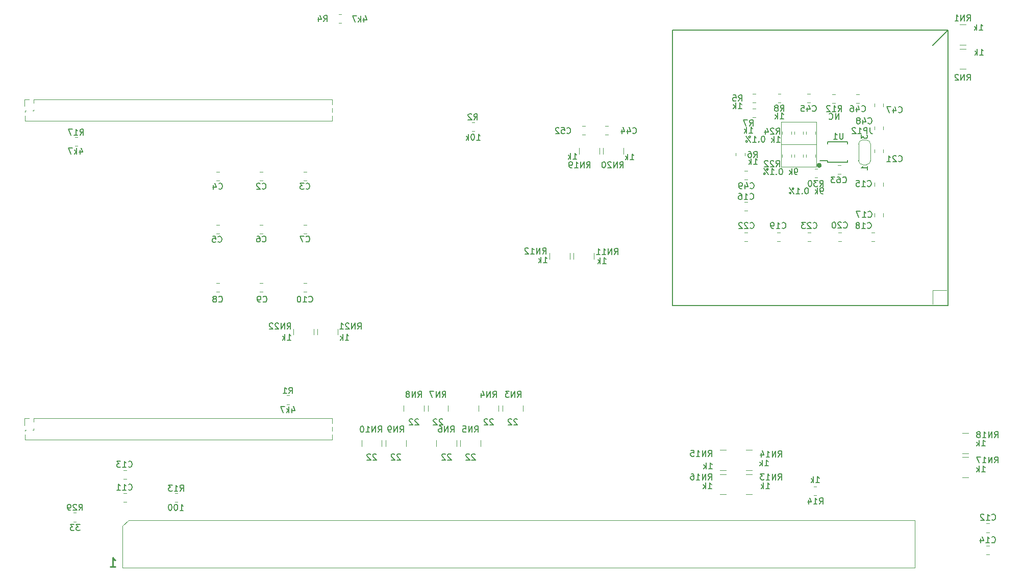
<source format=gbr>
G04 #@! TF.GenerationSoftware,KiCad,Pcbnew,7.0.6-0*
G04 #@! TF.CreationDate,2024-01-07T13:47:21+01:00*
G04 #@! TF.ProjectId,Z3660_v021a,5a333636-305f-4763-9032-31612e6b6963,v0.21*
G04 #@! TF.SameCoordinates,Original*
G04 #@! TF.FileFunction,Legend,Bot*
G04 #@! TF.FilePolarity,Positive*
%FSLAX46Y46*%
G04 Gerber Fmt 4.6, Leading zero omitted, Abs format (unit mm)*
G04 Created by KiCad (PCBNEW 7.0.6-0) date 2024-01-07 13:47:21*
%MOMM*%
%LPD*%
G01*
G04 APERTURE LIST*
%ADD10C,0.120000*%
%ADD11C,0.400000*%
%ADD12C,0.250000*%
%ADD13C,0.150000*%
%ADD14C,0.200000*%
G04 APERTURE END LIST*
D10*
X213664800Y-55321200D02*
X213664800Y-47853600D01*
D11*
X220164000Y-55067200D02*
G75*
G03*
X220164000Y-55067200I-200000J0D01*
G01*
D10*
X213664800Y-47853600D02*
X219506800Y-47853600D01*
X219506800Y-47853600D02*
X219506800Y-55321200D01*
X241046000Y-75819000D02*
X238760000Y-75819000D01*
X219506800Y-51587400D02*
X213664800Y-51562000D01*
X238760000Y-75819000D02*
X238760000Y-78105000D01*
X219506800Y-55321200D02*
X213664800Y-55321200D01*
D12*
X102339827Y-121686528D02*
X103196970Y-121686528D01*
X102768399Y-121686528D02*
X102768399Y-120186528D01*
X102768399Y-120186528D02*
X102911256Y-120400814D01*
X102911256Y-120400814D02*
X103054113Y-120543671D01*
X103054113Y-120543671D02*
X103196970Y-120615100D01*
D13*
X248623057Y-113861580D02*
X248670676Y-113909200D01*
X248670676Y-113909200D02*
X248813533Y-113956819D01*
X248813533Y-113956819D02*
X248908771Y-113956819D01*
X248908771Y-113956819D02*
X249051628Y-113909200D01*
X249051628Y-113909200D02*
X249146866Y-113813961D01*
X249146866Y-113813961D02*
X249194485Y-113718723D01*
X249194485Y-113718723D02*
X249242104Y-113528247D01*
X249242104Y-113528247D02*
X249242104Y-113385390D01*
X249242104Y-113385390D02*
X249194485Y-113194914D01*
X249194485Y-113194914D02*
X249146866Y-113099676D01*
X249146866Y-113099676D02*
X249051628Y-113004438D01*
X249051628Y-113004438D02*
X248908771Y-112956819D01*
X248908771Y-112956819D02*
X248813533Y-112956819D01*
X248813533Y-112956819D02*
X248670676Y-113004438D01*
X248670676Y-113004438D02*
X248623057Y-113052057D01*
X247670676Y-113956819D02*
X248242104Y-113956819D01*
X247956390Y-113956819D02*
X247956390Y-112956819D01*
X247956390Y-112956819D02*
X248051628Y-113099676D01*
X248051628Y-113099676D02*
X248146866Y-113194914D01*
X248146866Y-113194914D02*
X248242104Y-113242533D01*
X247289723Y-113052057D02*
X247242104Y-113004438D01*
X247242104Y-113004438D02*
X247146866Y-112956819D01*
X247146866Y-112956819D02*
X246908771Y-112956819D01*
X246908771Y-112956819D02*
X246813533Y-113004438D01*
X246813533Y-113004438D02*
X246765914Y-113052057D01*
X246765914Y-113052057D02*
X246718295Y-113147295D01*
X246718295Y-113147295D02*
X246718295Y-113242533D01*
X246718295Y-113242533D02*
X246765914Y-113385390D01*
X246765914Y-113385390D02*
X247337342Y-113956819D01*
X247337342Y-113956819D02*
X246718295Y-113956819D01*
X162650466Y-47510419D02*
X162983799Y-47034228D01*
X163221894Y-47510419D02*
X163221894Y-46510419D01*
X163221894Y-46510419D02*
X162840942Y-46510419D01*
X162840942Y-46510419D02*
X162745704Y-46558038D01*
X162745704Y-46558038D02*
X162698085Y-46605657D01*
X162698085Y-46605657D02*
X162650466Y-46700895D01*
X162650466Y-46700895D02*
X162650466Y-46843752D01*
X162650466Y-46843752D02*
X162698085Y-46938990D01*
X162698085Y-46938990D02*
X162745704Y-46986609D01*
X162745704Y-46986609D02*
X162840942Y-47034228D01*
X162840942Y-47034228D02*
X163221894Y-47034228D01*
X162269513Y-46605657D02*
X162221894Y-46558038D01*
X162221894Y-46558038D02*
X162126656Y-46510419D01*
X162126656Y-46510419D02*
X161888561Y-46510419D01*
X161888561Y-46510419D02*
X161793323Y-46558038D01*
X161793323Y-46558038D02*
X161745704Y-46605657D01*
X161745704Y-46605657D02*
X161698085Y-46700895D01*
X161698085Y-46700895D02*
X161698085Y-46796133D01*
X161698085Y-46796133D02*
X161745704Y-46938990D01*
X161745704Y-46938990D02*
X162317132Y-47510419D01*
X162317132Y-47510419D02*
X161698085Y-47510419D01*
X163129838Y-50863219D02*
X163701266Y-50863219D01*
X163415552Y-50863219D02*
X163415552Y-49863219D01*
X163415552Y-49863219D02*
X163510790Y-50006076D01*
X163510790Y-50006076D02*
X163606028Y-50101314D01*
X163606028Y-50101314D02*
X163701266Y-50148933D01*
X162510790Y-49863219D02*
X162415552Y-49863219D01*
X162415552Y-49863219D02*
X162320314Y-49910838D01*
X162320314Y-49910838D02*
X162272695Y-49958457D01*
X162272695Y-49958457D02*
X162225076Y-50053695D01*
X162225076Y-50053695D02*
X162177457Y-50244171D01*
X162177457Y-50244171D02*
X162177457Y-50482266D01*
X162177457Y-50482266D02*
X162225076Y-50672742D01*
X162225076Y-50672742D02*
X162272695Y-50767980D01*
X162272695Y-50767980D02*
X162320314Y-50815600D01*
X162320314Y-50815600D02*
X162415552Y-50863219D01*
X162415552Y-50863219D02*
X162510790Y-50863219D01*
X162510790Y-50863219D02*
X162606028Y-50815600D01*
X162606028Y-50815600D02*
X162653647Y-50767980D01*
X162653647Y-50767980D02*
X162701266Y-50672742D01*
X162701266Y-50672742D02*
X162748885Y-50482266D01*
X162748885Y-50482266D02*
X162748885Y-50244171D01*
X162748885Y-50244171D02*
X162701266Y-50053695D01*
X162701266Y-50053695D02*
X162653647Y-49958457D01*
X162653647Y-49958457D02*
X162606028Y-49910838D01*
X162606028Y-49910838D02*
X162510790Y-49863219D01*
X161748885Y-50863219D02*
X161748885Y-49863219D01*
X161653647Y-50482266D02*
X161367933Y-50863219D01*
X161367933Y-50196552D02*
X161748885Y-50577504D01*
X233103657Y-46231980D02*
X233151276Y-46279600D01*
X233151276Y-46279600D02*
X233294133Y-46327219D01*
X233294133Y-46327219D02*
X233389371Y-46327219D01*
X233389371Y-46327219D02*
X233532228Y-46279600D01*
X233532228Y-46279600D02*
X233627466Y-46184361D01*
X233627466Y-46184361D02*
X233675085Y-46089123D01*
X233675085Y-46089123D02*
X233722704Y-45898647D01*
X233722704Y-45898647D02*
X233722704Y-45755790D01*
X233722704Y-45755790D02*
X233675085Y-45565314D01*
X233675085Y-45565314D02*
X233627466Y-45470076D01*
X233627466Y-45470076D02*
X233532228Y-45374838D01*
X233532228Y-45374838D02*
X233389371Y-45327219D01*
X233389371Y-45327219D02*
X233294133Y-45327219D01*
X233294133Y-45327219D02*
X233151276Y-45374838D01*
X233151276Y-45374838D02*
X233103657Y-45422457D01*
X232246514Y-45660552D02*
X232246514Y-46327219D01*
X232484609Y-45279600D02*
X232722704Y-45993885D01*
X232722704Y-45993885D02*
X232103657Y-45993885D01*
X231817942Y-45327219D02*
X231151276Y-45327219D01*
X231151276Y-45327219D02*
X231579847Y-46327219D01*
X105316257Y-108883180D02*
X105363876Y-108930800D01*
X105363876Y-108930800D02*
X105506733Y-108978419D01*
X105506733Y-108978419D02*
X105601971Y-108978419D01*
X105601971Y-108978419D02*
X105744828Y-108930800D01*
X105744828Y-108930800D02*
X105840066Y-108835561D01*
X105840066Y-108835561D02*
X105887685Y-108740323D01*
X105887685Y-108740323D02*
X105935304Y-108549847D01*
X105935304Y-108549847D02*
X105935304Y-108406990D01*
X105935304Y-108406990D02*
X105887685Y-108216514D01*
X105887685Y-108216514D02*
X105840066Y-108121276D01*
X105840066Y-108121276D02*
X105744828Y-108026038D01*
X105744828Y-108026038D02*
X105601971Y-107978419D01*
X105601971Y-107978419D02*
X105506733Y-107978419D01*
X105506733Y-107978419D02*
X105363876Y-108026038D01*
X105363876Y-108026038D02*
X105316257Y-108073657D01*
X104363876Y-108978419D02*
X104935304Y-108978419D01*
X104649590Y-108978419D02*
X104649590Y-107978419D01*
X104649590Y-107978419D02*
X104744828Y-108121276D01*
X104744828Y-108121276D02*
X104840066Y-108216514D01*
X104840066Y-108216514D02*
X104935304Y-108264133D01*
X103411495Y-108978419D02*
X103982923Y-108978419D01*
X103697209Y-108978419D02*
X103697209Y-107978419D01*
X103697209Y-107978419D02*
X103792447Y-108121276D01*
X103792447Y-108121276D02*
X103887685Y-108216514D01*
X103887685Y-108216514D02*
X103982923Y-108264133D01*
X209107066Y-53744019D02*
X209440399Y-53267828D01*
X209678494Y-53744019D02*
X209678494Y-52744019D01*
X209678494Y-52744019D02*
X209297542Y-52744019D01*
X209297542Y-52744019D02*
X209202304Y-52791638D01*
X209202304Y-52791638D02*
X209154685Y-52839257D01*
X209154685Y-52839257D02*
X209107066Y-52934495D01*
X209107066Y-52934495D02*
X209107066Y-53077352D01*
X209107066Y-53077352D02*
X209154685Y-53172590D01*
X209154685Y-53172590D02*
X209202304Y-53220209D01*
X209202304Y-53220209D02*
X209297542Y-53267828D01*
X209297542Y-53267828D02*
X209678494Y-53267828D01*
X208249923Y-52744019D02*
X208440399Y-52744019D01*
X208440399Y-52744019D02*
X208535637Y-52791638D01*
X208535637Y-52791638D02*
X208583256Y-52839257D01*
X208583256Y-52839257D02*
X208678494Y-52982114D01*
X208678494Y-52982114D02*
X208726113Y-53172590D01*
X208726113Y-53172590D02*
X208726113Y-53553542D01*
X208726113Y-53553542D02*
X208678494Y-53648780D01*
X208678494Y-53648780D02*
X208630875Y-53696400D01*
X208630875Y-53696400D02*
X208535637Y-53744019D01*
X208535637Y-53744019D02*
X208345161Y-53744019D01*
X208345161Y-53744019D02*
X208249923Y-53696400D01*
X208249923Y-53696400D02*
X208202304Y-53648780D01*
X208202304Y-53648780D02*
X208154685Y-53553542D01*
X208154685Y-53553542D02*
X208154685Y-53315447D01*
X208154685Y-53315447D02*
X208202304Y-53220209D01*
X208202304Y-53220209D02*
X208249923Y-53172590D01*
X208249923Y-53172590D02*
X208345161Y-53124971D01*
X208345161Y-53124971D02*
X208535637Y-53124971D01*
X208535637Y-53124971D02*
X208630875Y-53172590D01*
X208630875Y-53172590D02*
X208678494Y-53220209D01*
X208678494Y-53220209D02*
X208726113Y-53315447D01*
X209110247Y-54912419D02*
X209681675Y-54912419D01*
X209395961Y-54912419D02*
X209395961Y-53912419D01*
X209395961Y-53912419D02*
X209491199Y-54055276D01*
X209491199Y-54055276D02*
X209586437Y-54150514D01*
X209586437Y-54150514D02*
X209681675Y-54198133D01*
X208681675Y-54912419D02*
X208681675Y-53912419D01*
X208586437Y-54531466D02*
X208300723Y-54912419D01*
X208300723Y-54245752D02*
X208681675Y-54626704D01*
X208395866Y-48511619D02*
X208729199Y-48035428D01*
X208967294Y-48511619D02*
X208967294Y-47511619D01*
X208967294Y-47511619D02*
X208586342Y-47511619D01*
X208586342Y-47511619D02*
X208491104Y-47559238D01*
X208491104Y-47559238D02*
X208443485Y-47606857D01*
X208443485Y-47606857D02*
X208395866Y-47702095D01*
X208395866Y-47702095D02*
X208395866Y-47844952D01*
X208395866Y-47844952D02*
X208443485Y-47940190D01*
X208443485Y-47940190D02*
X208491104Y-47987809D01*
X208491104Y-47987809D02*
X208586342Y-48035428D01*
X208586342Y-48035428D02*
X208967294Y-48035428D01*
X208062532Y-47511619D02*
X207395866Y-47511619D01*
X207395866Y-47511619D02*
X207824437Y-48511619D01*
X208348247Y-49680019D02*
X208919675Y-49680019D01*
X208633961Y-49680019D02*
X208633961Y-48680019D01*
X208633961Y-48680019D02*
X208729199Y-48822876D01*
X208729199Y-48822876D02*
X208824437Y-48918114D01*
X208824437Y-48918114D02*
X208919675Y-48965733D01*
X207919675Y-49680019D02*
X207919675Y-48680019D01*
X207824437Y-49299066D02*
X207538723Y-49680019D01*
X207538723Y-49013352D02*
X207919675Y-49394304D01*
X213526666Y-46073219D02*
X213859999Y-45597028D01*
X214098094Y-46073219D02*
X214098094Y-45073219D01*
X214098094Y-45073219D02*
X213717142Y-45073219D01*
X213717142Y-45073219D02*
X213621904Y-45120838D01*
X213621904Y-45120838D02*
X213574285Y-45168457D01*
X213574285Y-45168457D02*
X213526666Y-45263695D01*
X213526666Y-45263695D02*
X213526666Y-45406552D01*
X213526666Y-45406552D02*
X213574285Y-45501790D01*
X213574285Y-45501790D02*
X213621904Y-45549409D01*
X213621904Y-45549409D02*
X213717142Y-45597028D01*
X213717142Y-45597028D02*
X214098094Y-45597028D01*
X212955237Y-45501790D02*
X213050475Y-45454171D01*
X213050475Y-45454171D02*
X213098094Y-45406552D01*
X213098094Y-45406552D02*
X213145713Y-45311314D01*
X213145713Y-45311314D02*
X213145713Y-45263695D01*
X213145713Y-45263695D02*
X213098094Y-45168457D01*
X213098094Y-45168457D02*
X213050475Y-45120838D01*
X213050475Y-45120838D02*
X212955237Y-45073219D01*
X212955237Y-45073219D02*
X212764761Y-45073219D01*
X212764761Y-45073219D02*
X212669523Y-45120838D01*
X212669523Y-45120838D02*
X212621904Y-45168457D01*
X212621904Y-45168457D02*
X212574285Y-45263695D01*
X212574285Y-45263695D02*
X212574285Y-45311314D01*
X212574285Y-45311314D02*
X212621904Y-45406552D01*
X212621904Y-45406552D02*
X212669523Y-45454171D01*
X212669523Y-45454171D02*
X212764761Y-45501790D01*
X212764761Y-45501790D02*
X212955237Y-45501790D01*
X212955237Y-45501790D02*
X213050475Y-45549409D01*
X213050475Y-45549409D02*
X213098094Y-45597028D01*
X213098094Y-45597028D02*
X213145713Y-45692266D01*
X213145713Y-45692266D02*
X213145713Y-45882742D01*
X213145713Y-45882742D02*
X213098094Y-45977980D01*
X213098094Y-45977980D02*
X213050475Y-46025600D01*
X213050475Y-46025600D02*
X212955237Y-46073219D01*
X212955237Y-46073219D02*
X212764761Y-46073219D01*
X212764761Y-46073219D02*
X212669523Y-46025600D01*
X212669523Y-46025600D02*
X212621904Y-45977980D01*
X212621904Y-45977980D02*
X212574285Y-45882742D01*
X212574285Y-45882742D02*
X212574285Y-45692266D01*
X212574285Y-45692266D02*
X212621904Y-45597028D01*
X212621904Y-45597028D02*
X212669523Y-45549409D01*
X212669523Y-45549409D02*
X212764761Y-45501790D01*
X213479047Y-47343219D02*
X214050475Y-47343219D01*
X213764761Y-47343219D02*
X213764761Y-46343219D01*
X213764761Y-46343219D02*
X213859999Y-46486076D01*
X213859999Y-46486076D02*
X213955237Y-46581314D01*
X213955237Y-46581314D02*
X214050475Y-46628933D01*
X213050475Y-47343219D02*
X213050475Y-46343219D01*
X212955237Y-46962266D02*
X212669523Y-47343219D01*
X212669523Y-46676552D02*
X213050475Y-47057504D01*
X113901457Y-109130819D02*
X114234790Y-108654628D01*
X114472885Y-109130819D02*
X114472885Y-108130819D01*
X114472885Y-108130819D02*
X114091933Y-108130819D01*
X114091933Y-108130819D02*
X113996695Y-108178438D01*
X113996695Y-108178438D02*
X113949076Y-108226057D01*
X113949076Y-108226057D02*
X113901457Y-108321295D01*
X113901457Y-108321295D02*
X113901457Y-108464152D01*
X113901457Y-108464152D02*
X113949076Y-108559390D01*
X113949076Y-108559390D02*
X113996695Y-108607009D01*
X113996695Y-108607009D02*
X114091933Y-108654628D01*
X114091933Y-108654628D02*
X114472885Y-108654628D01*
X112949076Y-109130819D02*
X113520504Y-109130819D01*
X113234790Y-109130819D02*
X113234790Y-108130819D01*
X113234790Y-108130819D02*
X113330028Y-108273676D01*
X113330028Y-108273676D02*
X113425266Y-108368914D01*
X113425266Y-108368914D02*
X113520504Y-108416533D01*
X112615742Y-108130819D02*
X111996695Y-108130819D01*
X111996695Y-108130819D02*
X112330028Y-108511771D01*
X112330028Y-108511771D02*
X112187171Y-108511771D01*
X112187171Y-108511771D02*
X112091933Y-108559390D01*
X112091933Y-108559390D02*
X112044314Y-108607009D01*
X112044314Y-108607009D02*
X111996695Y-108702247D01*
X111996695Y-108702247D02*
X111996695Y-108940342D01*
X111996695Y-108940342D02*
X112044314Y-109035580D01*
X112044314Y-109035580D02*
X112091933Y-109083200D01*
X112091933Y-109083200D02*
X112187171Y-109130819D01*
X112187171Y-109130819D02*
X112472885Y-109130819D01*
X112472885Y-109130819D02*
X112568123Y-109083200D01*
X112568123Y-109083200D02*
X112615742Y-109035580D01*
X113874466Y-112331219D02*
X114445894Y-112331219D01*
X114160180Y-112331219D02*
X114160180Y-111331219D01*
X114160180Y-111331219D02*
X114255418Y-111474076D01*
X114255418Y-111474076D02*
X114350656Y-111569314D01*
X114350656Y-111569314D02*
X114445894Y-111616933D01*
X113255418Y-111331219D02*
X113160180Y-111331219D01*
X113160180Y-111331219D02*
X113064942Y-111378838D01*
X113064942Y-111378838D02*
X113017323Y-111426457D01*
X113017323Y-111426457D02*
X112969704Y-111521695D01*
X112969704Y-111521695D02*
X112922085Y-111712171D01*
X112922085Y-111712171D02*
X112922085Y-111950266D01*
X112922085Y-111950266D02*
X112969704Y-112140742D01*
X112969704Y-112140742D02*
X113017323Y-112235980D01*
X113017323Y-112235980D02*
X113064942Y-112283600D01*
X113064942Y-112283600D02*
X113160180Y-112331219D01*
X113160180Y-112331219D02*
X113255418Y-112331219D01*
X113255418Y-112331219D02*
X113350656Y-112283600D01*
X113350656Y-112283600D02*
X113398275Y-112235980D01*
X113398275Y-112235980D02*
X113445894Y-112140742D01*
X113445894Y-112140742D02*
X113493513Y-111950266D01*
X113493513Y-111950266D02*
X113493513Y-111712171D01*
X113493513Y-111712171D02*
X113445894Y-111521695D01*
X113445894Y-111521695D02*
X113398275Y-111426457D01*
X113398275Y-111426457D02*
X113350656Y-111378838D01*
X113350656Y-111378838D02*
X113255418Y-111331219D01*
X112303037Y-111331219D02*
X112207799Y-111331219D01*
X112207799Y-111331219D02*
X112112561Y-111378838D01*
X112112561Y-111378838D02*
X112064942Y-111426457D01*
X112064942Y-111426457D02*
X112017323Y-111521695D01*
X112017323Y-111521695D02*
X111969704Y-111712171D01*
X111969704Y-111712171D02*
X111969704Y-111950266D01*
X111969704Y-111950266D02*
X112017323Y-112140742D01*
X112017323Y-112140742D02*
X112064942Y-112235980D01*
X112064942Y-112235980D02*
X112112561Y-112283600D01*
X112112561Y-112283600D02*
X112207799Y-112331219D01*
X112207799Y-112331219D02*
X112303037Y-112331219D01*
X112303037Y-112331219D02*
X112398275Y-112283600D01*
X112398275Y-112283600D02*
X112445894Y-112235980D01*
X112445894Y-112235980D02*
X112493513Y-112140742D01*
X112493513Y-112140742D02*
X112541132Y-111950266D01*
X112541132Y-111950266D02*
X112541132Y-111712171D01*
X112541132Y-111712171D02*
X112493513Y-111521695D01*
X112493513Y-111521695D02*
X112445894Y-111426457D01*
X112445894Y-111426457D02*
X112398275Y-111378838D01*
X112398275Y-111378838D02*
X112303037Y-111331219D01*
X228074457Y-48060780D02*
X228122076Y-48108400D01*
X228122076Y-48108400D02*
X228264933Y-48156019D01*
X228264933Y-48156019D02*
X228360171Y-48156019D01*
X228360171Y-48156019D02*
X228503028Y-48108400D01*
X228503028Y-48108400D02*
X228598266Y-48013161D01*
X228598266Y-48013161D02*
X228645885Y-47917923D01*
X228645885Y-47917923D02*
X228693504Y-47727447D01*
X228693504Y-47727447D02*
X228693504Y-47584590D01*
X228693504Y-47584590D02*
X228645885Y-47394114D01*
X228645885Y-47394114D02*
X228598266Y-47298876D01*
X228598266Y-47298876D02*
X228503028Y-47203638D01*
X228503028Y-47203638D02*
X228360171Y-47156019D01*
X228360171Y-47156019D02*
X228264933Y-47156019D01*
X228264933Y-47156019D02*
X228122076Y-47203638D01*
X228122076Y-47203638D02*
X228074457Y-47251257D01*
X227217314Y-47489352D02*
X227217314Y-48156019D01*
X227455409Y-47108400D02*
X227693504Y-47822685D01*
X227693504Y-47822685D02*
X227074457Y-47822685D01*
X226550647Y-47584590D02*
X226645885Y-47536971D01*
X226645885Y-47536971D02*
X226693504Y-47489352D01*
X226693504Y-47489352D02*
X226741123Y-47394114D01*
X226741123Y-47394114D02*
X226741123Y-47346495D01*
X226741123Y-47346495D02*
X226693504Y-47251257D01*
X226693504Y-47251257D02*
X226645885Y-47203638D01*
X226645885Y-47203638D02*
X226550647Y-47156019D01*
X226550647Y-47156019D02*
X226360171Y-47156019D01*
X226360171Y-47156019D02*
X226264933Y-47203638D01*
X226264933Y-47203638D02*
X226217314Y-47251257D01*
X226217314Y-47251257D02*
X226169695Y-47346495D01*
X226169695Y-47346495D02*
X226169695Y-47394114D01*
X226169695Y-47394114D02*
X226217314Y-47489352D01*
X226217314Y-47489352D02*
X226264933Y-47536971D01*
X226264933Y-47536971D02*
X226360171Y-47584590D01*
X226360171Y-47584590D02*
X226550647Y-47584590D01*
X226550647Y-47584590D02*
X226645885Y-47632209D01*
X226645885Y-47632209D02*
X226693504Y-47679828D01*
X226693504Y-47679828D02*
X226741123Y-47775066D01*
X226741123Y-47775066D02*
X226741123Y-47965542D01*
X226741123Y-47965542D02*
X226693504Y-48060780D01*
X226693504Y-48060780D02*
X226645885Y-48108400D01*
X226645885Y-48108400D02*
X226550647Y-48156019D01*
X226550647Y-48156019D02*
X226360171Y-48156019D01*
X226360171Y-48156019D02*
X226264933Y-48108400D01*
X226264933Y-48108400D02*
X226217314Y-48060780D01*
X226217314Y-48060780D02*
X226169695Y-47965542D01*
X226169695Y-47965542D02*
X226169695Y-47775066D01*
X226169695Y-47775066D02*
X226217314Y-47679828D01*
X226217314Y-47679828D02*
X226264933Y-47632209D01*
X226264933Y-47632209D02*
X226360171Y-47584590D01*
X105316257Y-105073180D02*
X105363876Y-105120800D01*
X105363876Y-105120800D02*
X105506733Y-105168419D01*
X105506733Y-105168419D02*
X105601971Y-105168419D01*
X105601971Y-105168419D02*
X105744828Y-105120800D01*
X105744828Y-105120800D02*
X105840066Y-105025561D01*
X105840066Y-105025561D02*
X105887685Y-104930323D01*
X105887685Y-104930323D02*
X105935304Y-104739847D01*
X105935304Y-104739847D02*
X105935304Y-104596990D01*
X105935304Y-104596990D02*
X105887685Y-104406514D01*
X105887685Y-104406514D02*
X105840066Y-104311276D01*
X105840066Y-104311276D02*
X105744828Y-104216038D01*
X105744828Y-104216038D02*
X105601971Y-104168419D01*
X105601971Y-104168419D02*
X105506733Y-104168419D01*
X105506733Y-104168419D02*
X105363876Y-104216038D01*
X105363876Y-104216038D02*
X105316257Y-104263657D01*
X104363876Y-105168419D02*
X104935304Y-105168419D01*
X104649590Y-105168419D02*
X104649590Y-104168419D01*
X104649590Y-104168419D02*
X104744828Y-104311276D01*
X104744828Y-104311276D02*
X104840066Y-104406514D01*
X104840066Y-104406514D02*
X104935304Y-104454133D01*
X104030542Y-104168419D02*
X103411495Y-104168419D01*
X103411495Y-104168419D02*
X103744828Y-104549371D01*
X103744828Y-104549371D02*
X103601971Y-104549371D01*
X103601971Y-104549371D02*
X103506733Y-104596990D01*
X103506733Y-104596990D02*
X103459114Y-104644609D01*
X103459114Y-104644609D02*
X103411495Y-104739847D01*
X103411495Y-104739847D02*
X103411495Y-104977942D01*
X103411495Y-104977942D02*
X103459114Y-105073180D01*
X103459114Y-105073180D02*
X103506733Y-105120800D01*
X103506733Y-105120800D02*
X103601971Y-105168419D01*
X103601971Y-105168419D02*
X103887685Y-105168419D01*
X103887685Y-105168419D02*
X103982923Y-105120800D01*
X103982923Y-105120800D02*
X104030542Y-105073180D01*
X248572257Y-117620780D02*
X248619876Y-117668400D01*
X248619876Y-117668400D02*
X248762733Y-117716019D01*
X248762733Y-117716019D02*
X248857971Y-117716019D01*
X248857971Y-117716019D02*
X249000828Y-117668400D01*
X249000828Y-117668400D02*
X249096066Y-117573161D01*
X249096066Y-117573161D02*
X249143685Y-117477923D01*
X249143685Y-117477923D02*
X249191304Y-117287447D01*
X249191304Y-117287447D02*
X249191304Y-117144590D01*
X249191304Y-117144590D02*
X249143685Y-116954114D01*
X249143685Y-116954114D02*
X249096066Y-116858876D01*
X249096066Y-116858876D02*
X249000828Y-116763638D01*
X249000828Y-116763638D02*
X248857971Y-116716019D01*
X248857971Y-116716019D02*
X248762733Y-116716019D01*
X248762733Y-116716019D02*
X248619876Y-116763638D01*
X248619876Y-116763638D02*
X248572257Y-116811257D01*
X247619876Y-117716019D02*
X248191304Y-117716019D01*
X247905590Y-117716019D02*
X247905590Y-116716019D01*
X247905590Y-116716019D02*
X248000828Y-116858876D01*
X248000828Y-116858876D02*
X248096066Y-116954114D01*
X248096066Y-116954114D02*
X248191304Y-117001733D01*
X246762733Y-117049352D02*
X246762733Y-117716019D01*
X247000828Y-116668400D02*
X247238923Y-117382685D01*
X247238923Y-117382685D02*
X246619876Y-117382685D01*
X206567066Y-44396819D02*
X206900399Y-43920628D01*
X207138494Y-44396819D02*
X207138494Y-43396819D01*
X207138494Y-43396819D02*
X206757542Y-43396819D01*
X206757542Y-43396819D02*
X206662304Y-43444438D01*
X206662304Y-43444438D02*
X206614685Y-43492057D01*
X206614685Y-43492057D02*
X206567066Y-43587295D01*
X206567066Y-43587295D02*
X206567066Y-43730152D01*
X206567066Y-43730152D02*
X206614685Y-43825390D01*
X206614685Y-43825390D02*
X206662304Y-43873009D01*
X206662304Y-43873009D02*
X206757542Y-43920628D01*
X206757542Y-43920628D02*
X207138494Y-43920628D01*
X205662304Y-43396819D02*
X206138494Y-43396819D01*
X206138494Y-43396819D02*
X206186113Y-43873009D01*
X206186113Y-43873009D02*
X206138494Y-43825390D01*
X206138494Y-43825390D02*
X206043256Y-43777771D01*
X206043256Y-43777771D02*
X205805161Y-43777771D01*
X205805161Y-43777771D02*
X205709923Y-43825390D01*
X205709923Y-43825390D02*
X205662304Y-43873009D01*
X205662304Y-43873009D02*
X205614685Y-43968247D01*
X205614685Y-43968247D02*
X205614685Y-44206342D01*
X205614685Y-44206342D02*
X205662304Y-44301580D01*
X205662304Y-44301580D02*
X205709923Y-44349200D01*
X205709923Y-44349200D02*
X205805161Y-44396819D01*
X205805161Y-44396819D02*
X206043256Y-44396819D01*
X206043256Y-44396819D02*
X206138494Y-44349200D01*
X206138494Y-44349200D02*
X206186113Y-44301580D01*
X206519447Y-45666819D02*
X207090875Y-45666819D01*
X206805161Y-45666819D02*
X206805161Y-44666819D01*
X206805161Y-44666819D02*
X206900399Y-44809676D01*
X206900399Y-44809676D02*
X206995637Y-44904914D01*
X206995637Y-44904914D02*
X207090875Y-44952533D01*
X206090875Y-45666819D02*
X206090875Y-44666819D01*
X205995637Y-45285866D02*
X205709923Y-45666819D01*
X205709923Y-45000152D02*
X206090875Y-45381104D01*
X219987057Y-111287819D02*
X220320390Y-110811628D01*
X220558485Y-111287819D02*
X220558485Y-110287819D01*
X220558485Y-110287819D02*
X220177533Y-110287819D01*
X220177533Y-110287819D02*
X220082295Y-110335438D01*
X220082295Y-110335438D02*
X220034676Y-110383057D01*
X220034676Y-110383057D02*
X219987057Y-110478295D01*
X219987057Y-110478295D02*
X219987057Y-110621152D01*
X219987057Y-110621152D02*
X220034676Y-110716390D01*
X220034676Y-110716390D02*
X220082295Y-110764009D01*
X220082295Y-110764009D02*
X220177533Y-110811628D01*
X220177533Y-110811628D02*
X220558485Y-110811628D01*
X219034676Y-111287819D02*
X219606104Y-111287819D01*
X219320390Y-111287819D02*
X219320390Y-110287819D01*
X219320390Y-110287819D02*
X219415628Y-110430676D01*
X219415628Y-110430676D02*
X219510866Y-110525914D01*
X219510866Y-110525914D02*
X219606104Y-110573533D01*
X218177533Y-110621152D02*
X218177533Y-111287819D01*
X218415628Y-110240200D02*
X218653723Y-110954485D01*
X218653723Y-110954485D02*
X218034676Y-110954485D01*
X219412447Y-107731819D02*
X219983875Y-107731819D01*
X219698161Y-107731819D02*
X219698161Y-106731819D01*
X219698161Y-106731819D02*
X219793399Y-106874676D01*
X219793399Y-106874676D02*
X219888637Y-106969914D01*
X219888637Y-106969914D02*
X219983875Y-107017533D01*
X218983875Y-107731819D02*
X218983875Y-106731819D01*
X218888637Y-107350866D02*
X218602923Y-107731819D01*
X218602923Y-107065152D02*
X218983875Y-107446104D01*
X137733066Y-31188819D02*
X138066399Y-30712628D01*
X138304494Y-31188819D02*
X138304494Y-30188819D01*
X138304494Y-30188819D02*
X137923542Y-30188819D01*
X137923542Y-30188819D02*
X137828304Y-30236438D01*
X137828304Y-30236438D02*
X137780685Y-30284057D01*
X137780685Y-30284057D02*
X137733066Y-30379295D01*
X137733066Y-30379295D02*
X137733066Y-30522152D01*
X137733066Y-30522152D02*
X137780685Y-30617390D01*
X137780685Y-30617390D02*
X137828304Y-30665009D01*
X137828304Y-30665009D02*
X137923542Y-30712628D01*
X137923542Y-30712628D02*
X138304494Y-30712628D01*
X136875923Y-30522152D02*
X136875923Y-31188819D01*
X137114018Y-30141200D02*
X137352113Y-30855485D01*
X137352113Y-30855485D02*
X136733066Y-30855485D01*
X144403676Y-30572952D02*
X144403676Y-31239619D01*
X144641771Y-30192000D02*
X144879866Y-30906285D01*
X144879866Y-30906285D02*
X144260819Y-30906285D01*
X143879866Y-31239619D02*
X143879866Y-30239619D01*
X143784628Y-30858666D02*
X143498914Y-31239619D01*
X143498914Y-30572952D02*
X143879866Y-30953904D01*
X143165580Y-30239619D02*
X142498914Y-30239619D01*
X142498914Y-30239619D02*
X142927485Y-31239619D01*
X127547666Y-58935580D02*
X127595285Y-58983200D01*
X127595285Y-58983200D02*
X127738142Y-59030819D01*
X127738142Y-59030819D02*
X127833380Y-59030819D01*
X127833380Y-59030819D02*
X127976237Y-58983200D01*
X127976237Y-58983200D02*
X128071475Y-58887961D01*
X128071475Y-58887961D02*
X128119094Y-58792723D01*
X128119094Y-58792723D02*
X128166713Y-58602247D01*
X128166713Y-58602247D02*
X128166713Y-58459390D01*
X128166713Y-58459390D02*
X128119094Y-58268914D01*
X128119094Y-58268914D02*
X128071475Y-58173676D01*
X128071475Y-58173676D02*
X127976237Y-58078438D01*
X127976237Y-58078438D02*
X127833380Y-58030819D01*
X127833380Y-58030819D02*
X127738142Y-58030819D01*
X127738142Y-58030819D02*
X127595285Y-58078438D01*
X127595285Y-58078438D02*
X127547666Y-58126057D01*
X127166713Y-58126057D02*
X127119094Y-58078438D01*
X127119094Y-58078438D02*
X127023856Y-58030819D01*
X127023856Y-58030819D02*
X126785761Y-58030819D01*
X126785761Y-58030819D02*
X126690523Y-58078438D01*
X126690523Y-58078438D02*
X126642904Y-58126057D01*
X126642904Y-58126057D02*
X126595285Y-58221295D01*
X126595285Y-58221295D02*
X126595285Y-58316533D01*
X126595285Y-58316533D02*
X126642904Y-58459390D01*
X126642904Y-58459390D02*
X127214332Y-59030819D01*
X127214332Y-59030819D02*
X126595285Y-59030819D01*
X120207066Y-67720380D02*
X120254685Y-67768000D01*
X120254685Y-67768000D02*
X120397542Y-67815619D01*
X120397542Y-67815619D02*
X120492780Y-67815619D01*
X120492780Y-67815619D02*
X120635637Y-67768000D01*
X120635637Y-67768000D02*
X120730875Y-67672761D01*
X120730875Y-67672761D02*
X120778494Y-67577523D01*
X120778494Y-67577523D02*
X120826113Y-67387047D01*
X120826113Y-67387047D02*
X120826113Y-67244190D01*
X120826113Y-67244190D02*
X120778494Y-67053714D01*
X120778494Y-67053714D02*
X120730875Y-66958476D01*
X120730875Y-66958476D02*
X120635637Y-66863238D01*
X120635637Y-66863238D02*
X120492780Y-66815619D01*
X120492780Y-66815619D02*
X120397542Y-66815619D01*
X120397542Y-66815619D02*
X120254685Y-66863238D01*
X120254685Y-66863238D02*
X120207066Y-66910857D01*
X119302304Y-66815619D02*
X119778494Y-66815619D01*
X119778494Y-66815619D02*
X119826113Y-67291809D01*
X119826113Y-67291809D02*
X119778494Y-67244190D01*
X119778494Y-67244190D02*
X119683256Y-67196571D01*
X119683256Y-67196571D02*
X119445161Y-67196571D01*
X119445161Y-67196571D02*
X119349923Y-67244190D01*
X119349923Y-67244190D02*
X119302304Y-67291809D01*
X119302304Y-67291809D02*
X119254685Y-67387047D01*
X119254685Y-67387047D02*
X119254685Y-67625142D01*
X119254685Y-67625142D02*
X119302304Y-67720380D01*
X119302304Y-67720380D02*
X119349923Y-67768000D01*
X119349923Y-67768000D02*
X119445161Y-67815619D01*
X119445161Y-67815619D02*
X119683256Y-67815619D01*
X119683256Y-67815619D02*
X119778494Y-67768000D01*
X119778494Y-67768000D02*
X119826113Y-67720380D01*
X127547666Y-67698580D02*
X127595285Y-67746200D01*
X127595285Y-67746200D02*
X127738142Y-67793819D01*
X127738142Y-67793819D02*
X127833380Y-67793819D01*
X127833380Y-67793819D02*
X127976237Y-67746200D01*
X127976237Y-67746200D02*
X128071475Y-67650961D01*
X128071475Y-67650961D02*
X128119094Y-67555723D01*
X128119094Y-67555723D02*
X128166713Y-67365247D01*
X128166713Y-67365247D02*
X128166713Y-67222390D01*
X128166713Y-67222390D02*
X128119094Y-67031914D01*
X128119094Y-67031914D02*
X128071475Y-66936676D01*
X128071475Y-66936676D02*
X127976237Y-66841438D01*
X127976237Y-66841438D02*
X127833380Y-66793819D01*
X127833380Y-66793819D02*
X127738142Y-66793819D01*
X127738142Y-66793819D02*
X127595285Y-66841438D01*
X127595285Y-66841438D02*
X127547666Y-66889057D01*
X126690523Y-66793819D02*
X126880999Y-66793819D01*
X126880999Y-66793819D02*
X126976237Y-66841438D01*
X126976237Y-66841438D02*
X127023856Y-66889057D01*
X127023856Y-66889057D02*
X127119094Y-67031914D01*
X127119094Y-67031914D02*
X127166713Y-67222390D01*
X127166713Y-67222390D02*
X127166713Y-67603342D01*
X127166713Y-67603342D02*
X127119094Y-67698580D01*
X127119094Y-67698580D02*
X127071475Y-67746200D01*
X127071475Y-67746200D02*
X126976237Y-67793819D01*
X126976237Y-67793819D02*
X126785761Y-67793819D01*
X126785761Y-67793819D02*
X126690523Y-67746200D01*
X126690523Y-67746200D02*
X126642904Y-67698580D01*
X126642904Y-67698580D02*
X126595285Y-67603342D01*
X126595285Y-67603342D02*
X126595285Y-67365247D01*
X126595285Y-67365247D02*
X126642904Y-67270009D01*
X126642904Y-67270009D02*
X126690523Y-67222390D01*
X126690523Y-67222390D02*
X126785761Y-67174771D01*
X126785761Y-67174771D02*
X126976237Y-67174771D01*
X126976237Y-67174771D02*
X127071475Y-67222390D01*
X127071475Y-67222390D02*
X127119094Y-67270009D01*
X127119094Y-67270009D02*
X127166713Y-67365247D01*
X134786666Y-67698580D02*
X134834285Y-67746200D01*
X134834285Y-67746200D02*
X134977142Y-67793819D01*
X134977142Y-67793819D02*
X135072380Y-67793819D01*
X135072380Y-67793819D02*
X135215237Y-67746200D01*
X135215237Y-67746200D02*
X135310475Y-67650961D01*
X135310475Y-67650961D02*
X135358094Y-67555723D01*
X135358094Y-67555723D02*
X135405713Y-67365247D01*
X135405713Y-67365247D02*
X135405713Y-67222390D01*
X135405713Y-67222390D02*
X135358094Y-67031914D01*
X135358094Y-67031914D02*
X135310475Y-66936676D01*
X135310475Y-66936676D02*
X135215237Y-66841438D01*
X135215237Y-66841438D02*
X135072380Y-66793819D01*
X135072380Y-66793819D02*
X134977142Y-66793819D01*
X134977142Y-66793819D02*
X134834285Y-66841438D01*
X134834285Y-66841438D02*
X134786666Y-66889057D01*
X134453332Y-66793819D02*
X133786666Y-66793819D01*
X133786666Y-66793819D02*
X134215237Y-67793819D01*
X120308666Y-77677180D02*
X120356285Y-77724800D01*
X120356285Y-77724800D02*
X120499142Y-77772419D01*
X120499142Y-77772419D02*
X120594380Y-77772419D01*
X120594380Y-77772419D02*
X120737237Y-77724800D01*
X120737237Y-77724800D02*
X120832475Y-77629561D01*
X120832475Y-77629561D02*
X120880094Y-77534323D01*
X120880094Y-77534323D02*
X120927713Y-77343847D01*
X120927713Y-77343847D02*
X120927713Y-77200990D01*
X120927713Y-77200990D02*
X120880094Y-77010514D01*
X120880094Y-77010514D02*
X120832475Y-76915276D01*
X120832475Y-76915276D02*
X120737237Y-76820038D01*
X120737237Y-76820038D02*
X120594380Y-76772419D01*
X120594380Y-76772419D02*
X120499142Y-76772419D01*
X120499142Y-76772419D02*
X120356285Y-76820038D01*
X120356285Y-76820038D02*
X120308666Y-76867657D01*
X119737237Y-77200990D02*
X119832475Y-77153371D01*
X119832475Y-77153371D02*
X119880094Y-77105752D01*
X119880094Y-77105752D02*
X119927713Y-77010514D01*
X119927713Y-77010514D02*
X119927713Y-76962895D01*
X119927713Y-76962895D02*
X119880094Y-76867657D01*
X119880094Y-76867657D02*
X119832475Y-76820038D01*
X119832475Y-76820038D02*
X119737237Y-76772419D01*
X119737237Y-76772419D02*
X119546761Y-76772419D01*
X119546761Y-76772419D02*
X119451523Y-76820038D01*
X119451523Y-76820038D02*
X119403904Y-76867657D01*
X119403904Y-76867657D02*
X119356285Y-76962895D01*
X119356285Y-76962895D02*
X119356285Y-77010514D01*
X119356285Y-77010514D02*
X119403904Y-77105752D01*
X119403904Y-77105752D02*
X119451523Y-77153371D01*
X119451523Y-77153371D02*
X119546761Y-77200990D01*
X119546761Y-77200990D02*
X119737237Y-77200990D01*
X119737237Y-77200990D02*
X119832475Y-77248609D01*
X119832475Y-77248609D02*
X119880094Y-77296228D01*
X119880094Y-77296228D02*
X119927713Y-77391466D01*
X119927713Y-77391466D02*
X119927713Y-77581942D01*
X119927713Y-77581942D02*
X119880094Y-77677180D01*
X119880094Y-77677180D02*
X119832475Y-77724800D01*
X119832475Y-77724800D02*
X119737237Y-77772419D01*
X119737237Y-77772419D02*
X119546761Y-77772419D01*
X119546761Y-77772419D02*
X119451523Y-77724800D01*
X119451523Y-77724800D02*
X119403904Y-77677180D01*
X119403904Y-77677180D02*
X119356285Y-77581942D01*
X119356285Y-77581942D02*
X119356285Y-77391466D01*
X119356285Y-77391466D02*
X119403904Y-77296228D01*
X119403904Y-77296228D02*
X119451523Y-77248609D01*
X119451523Y-77248609D02*
X119546761Y-77200990D01*
X127674666Y-77677180D02*
X127722285Y-77724800D01*
X127722285Y-77724800D02*
X127865142Y-77772419D01*
X127865142Y-77772419D02*
X127960380Y-77772419D01*
X127960380Y-77772419D02*
X128103237Y-77724800D01*
X128103237Y-77724800D02*
X128198475Y-77629561D01*
X128198475Y-77629561D02*
X128246094Y-77534323D01*
X128246094Y-77534323D02*
X128293713Y-77343847D01*
X128293713Y-77343847D02*
X128293713Y-77200990D01*
X128293713Y-77200990D02*
X128246094Y-77010514D01*
X128246094Y-77010514D02*
X128198475Y-76915276D01*
X128198475Y-76915276D02*
X128103237Y-76820038D01*
X128103237Y-76820038D02*
X127960380Y-76772419D01*
X127960380Y-76772419D02*
X127865142Y-76772419D01*
X127865142Y-76772419D02*
X127722285Y-76820038D01*
X127722285Y-76820038D02*
X127674666Y-76867657D01*
X127198475Y-77772419D02*
X127007999Y-77772419D01*
X127007999Y-77772419D02*
X126912761Y-77724800D01*
X126912761Y-77724800D02*
X126865142Y-77677180D01*
X126865142Y-77677180D02*
X126769904Y-77534323D01*
X126769904Y-77534323D02*
X126722285Y-77343847D01*
X126722285Y-77343847D02*
X126722285Y-76962895D01*
X126722285Y-76962895D02*
X126769904Y-76867657D01*
X126769904Y-76867657D02*
X126817523Y-76820038D01*
X126817523Y-76820038D02*
X126912761Y-76772419D01*
X126912761Y-76772419D02*
X127103237Y-76772419D01*
X127103237Y-76772419D02*
X127198475Y-76820038D01*
X127198475Y-76820038D02*
X127246094Y-76867657D01*
X127246094Y-76867657D02*
X127293713Y-76962895D01*
X127293713Y-76962895D02*
X127293713Y-77200990D01*
X127293713Y-77200990D02*
X127246094Y-77296228D01*
X127246094Y-77296228D02*
X127198475Y-77343847D01*
X127198475Y-77343847D02*
X127103237Y-77391466D01*
X127103237Y-77391466D02*
X126912761Y-77391466D01*
X126912761Y-77391466D02*
X126817523Y-77343847D01*
X126817523Y-77343847D02*
X126769904Y-77296228D01*
X126769904Y-77296228D02*
X126722285Y-77200990D01*
X227972857Y-65434380D02*
X228020476Y-65482000D01*
X228020476Y-65482000D02*
X228163333Y-65529619D01*
X228163333Y-65529619D02*
X228258571Y-65529619D01*
X228258571Y-65529619D02*
X228401428Y-65482000D01*
X228401428Y-65482000D02*
X228496666Y-65386761D01*
X228496666Y-65386761D02*
X228544285Y-65291523D01*
X228544285Y-65291523D02*
X228591904Y-65101047D01*
X228591904Y-65101047D02*
X228591904Y-64958190D01*
X228591904Y-64958190D02*
X228544285Y-64767714D01*
X228544285Y-64767714D02*
X228496666Y-64672476D01*
X228496666Y-64672476D02*
X228401428Y-64577238D01*
X228401428Y-64577238D02*
X228258571Y-64529619D01*
X228258571Y-64529619D02*
X228163333Y-64529619D01*
X228163333Y-64529619D02*
X228020476Y-64577238D01*
X228020476Y-64577238D02*
X227972857Y-64624857D01*
X227020476Y-65529619D02*
X227591904Y-65529619D01*
X227306190Y-65529619D02*
X227306190Y-64529619D01*
X227306190Y-64529619D02*
X227401428Y-64672476D01*
X227401428Y-64672476D02*
X227496666Y-64767714D01*
X227496666Y-64767714D02*
X227591904Y-64815333D01*
X226449047Y-64958190D02*
X226544285Y-64910571D01*
X226544285Y-64910571D02*
X226591904Y-64862952D01*
X226591904Y-64862952D02*
X226639523Y-64767714D01*
X226639523Y-64767714D02*
X226639523Y-64720095D01*
X226639523Y-64720095D02*
X226591904Y-64624857D01*
X226591904Y-64624857D02*
X226544285Y-64577238D01*
X226544285Y-64577238D02*
X226449047Y-64529619D01*
X226449047Y-64529619D02*
X226258571Y-64529619D01*
X226258571Y-64529619D02*
X226163333Y-64577238D01*
X226163333Y-64577238D02*
X226115714Y-64624857D01*
X226115714Y-64624857D02*
X226068095Y-64720095D01*
X226068095Y-64720095D02*
X226068095Y-64767714D01*
X226068095Y-64767714D02*
X226115714Y-64862952D01*
X226115714Y-64862952D02*
X226163333Y-64910571D01*
X226163333Y-64910571D02*
X226258571Y-64958190D01*
X226258571Y-64958190D02*
X226449047Y-64958190D01*
X226449047Y-64958190D02*
X226544285Y-65005809D01*
X226544285Y-65005809D02*
X226591904Y-65053428D01*
X226591904Y-65053428D02*
X226639523Y-65148666D01*
X226639523Y-65148666D02*
X226639523Y-65339142D01*
X226639523Y-65339142D02*
X226591904Y-65434380D01*
X226591904Y-65434380D02*
X226544285Y-65482000D01*
X226544285Y-65482000D02*
X226449047Y-65529619D01*
X226449047Y-65529619D02*
X226258571Y-65529619D01*
X226258571Y-65529619D02*
X226163333Y-65482000D01*
X226163333Y-65482000D02*
X226115714Y-65434380D01*
X226115714Y-65434380D02*
X226068095Y-65339142D01*
X226068095Y-65339142D02*
X226068095Y-65148666D01*
X226068095Y-65148666D02*
X226115714Y-65053428D01*
X226115714Y-65053428D02*
X226163333Y-65005809D01*
X226163333Y-65005809D02*
X226258571Y-64958190D01*
X213799657Y-65434380D02*
X213847276Y-65482000D01*
X213847276Y-65482000D02*
X213990133Y-65529619D01*
X213990133Y-65529619D02*
X214085371Y-65529619D01*
X214085371Y-65529619D02*
X214228228Y-65482000D01*
X214228228Y-65482000D02*
X214323466Y-65386761D01*
X214323466Y-65386761D02*
X214371085Y-65291523D01*
X214371085Y-65291523D02*
X214418704Y-65101047D01*
X214418704Y-65101047D02*
X214418704Y-64958190D01*
X214418704Y-64958190D02*
X214371085Y-64767714D01*
X214371085Y-64767714D02*
X214323466Y-64672476D01*
X214323466Y-64672476D02*
X214228228Y-64577238D01*
X214228228Y-64577238D02*
X214085371Y-64529619D01*
X214085371Y-64529619D02*
X213990133Y-64529619D01*
X213990133Y-64529619D02*
X213847276Y-64577238D01*
X213847276Y-64577238D02*
X213799657Y-64624857D01*
X212847276Y-65529619D02*
X213418704Y-65529619D01*
X213132990Y-65529619D02*
X213132990Y-64529619D01*
X213132990Y-64529619D02*
X213228228Y-64672476D01*
X213228228Y-64672476D02*
X213323466Y-64767714D01*
X213323466Y-64767714D02*
X213418704Y-64815333D01*
X212371085Y-65529619D02*
X212180609Y-65529619D01*
X212180609Y-65529619D02*
X212085371Y-65482000D01*
X212085371Y-65482000D02*
X212037752Y-65434380D01*
X212037752Y-65434380D02*
X211942514Y-65291523D01*
X211942514Y-65291523D02*
X211894895Y-65101047D01*
X211894895Y-65101047D02*
X211894895Y-64720095D01*
X211894895Y-64720095D02*
X211942514Y-64624857D01*
X211942514Y-64624857D02*
X211990133Y-64577238D01*
X211990133Y-64577238D02*
X212085371Y-64529619D01*
X212085371Y-64529619D02*
X212275847Y-64529619D01*
X212275847Y-64529619D02*
X212371085Y-64577238D01*
X212371085Y-64577238D02*
X212418704Y-64624857D01*
X212418704Y-64624857D02*
X212466323Y-64720095D01*
X212466323Y-64720095D02*
X212466323Y-64958190D01*
X212466323Y-64958190D02*
X212418704Y-65053428D01*
X212418704Y-65053428D02*
X212371085Y-65101047D01*
X212371085Y-65101047D02*
X212275847Y-65148666D01*
X212275847Y-65148666D02*
X212085371Y-65148666D01*
X212085371Y-65148666D02*
X211990133Y-65101047D01*
X211990133Y-65101047D02*
X211942514Y-65053428D01*
X211942514Y-65053428D02*
X211894895Y-64958190D01*
X218955857Y-65434380D02*
X219003476Y-65482000D01*
X219003476Y-65482000D02*
X219146333Y-65529619D01*
X219146333Y-65529619D02*
X219241571Y-65529619D01*
X219241571Y-65529619D02*
X219384428Y-65482000D01*
X219384428Y-65482000D02*
X219479666Y-65386761D01*
X219479666Y-65386761D02*
X219527285Y-65291523D01*
X219527285Y-65291523D02*
X219574904Y-65101047D01*
X219574904Y-65101047D02*
X219574904Y-64958190D01*
X219574904Y-64958190D02*
X219527285Y-64767714D01*
X219527285Y-64767714D02*
X219479666Y-64672476D01*
X219479666Y-64672476D02*
X219384428Y-64577238D01*
X219384428Y-64577238D02*
X219241571Y-64529619D01*
X219241571Y-64529619D02*
X219146333Y-64529619D01*
X219146333Y-64529619D02*
X219003476Y-64577238D01*
X219003476Y-64577238D02*
X218955857Y-64624857D01*
X218574904Y-64624857D02*
X218527285Y-64577238D01*
X218527285Y-64577238D02*
X218432047Y-64529619D01*
X218432047Y-64529619D02*
X218193952Y-64529619D01*
X218193952Y-64529619D02*
X218098714Y-64577238D01*
X218098714Y-64577238D02*
X218051095Y-64624857D01*
X218051095Y-64624857D02*
X218003476Y-64720095D01*
X218003476Y-64720095D02*
X218003476Y-64815333D01*
X218003476Y-64815333D02*
X218051095Y-64958190D01*
X218051095Y-64958190D02*
X218622523Y-65529619D01*
X218622523Y-65529619D02*
X218003476Y-65529619D01*
X217670142Y-64529619D02*
X217051095Y-64529619D01*
X217051095Y-64529619D02*
X217384428Y-64910571D01*
X217384428Y-64910571D02*
X217241571Y-64910571D01*
X217241571Y-64910571D02*
X217146333Y-64958190D01*
X217146333Y-64958190D02*
X217098714Y-65005809D01*
X217098714Y-65005809D02*
X217051095Y-65101047D01*
X217051095Y-65101047D02*
X217051095Y-65339142D01*
X217051095Y-65339142D02*
X217098714Y-65434380D01*
X217098714Y-65434380D02*
X217146333Y-65482000D01*
X217146333Y-65482000D02*
X217241571Y-65529619D01*
X217241571Y-65529619D02*
X217527285Y-65529619D01*
X217527285Y-65529619D02*
X217622523Y-65482000D01*
X217622523Y-65482000D02*
X217670142Y-65434380D01*
X224010457Y-65383580D02*
X224058076Y-65431200D01*
X224058076Y-65431200D02*
X224200933Y-65478819D01*
X224200933Y-65478819D02*
X224296171Y-65478819D01*
X224296171Y-65478819D02*
X224439028Y-65431200D01*
X224439028Y-65431200D02*
X224534266Y-65335961D01*
X224534266Y-65335961D02*
X224581885Y-65240723D01*
X224581885Y-65240723D02*
X224629504Y-65050247D01*
X224629504Y-65050247D02*
X224629504Y-64907390D01*
X224629504Y-64907390D02*
X224581885Y-64716914D01*
X224581885Y-64716914D02*
X224534266Y-64621676D01*
X224534266Y-64621676D02*
X224439028Y-64526438D01*
X224439028Y-64526438D02*
X224296171Y-64478819D01*
X224296171Y-64478819D02*
X224200933Y-64478819D01*
X224200933Y-64478819D02*
X224058076Y-64526438D01*
X224058076Y-64526438D02*
X224010457Y-64574057D01*
X223629504Y-64574057D02*
X223581885Y-64526438D01*
X223581885Y-64526438D02*
X223486647Y-64478819D01*
X223486647Y-64478819D02*
X223248552Y-64478819D01*
X223248552Y-64478819D02*
X223153314Y-64526438D01*
X223153314Y-64526438D02*
X223105695Y-64574057D01*
X223105695Y-64574057D02*
X223058076Y-64669295D01*
X223058076Y-64669295D02*
X223058076Y-64764533D01*
X223058076Y-64764533D02*
X223105695Y-64907390D01*
X223105695Y-64907390D02*
X223677123Y-65478819D01*
X223677123Y-65478819D02*
X223058076Y-65478819D01*
X222439028Y-64478819D02*
X222343790Y-64478819D01*
X222343790Y-64478819D02*
X222248552Y-64526438D01*
X222248552Y-64526438D02*
X222200933Y-64574057D01*
X222200933Y-64574057D02*
X222153314Y-64669295D01*
X222153314Y-64669295D02*
X222105695Y-64859771D01*
X222105695Y-64859771D02*
X222105695Y-65097866D01*
X222105695Y-65097866D02*
X222153314Y-65288342D01*
X222153314Y-65288342D02*
X222200933Y-65383580D01*
X222200933Y-65383580D02*
X222248552Y-65431200D01*
X222248552Y-65431200D02*
X222343790Y-65478819D01*
X222343790Y-65478819D02*
X222439028Y-65478819D01*
X222439028Y-65478819D02*
X222534266Y-65431200D01*
X222534266Y-65431200D02*
X222581885Y-65383580D01*
X222581885Y-65383580D02*
X222629504Y-65288342D01*
X222629504Y-65288342D02*
X222677123Y-65097866D01*
X222677123Y-65097866D02*
X222677123Y-64859771D01*
X222677123Y-64859771D02*
X222629504Y-64669295D01*
X222629504Y-64669295D02*
X222581885Y-64574057D01*
X222581885Y-64574057D02*
X222534266Y-64526438D01*
X222534266Y-64526438D02*
X222439028Y-64478819D01*
X227972857Y-58474780D02*
X228020476Y-58522400D01*
X228020476Y-58522400D02*
X228163333Y-58570019D01*
X228163333Y-58570019D02*
X228258571Y-58570019D01*
X228258571Y-58570019D02*
X228401428Y-58522400D01*
X228401428Y-58522400D02*
X228496666Y-58427161D01*
X228496666Y-58427161D02*
X228544285Y-58331923D01*
X228544285Y-58331923D02*
X228591904Y-58141447D01*
X228591904Y-58141447D02*
X228591904Y-57998590D01*
X228591904Y-57998590D02*
X228544285Y-57808114D01*
X228544285Y-57808114D02*
X228496666Y-57712876D01*
X228496666Y-57712876D02*
X228401428Y-57617638D01*
X228401428Y-57617638D02*
X228258571Y-57570019D01*
X228258571Y-57570019D02*
X228163333Y-57570019D01*
X228163333Y-57570019D02*
X228020476Y-57617638D01*
X228020476Y-57617638D02*
X227972857Y-57665257D01*
X227020476Y-58570019D02*
X227591904Y-58570019D01*
X227306190Y-58570019D02*
X227306190Y-57570019D01*
X227306190Y-57570019D02*
X227401428Y-57712876D01*
X227401428Y-57712876D02*
X227496666Y-57808114D01*
X227496666Y-57808114D02*
X227591904Y-57855733D01*
X226115714Y-57570019D02*
X226591904Y-57570019D01*
X226591904Y-57570019D02*
X226639523Y-58046209D01*
X226639523Y-58046209D02*
X226591904Y-57998590D01*
X226591904Y-57998590D02*
X226496666Y-57950971D01*
X226496666Y-57950971D02*
X226258571Y-57950971D01*
X226258571Y-57950971D02*
X226163333Y-57998590D01*
X226163333Y-57998590D02*
X226115714Y-58046209D01*
X226115714Y-58046209D02*
X226068095Y-58141447D01*
X226068095Y-58141447D02*
X226068095Y-58379542D01*
X226068095Y-58379542D02*
X226115714Y-58474780D01*
X226115714Y-58474780D02*
X226163333Y-58522400D01*
X226163333Y-58522400D02*
X226258571Y-58570019D01*
X226258571Y-58570019D02*
X226496666Y-58570019D01*
X226496666Y-58570019D02*
X226591904Y-58522400D01*
X226591904Y-58522400D02*
X226639523Y-58474780D01*
X233103657Y-54359980D02*
X233151276Y-54407600D01*
X233151276Y-54407600D02*
X233294133Y-54455219D01*
X233294133Y-54455219D02*
X233389371Y-54455219D01*
X233389371Y-54455219D02*
X233532228Y-54407600D01*
X233532228Y-54407600D02*
X233627466Y-54312361D01*
X233627466Y-54312361D02*
X233675085Y-54217123D01*
X233675085Y-54217123D02*
X233722704Y-54026647D01*
X233722704Y-54026647D02*
X233722704Y-53883790D01*
X233722704Y-53883790D02*
X233675085Y-53693314D01*
X233675085Y-53693314D02*
X233627466Y-53598076D01*
X233627466Y-53598076D02*
X233532228Y-53502838D01*
X233532228Y-53502838D02*
X233389371Y-53455219D01*
X233389371Y-53455219D02*
X233294133Y-53455219D01*
X233294133Y-53455219D02*
X233151276Y-53502838D01*
X233151276Y-53502838D02*
X233103657Y-53550457D01*
X232722704Y-53550457D02*
X232675085Y-53502838D01*
X232675085Y-53502838D02*
X232579847Y-53455219D01*
X232579847Y-53455219D02*
X232341752Y-53455219D01*
X232341752Y-53455219D02*
X232246514Y-53502838D01*
X232246514Y-53502838D02*
X232198895Y-53550457D01*
X232198895Y-53550457D02*
X232151276Y-53645695D01*
X232151276Y-53645695D02*
X232151276Y-53740933D01*
X232151276Y-53740933D02*
X232198895Y-53883790D01*
X232198895Y-53883790D02*
X232770323Y-54455219D01*
X232770323Y-54455219D02*
X232151276Y-54455219D01*
X231198895Y-54455219D02*
X231770323Y-54455219D01*
X231484609Y-54455219D02*
X231484609Y-53455219D01*
X231484609Y-53455219D02*
X231579847Y-53598076D01*
X231579847Y-53598076D02*
X231675085Y-53693314D01*
X231675085Y-53693314D02*
X231770323Y-53740933D01*
X208516457Y-65434380D02*
X208564076Y-65482000D01*
X208564076Y-65482000D02*
X208706933Y-65529619D01*
X208706933Y-65529619D02*
X208802171Y-65529619D01*
X208802171Y-65529619D02*
X208945028Y-65482000D01*
X208945028Y-65482000D02*
X209040266Y-65386761D01*
X209040266Y-65386761D02*
X209087885Y-65291523D01*
X209087885Y-65291523D02*
X209135504Y-65101047D01*
X209135504Y-65101047D02*
X209135504Y-64958190D01*
X209135504Y-64958190D02*
X209087885Y-64767714D01*
X209087885Y-64767714D02*
X209040266Y-64672476D01*
X209040266Y-64672476D02*
X208945028Y-64577238D01*
X208945028Y-64577238D02*
X208802171Y-64529619D01*
X208802171Y-64529619D02*
X208706933Y-64529619D01*
X208706933Y-64529619D02*
X208564076Y-64577238D01*
X208564076Y-64577238D02*
X208516457Y-64624857D01*
X208135504Y-64624857D02*
X208087885Y-64577238D01*
X208087885Y-64577238D02*
X207992647Y-64529619D01*
X207992647Y-64529619D02*
X207754552Y-64529619D01*
X207754552Y-64529619D02*
X207659314Y-64577238D01*
X207659314Y-64577238D02*
X207611695Y-64624857D01*
X207611695Y-64624857D02*
X207564076Y-64720095D01*
X207564076Y-64720095D02*
X207564076Y-64815333D01*
X207564076Y-64815333D02*
X207611695Y-64958190D01*
X207611695Y-64958190D02*
X208183123Y-65529619D01*
X208183123Y-65529619D02*
X207564076Y-65529619D01*
X207183123Y-64624857D02*
X207135504Y-64577238D01*
X207135504Y-64577238D02*
X207040266Y-64529619D01*
X207040266Y-64529619D02*
X206802171Y-64529619D01*
X206802171Y-64529619D02*
X206706933Y-64577238D01*
X206706933Y-64577238D02*
X206659314Y-64624857D01*
X206659314Y-64624857D02*
X206611695Y-64720095D01*
X206611695Y-64720095D02*
X206611695Y-64815333D01*
X206611695Y-64815333D02*
X206659314Y-64958190D01*
X206659314Y-64958190D02*
X207230742Y-65529619D01*
X207230742Y-65529619D02*
X206611695Y-65529619D01*
X228074457Y-63605580D02*
X228122076Y-63653200D01*
X228122076Y-63653200D02*
X228264933Y-63700819D01*
X228264933Y-63700819D02*
X228360171Y-63700819D01*
X228360171Y-63700819D02*
X228503028Y-63653200D01*
X228503028Y-63653200D02*
X228598266Y-63557961D01*
X228598266Y-63557961D02*
X228645885Y-63462723D01*
X228645885Y-63462723D02*
X228693504Y-63272247D01*
X228693504Y-63272247D02*
X228693504Y-63129390D01*
X228693504Y-63129390D02*
X228645885Y-62938914D01*
X228645885Y-62938914D02*
X228598266Y-62843676D01*
X228598266Y-62843676D02*
X228503028Y-62748438D01*
X228503028Y-62748438D02*
X228360171Y-62700819D01*
X228360171Y-62700819D02*
X228264933Y-62700819D01*
X228264933Y-62700819D02*
X228122076Y-62748438D01*
X228122076Y-62748438D02*
X228074457Y-62796057D01*
X227122076Y-63700819D02*
X227693504Y-63700819D01*
X227407790Y-63700819D02*
X227407790Y-62700819D01*
X227407790Y-62700819D02*
X227503028Y-62843676D01*
X227503028Y-62843676D02*
X227598266Y-62938914D01*
X227598266Y-62938914D02*
X227693504Y-62986533D01*
X226788742Y-62700819D02*
X226122076Y-62700819D01*
X226122076Y-62700819D02*
X226550647Y-63700819D01*
X208465657Y-60608380D02*
X208513276Y-60656000D01*
X208513276Y-60656000D02*
X208656133Y-60703619D01*
X208656133Y-60703619D02*
X208751371Y-60703619D01*
X208751371Y-60703619D02*
X208894228Y-60656000D01*
X208894228Y-60656000D02*
X208989466Y-60560761D01*
X208989466Y-60560761D02*
X209037085Y-60465523D01*
X209037085Y-60465523D02*
X209084704Y-60275047D01*
X209084704Y-60275047D02*
X209084704Y-60132190D01*
X209084704Y-60132190D02*
X209037085Y-59941714D01*
X209037085Y-59941714D02*
X208989466Y-59846476D01*
X208989466Y-59846476D02*
X208894228Y-59751238D01*
X208894228Y-59751238D02*
X208751371Y-59703619D01*
X208751371Y-59703619D02*
X208656133Y-59703619D01*
X208656133Y-59703619D02*
X208513276Y-59751238D01*
X208513276Y-59751238D02*
X208465657Y-59798857D01*
X207513276Y-60703619D02*
X208084704Y-60703619D01*
X207798990Y-60703619D02*
X207798990Y-59703619D01*
X207798990Y-59703619D02*
X207894228Y-59846476D01*
X207894228Y-59846476D02*
X207989466Y-59941714D01*
X207989466Y-59941714D02*
X208084704Y-59989333D01*
X206656133Y-59703619D02*
X206846609Y-59703619D01*
X206846609Y-59703619D02*
X206941847Y-59751238D01*
X206941847Y-59751238D02*
X206989466Y-59798857D01*
X206989466Y-59798857D02*
X207084704Y-59941714D01*
X207084704Y-59941714D02*
X207132323Y-60132190D01*
X207132323Y-60132190D02*
X207132323Y-60513142D01*
X207132323Y-60513142D02*
X207084704Y-60608380D01*
X207084704Y-60608380D02*
X207037085Y-60656000D01*
X207037085Y-60656000D02*
X206941847Y-60703619D01*
X206941847Y-60703619D02*
X206751371Y-60703619D01*
X206751371Y-60703619D02*
X206656133Y-60656000D01*
X206656133Y-60656000D02*
X206608514Y-60608380D01*
X206608514Y-60608380D02*
X206560895Y-60513142D01*
X206560895Y-60513142D02*
X206560895Y-60275047D01*
X206560895Y-60275047D02*
X206608514Y-60179809D01*
X206608514Y-60179809D02*
X206656133Y-60132190D01*
X206656133Y-60132190D02*
X206751371Y-60084571D01*
X206751371Y-60084571D02*
X206941847Y-60084571D01*
X206941847Y-60084571D02*
X207037085Y-60132190D01*
X207037085Y-60132190D02*
X207084704Y-60179809D01*
X207084704Y-60179809D02*
X207132323Y-60275047D01*
X134786666Y-58935580D02*
X134834285Y-58983200D01*
X134834285Y-58983200D02*
X134977142Y-59030819D01*
X134977142Y-59030819D02*
X135072380Y-59030819D01*
X135072380Y-59030819D02*
X135215237Y-58983200D01*
X135215237Y-58983200D02*
X135310475Y-58887961D01*
X135310475Y-58887961D02*
X135358094Y-58792723D01*
X135358094Y-58792723D02*
X135405713Y-58602247D01*
X135405713Y-58602247D02*
X135405713Y-58459390D01*
X135405713Y-58459390D02*
X135358094Y-58268914D01*
X135358094Y-58268914D02*
X135310475Y-58173676D01*
X135310475Y-58173676D02*
X135215237Y-58078438D01*
X135215237Y-58078438D02*
X135072380Y-58030819D01*
X135072380Y-58030819D02*
X134977142Y-58030819D01*
X134977142Y-58030819D02*
X134834285Y-58078438D01*
X134834285Y-58078438D02*
X134786666Y-58126057D01*
X134453332Y-58030819D02*
X133834285Y-58030819D01*
X133834285Y-58030819D02*
X134167618Y-58411771D01*
X134167618Y-58411771D02*
X134024761Y-58411771D01*
X134024761Y-58411771D02*
X133929523Y-58459390D01*
X133929523Y-58459390D02*
X133881904Y-58507009D01*
X133881904Y-58507009D02*
X133834285Y-58602247D01*
X133834285Y-58602247D02*
X133834285Y-58840342D01*
X133834285Y-58840342D02*
X133881904Y-58935580D01*
X133881904Y-58935580D02*
X133929523Y-58983200D01*
X133929523Y-58983200D02*
X134024761Y-59030819D01*
X134024761Y-59030819D02*
X134310475Y-59030819D01*
X134310475Y-59030819D02*
X134405713Y-58983200D01*
X134405713Y-58983200D02*
X134453332Y-58935580D01*
X120308666Y-58935580D02*
X120356285Y-58983200D01*
X120356285Y-58983200D02*
X120499142Y-59030819D01*
X120499142Y-59030819D02*
X120594380Y-59030819D01*
X120594380Y-59030819D02*
X120737237Y-58983200D01*
X120737237Y-58983200D02*
X120832475Y-58887961D01*
X120832475Y-58887961D02*
X120880094Y-58792723D01*
X120880094Y-58792723D02*
X120927713Y-58602247D01*
X120927713Y-58602247D02*
X120927713Y-58459390D01*
X120927713Y-58459390D02*
X120880094Y-58268914D01*
X120880094Y-58268914D02*
X120832475Y-58173676D01*
X120832475Y-58173676D02*
X120737237Y-58078438D01*
X120737237Y-58078438D02*
X120594380Y-58030819D01*
X120594380Y-58030819D02*
X120499142Y-58030819D01*
X120499142Y-58030819D02*
X120356285Y-58078438D01*
X120356285Y-58078438D02*
X120308666Y-58126057D01*
X119451523Y-58364152D02*
X119451523Y-59030819D01*
X119689618Y-57983200D02*
X119927713Y-58697485D01*
X119927713Y-58697485D02*
X119308666Y-58697485D01*
X189009257Y-49686380D02*
X189056876Y-49734000D01*
X189056876Y-49734000D02*
X189199733Y-49781619D01*
X189199733Y-49781619D02*
X189294971Y-49781619D01*
X189294971Y-49781619D02*
X189437828Y-49734000D01*
X189437828Y-49734000D02*
X189533066Y-49638761D01*
X189533066Y-49638761D02*
X189580685Y-49543523D01*
X189580685Y-49543523D02*
X189628304Y-49353047D01*
X189628304Y-49353047D02*
X189628304Y-49210190D01*
X189628304Y-49210190D02*
X189580685Y-49019714D01*
X189580685Y-49019714D02*
X189533066Y-48924476D01*
X189533066Y-48924476D02*
X189437828Y-48829238D01*
X189437828Y-48829238D02*
X189294971Y-48781619D01*
X189294971Y-48781619D02*
X189199733Y-48781619D01*
X189199733Y-48781619D02*
X189056876Y-48829238D01*
X189056876Y-48829238D02*
X189009257Y-48876857D01*
X188152114Y-49114952D02*
X188152114Y-49781619D01*
X188390209Y-48734000D02*
X188628304Y-49448285D01*
X188628304Y-49448285D02*
X188009257Y-49448285D01*
X187199733Y-49114952D02*
X187199733Y-49781619D01*
X187437828Y-48734000D02*
X187675923Y-49448285D01*
X187675923Y-49448285D02*
X187056876Y-49448285D01*
X178087257Y-49686380D02*
X178134876Y-49734000D01*
X178134876Y-49734000D02*
X178277733Y-49781619D01*
X178277733Y-49781619D02*
X178372971Y-49781619D01*
X178372971Y-49781619D02*
X178515828Y-49734000D01*
X178515828Y-49734000D02*
X178611066Y-49638761D01*
X178611066Y-49638761D02*
X178658685Y-49543523D01*
X178658685Y-49543523D02*
X178706304Y-49353047D01*
X178706304Y-49353047D02*
X178706304Y-49210190D01*
X178706304Y-49210190D02*
X178658685Y-49019714D01*
X178658685Y-49019714D02*
X178611066Y-48924476D01*
X178611066Y-48924476D02*
X178515828Y-48829238D01*
X178515828Y-48829238D02*
X178372971Y-48781619D01*
X178372971Y-48781619D02*
X178277733Y-48781619D01*
X178277733Y-48781619D02*
X178134876Y-48829238D01*
X178134876Y-48829238D02*
X178087257Y-48876857D01*
X177182495Y-48781619D02*
X177658685Y-48781619D01*
X177658685Y-48781619D02*
X177706304Y-49257809D01*
X177706304Y-49257809D02*
X177658685Y-49210190D01*
X177658685Y-49210190D02*
X177563447Y-49162571D01*
X177563447Y-49162571D02*
X177325352Y-49162571D01*
X177325352Y-49162571D02*
X177230114Y-49210190D01*
X177230114Y-49210190D02*
X177182495Y-49257809D01*
X177182495Y-49257809D02*
X177134876Y-49353047D01*
X177134876Y-49353047D02*
X177134876Y-49591142D01*
X177134876Y-49591142D02*
X177182495Y-49686380D01*
X177182495Y-49686380D02*
X177230114Y-49734000D01*
X177230114Y-49734000D02*
X177325352Y-49781619D01*
X177325352Y-49781619D02*
X177563447Y-49781619D01*
X177563447Y-49781619D02*
X177658685Y-49734000D01*
X177658685Y-49734000D02*
X177706304Y-49686380D01*
X176753923Y-48876857D02*
X176706304Y-48829238D01*
X176706304Y-48829238D02*
X176611066Y-48781619D01*
X176611066Y-48781619D02*
X176372971Y-48781619D01*
X176372971Y-48781619D02*
X176277733Y-48829238D01*
X176277733Y-48829238D02*
X176230114Y-48876857D01*
X176230114Y-48876857D02*
X176182495Y-48972095D01*
X176182495Y-48972095D02*
X176182495Y-49067333D01*
X176182495Y-49067333D02*
X176230114Y-49210190D01*
X176230114Y-49210190D02*
X176801542Y-49781619D01*
X176801542Y-49781619D02*
X176182495Y-49781619D01*
X227007657Y-46066880D02*
X227055276Y-46114500D01*
X227055276Y-46114500D02*
X227198133Y-46162119D01*
X227198133Y-46162119D02*
X227293371Y-46162119D01*
X227293371Y-46162119D02*
X227436228Y-46114500D01*
X227436228Y-46114500D02*
X227531466Y-46019261D01*
X227531466Y-46019261D02*
X227579085Y-45924023D01*
X227579085Y-45924023D02*
X227626704Y-45733547D01*
X227626704Y-45733547D02*
X227626704Y-45590690D01*
X227626704Y-45590690D02*
X227579085Y-45400214D01*
X227579085Y-45400214D02*
X227531466Y-45304976D01*
X227531466Y-45304976D02*
X227436228Y-45209738D01*
X227436228Y-45209738D02*
X227293371Y-45162119D01*
X227293371Y-45162119D02*
X227198133Y-45162119D01*
X227198133Y-45162119D02*
X227055276Y-45209738D01*
X227055276Y-45209738D02*
X227007657Y-45257357D01*
X226150514Y-45495452D02*
X226150514Y-46162119D01*
X226388609Y-45114500D02*
X226626704Y-45828785D01*
X226626704Y-45828785D02*
X226007657Y-45828785D01*
X225198133Y-45162119D02*
X225388609Y-45162119D01*
X225388609Y-45162119D02*
X225483847Y-45209738D01*
X225483847Y-45209738D02*
X225531466Y-45257357D01*
X225531466Y-45257357D02*
X225626704Y-45400214D01*
X225626704Y-45400214D02*
X225674323Y-45590690D01*
X225674323Y-45590690D02*
X225674323Y-45971642D01*
X225674323Y-45971642D02*
X225626704Y-46066880D01*
X225626704Y-46066880D02*
X225579085Y-46114500D01*
X225579085Y-46114500D02*
X225483847Y-46162119D01*
X225483847Y-46162119D02*
X225293371Y-46162119D01*
X225293371Y-46162119D02*
X225198133Y-46114500D01*
X225198133Y-46114500D02*
X225150514Y-46066880D01*
X225150514Y-46066880D02*
X225102895Y-45971642D01*
X225102895Y-45971642D02*
X225102895Y-45733547D01*
X225102895Y-45733547D02*
X225150514Y-45638309D01*
X225150514Y-45638309D02*
X225198133Y-45590690D01*
X225198133Y-45590690D02*
X225293371Y-45543071D01*
X225293371Y-45543071D02*
X225483847Y-45543071D01*
X225483847Y-45543071D02*
X225579085Y-45590690D01*
X225579085Y-45590690D02*
X225626704Y-45638309D01*
X225626704Y-45638309D02*
X225674323Y-45733547D01*
X208516457Y-58830380D02*
X208564076Y-58878000D01*
X208564076Y-58878000D02*
X208706933Y-58925619D01*
X208706933Y-58925619D02*
X208802171Y-58925619D01*
X208802171Y-58925619D02*
X208945028Y-58878000D01*
X208945028Y-58878000D02*
X209040266Y-58782761D01*
X209040266Y-58782761D02*
X209087885Y-58687523D01*
X209087885Y-58687523D02*
X209135504Y-58497047D01*
X209135504Y-58497047D02*
X209135504Y-58354190D01*
X209135504Y-58354190D02*
X209087885Y-58163714D01*
X209087885Y-58163714D02*
X209040266Y-58068476D01*
X209040266Y-58068476D02*
X208945028Y-57973238D01*
X208945028Y-57973238D02*
X208802171Y-57925619D01*
X208802171Y-57925619D02*
X208706933Y-57925619D01*
X208706933Y-57925619D02*
X208564076Y-57973238D01*
X208564076Y-57973238D02*
X208516457Y-58020857D01*
X207659314Y-58258952D02*
X207659314Y-58925619D01*
X207897409Y-57878000D02*
X208135504Y-58592285D01*
X208135504Y-58592285D02*
X207516457Y-58592285D01*
X207087885Y-58925619D02*
X206897409Y-58925619D01*
X206897409Y-58925619D02*
X206802171Y-58878000D01*
X206802171Y-58878000D02*
X206754552Y-58830380D01*
X206754552Y-58830380D02*
X206659314Y-58687523D01*
X206659314Y-58687523D02*
X206611695Y-58497047D01*
X206611695Y-58497047D02*
X206611695Y-58116095D01*
X206611695Y-58116095D02*
X206659314Y-58020857D01*
X206659314Y-58020857D02*
X206706933Y-57973238D01*
X206706933Y-57973238D02*
X206802171Y-57925619D01*
X206802171Y-57925619D02*
X206992647Y-57925619D01*
X206992647Y-57925619D02*
X207087885Y-57973238D01*
X207087885Y-57973238D02*
X207135504Y-58020857D01*
X207135504Y-58020857D02*
X207183123Y-58116095D01*
X207183123Y-58116095D02*
X207183123Y-58354190D01*
X207183123Y-58354190D02*
X207135504Y-58449428D01*
X207135504Y-58449428D02*
X207087885Y-58497047D01*
X207087885Y-58497047D02*
X206992647Y-58544666D01*
X206992647Y-58544666D02*
X206802171Y-58544666D01*
X206802171Y-58544666D02*
X206706933Y-58497047D01*
X206706933Y-58497047D02*
X206659314Y-58449428D01*
X206659314Y-58449428D02*
X206611695Y-58354190D01*
X135262857Y-77677180D02*
X135310476Y-77724800D01*
X135310476Y-77724800D02*
X135453333Y-77772419D01*
X135453333Y-77772419D02*
X135548571Y-77772419D01*
X135548571Y-77772419D02*
X135691428Y-77724800D01*
X135691428Y-77724800D02*
X135786666Y-77629561D01*
X135786666Y-77629561D02*
X135834285Y-77534323D01*
X135834285Y-77534323D02*
X135881904Y-77343847D01*
X135881904Y-77343847D02*
X135881904Y-77200990D01*
X135881904Y-77200990D02*
X135834285Y-77010514D01*
X135834285Y-77010514D02*
X135786666Y-76915276D01*
X135786666Y-76915276D02*
X135691428Y-76820038D01*
X135691428Y-76820038D02*
X135548571Y-76772419D01*
X135548571Y-76772419D02*
X135453333Y-76772419D01*
X135453333Y-76772419D02*
X135310476Y-76820038D01*
X135310476Y-76820038D02*
X135262857Y-76867657D01*
X134310476Y-77772419D02*
X134881904Y-77772419D01*
X134596190Y-77772419D02*
X134596190Y-76772419D01*
X134596190Y-76772419D02*
X134691428Y-76915276D01*
X134691428Y-76915276D02*
X134786666Y-77010514D01*
X134786666Y-77010514D02*
X134881904Y-77058133D01*
X133691428Y-76772419D02*
X133596190Y-76772419D01*
X133596190Y-76772419D02*
X133500952Y-76820038D01*
X133500952Y-76820038D02*
X133453333Y-76867657D01*
X133453333Y-76867657D02*
X133405714Y-76962895D01*
X133405714Y-76962895D02*
X133358095Y-77153371D01*
X133358095Y-77153371D02*
X133358095Y-77391466D01*
X133358095Y-77391466D02*
X133405714Y-77581942D01*
X133405714Y-77581942D02*
X133453333Y-77677180D01*
X133453333Y-77677180D02*
X133500952Y-77724800D01*
X133500952Y-77724800D02*
X133596190Y-77772419D01*
X133596190Y-77772419D02*
X133691428Y-77772419D01*
X133691428Y-77772419D02*
X133786666Y-77724800D01*
X133786666Y-77724800D02*
X133834285Y-77677180D01*
X133834285Y-77677180D02*
X133881904Y-77581942D01*
X133881904Y-77581942D02*
X133929523Y-77391466D01*
X133929523Y-77391466D02*
X133929523Y-77153371D01*
X133929523Y-77153371D02*
X133881904Y-76962895D01*
X133881904Y-76962895D02*
X133834285Y-76867657D01*
X133834285Y-76867657D02*
X133786666Y-76820038D01*
X133786666Y-76820038D02*
X133691428Y-76772419D01*
X218828857Y-46016080D02*
X218876476Y-46063700D01*
X218876476Y-46063700D02*
X219019333Y-46111319D01*
X219019333Y-46111319D02*
X219114571Y-46111319D01*
X219114571Y-46111319D02*
X219257428Y-46063700D01*
X219257428Y-46063700D02*
X219352666Y-45968461D01*
X219352666Y-45968461D02*
X219400285Y-45873223D01*
X219400285Y-45873223D02*
X219447904Y-45682747D01*
X219447904Y-45682747D02*
X219447904Y-45539890D01*
X219447904Y-45539890D02*
X219400285Y-45349414D01*
X219400285Y-45349414D02*
X219352666Y-45254176D01*
X219352666Y-45254176D02*
X219257428Y-45158938D01*
X219257428Y-45158938D02*
X219114571Y-45111319D01*
X219114571Y-45111319D02*
X219019333Y-45111319D01*
X219019333Y-45111319D02*
X218876476Y-45158938D01*
X218876476Y-45158938D02*
X218828857Y-45206557D01*
X217971714Y-45444652D02*
X217971714Y-46111319D01*
X218209809Y-45063700D02*
X218447904Y-45777985D01*
X218447904Y-45777985D02*
X217828857Y-45777985D01*
X216971714Y-45111319D02*
X217447904Y-45111319D01*
X217447904Y-45111319D02*
X217495523Y-45587509D01*
X217495523Y-45587509D02*
X217447904Y-45539890D01*
X217447904Y-45539890D02*
X217352666Y-45492271D01*
X217352666Y-45492271D02*
X217114571Y-45492271D01*
X217114571Y-45492271D02*
X217019333Y-45539890D01*
X217019333Y-45539890D02*
X216971714Y-45587509D01*
X216971714Y-45587509D02*
X216924095Y-45682747D01*
X216924095Y-45682747D02*
X216924095Y-45920842D01*
X216924095Y-45920842D02*
X216971714Y-46016080D01*
X216971714Y-46016080D02*
X217019333Y-46063700D01*
X217019333Y-46063700D02*
X217114571Y-46111319D01*
X217114571Y-46111319D02*
X217352666Y-46111319D01*
X217352666Y-46111319D02*
X217447904Y-46063700D01*
X217447904Y-46063700D02*
X217495523Y-46016080D01*
X244490476Y-40954819D02*
X244823809Y-40478628D01*
X245061904Y-40954819D02*
X245061904Y-39954819D01*
X245061904Y-39954819D02*
X244680952Y-39954819D01*
X244680952Y-39954819D02*
X244585714Y-40002438D01*
X244585714Y-40002438D02*
X244538095Y-40050057D01*
X244538095Y-40050057D02*
X244490476Y-40145295D01*
X244490476Y-40145295D02*
X244490476Y-40288152D01*
X244490476Y-40288152D02*
X244538095Y-40383390D01*
X244538095Y-40383390D02*
X244585714Y-40431009D01*
X244585714Y-40431009D02*
X244680952Y-40478628D01*
X244680952Y-40478628D02*
X245061904Y-40478628D01*
X244061904Y-40954819D02*
X244061904Y-39954819D01*
X244061904Y-39954819D02*
X243490476Y-40954819D01*
X243490476Y-40954819D02*
X243490476Y-39954819D01*
X243061904Y-40050057D02*
X243014285Y-40002438D01*
X243014285Y-40002438D02*
X242919047Y-39954819D01*
X242919047Y-39954819D02*
X242680952Y-39954819D01*
X242680952Y-39954819D02*
X242585714Y-40002438D01*
X242585714Y-40002438D02*
X242538095Y-40050057D01*
X242538095Y-40050057D02*
X242490476Y-40145295D01*
X242490476Y-40145295D02*
X242490476Y-40240533D01*
X242490476Y-40240533D02*
X242538095Y-40383390D01*
X242538095Y-40383390D02*
X243109523Y-40954819D01*
X243109523Y-40954819D02*
X242490476Y-40954819D01*
X246619047Y-36754819D02*
X247190475Y-36754819D01*
X246904761Y-36754819D02*
X246904761Y-35754819D01*
X246904761Y-35754819D02*
X246999999Y-35897676D01*
X246999999Y-35897676D02*
X247095237Y-35992914D01*
X247095237Y-35992914D02*
X247190475Y-36040533D01*
X246190475Y-36754819D02*
X246190475Y-35754819D01*
X246095237Y-36373866D02*
X245809523Y-36754819D01*
X245809523Y-36088152D02*
X246190475Y-36469104D01*
X143366666Y-82254819D02*
X143699999Y-81778628D01*
X143938094Y-82254819D02*
X143938094Y-81254819D01*
X143938094Y-81254819D02*
X143557142Y-81254819D01*
X143557142Y-81254819D02*
X143461904Y-81302438D01*
X143461904Y-81302438D02*
X143414285Y-81350057D01*
X143414285Y-81350057D02*
X143366666Y-81445295D01*
X143366666Y-81445295D02*
X143366666Y-81588152D01*
X143366666Y-81588152D02*
X143414285Y-81683390D01*
X143414285Y-81683390D02*
X143461904Y-81731009D01*
X143461904Y-81731009D02*
X143557142Y-81778628D01*
X143557142Y-81778628D02*
X143938094Y-81778628D01*
X142938094Y-82254819D02*
X142938094Y-81254819D01*
X142938094Y-81254819D02*
X142366666Y-82254819D01*
X142366666Y-82254819D02*
X142366666Y-81254819D01*
X141938094Y-81350057D02*
X141890475Y-81302438D01*
X141890475Y-81302438D02*
X141795237Y-81254819D01*
X141795237Y-81254819D02*
X141557142Y-81254819D01*
X141557142Y-81254819D02*
X141461904Y-81302438D01*
X141461904Y-81302438D02*
X141414285Y-81350057D01*
X141414285Y-81350057D02*
X141366666Y-81445295D01*
X141366666Y-81445295D02*
X141366666Y-81540533D01*
X141366666Y-81540533D02*
X141414285Y-81683390D01*
X141414285Y-81683390D02*
X141985713Y-82254819D01*
X141985713Y-82254819D02*
X141366666Y-82254819D01*
X140414285Y-82254819D02*
X140985713Y-82254819D01*
X140699999Y-82254819D02*
X140699999Y-81254819D01*
X140699999Y-81254819D02*
X140795237Y-81397676D01*
X140795237Y-81397676D02*
X140890475Y-81492914D01*
X140890475Y-81492914D02*
X140985713Y-81540533D01*
X141319047Y-84054819D02*
X141890475Y-84054819D01*
X141604761Y-84054819D02*
X141604761Y-83054819D01*
X141604761Y-83054819D02*
X141699999Y-83197676D01*
X141699999Y-83197676D02*
X141795237Y-83292914D01*
X141795237Y-83292914D02*
X141890475Y-83340533D01*
X140890475Y-84054819D02*
X140890475Y-83054819D01*
X140795237Y-83673866D02*
X140509523Y-84054819D01*
X140509523Y-83388152D02*
X140890475Y-83769104D01*
X223858057Y-57865180D02*
X223905676Y-57912800D01*
X223905676Y-57912800D02*
X224048533Y-57960419D01*
X224048533Y-57960419D02*
X224143771Y-57960419D01*
X224143771Y-57960419D02*
X224286628Y-57912800D01*
X224286628Y-57912800D02*
X224381866Y-57817561D01*
X224381866Y-57817561D02*
X224429485Y-57722323D01*
X224429485Y-57722323D02*
X224477104Y-57531847D01*
X224477104Y-57531847D02*
X224477104Y-57388990D01*
X224477104Y-57388990D02*
X224429485Y-57198514D01*
X224429485Y-57198514D02*
X224381866Y-57103276D01*
X224381866Y-57103276D02*
X224286628Y-57008038D01*
X224286628Y-57008038D02*
X224143771Y-56960419D01*
X224143771Y-56960419D02*
X224048533Y-56960419D01*
X224048533Y-56960419D02*
X223905676Y-57008038D01*
X223905676Y-57008038D02*
X223858057Y-57055657D01*
X223000914Y-56960419D02*
X223191390Y-56960419D01*
X223191390Y-56960419D02*
X223286628Y-57008038D01*
X223286628Y-57008038D02*
X223334247Y-57055657D01*
X223334247Y-57055657D02*
X223429485Y-57198514D01*
X223429485Y-57198514D02*
X223477104Y-57388990D01*
X223477104Y-57388990D02*
X223477104Y-57769942D01*
X223477104Y-57769942D02*
X223429485Y-57865180D01*
X223429485Y-57865180D02*
X223381866Y-57912800D01*
X223381866Y-57912800D02*
X223286628Y-57960419D01*
X223286628Y-57960419D02*
X223096152Y-57960419D01*
X223096152Y-57960419D02*
X223000914Y-57912800D01*
X223000914Y-57912800D02*
X222953295Y-57865180D01*
X222953295Y-57865180D02*
X222905676Y-57769942D01*
X222905676Y-57769942D02*
X222905676Y-57531847D01*
X222905676Y-57531847D02*
X222953295Y-57436609D01*
X222953295Y-57436609D02*
X223000914Y-57388990D01*
X223000914Y-57388990D02*
X223096152Y-57341371D01*
X223096152Y-57341371D02*
X223286628Y-57341371D01*
X223286628Y-57341371D02*
X223381866Y-57388990D01*
X223381866Y-57388990D02*
X223429485Y-57436609D01*
X223429485Y-57436609D02*
X223477104Y-57531847D01*
X222572342Y-56960419D02*
X221953295Y-56960419D01*
X221953295Y-56960419D02*
X222286628Y-57341371D01*
X222286628Y-57341371D02*
X222143771Y-57341371D01*
X222143771Y-57341371D02*
X222048533Y-57388990D01*
X222048533Y-57388990D02*
X222000914Y-57436609D01*
X222000914Y-57436609D02*
X221953295Y-57531847D01*
X221953295Y-57531847D02*
X221953295Y-57769942D01*
X221953295Y-57769942D02*
X222000914Y-57865180D01*
X222000914Y-57865180D02*
X222048533Y-57912800D01*
X222048533Y-57912800D02*
X222143771Y-57960419D01*
X222143771Y-57960419D02*
X222429485Y-57960419D01*
X222429485Y-57960419D02*
X222524723Y-57912800D01*
X222524723Y-57912800D02*
X222572342Y-57865180D01*
X201566666Y-107254819D02*
X201899999Y-106778628D01*
X202138094Y-107254819D02*
X202138094Y-106254819D01*
X202138094Y-106254819D02*
X201757142Y-106254819D01*
X201757142Y-106254819D02*
X201661904Y-106302438D01*
X201661904Y-106302438D02*
X201614285Y-106350057D01*
X201614285Y-106350057D02*
X201566666Y-106445295D01*
X201566666Y-106445295D02*
X201566666Y-106588152D01*
X201566666Y-106588152D02*
X201614285Y-106683390D01*
X201614285Y-106683390D02*
X201661904Y-106731009D01*
X201661904Y-106731009D02*
X201757142Y-106778628D01*
X201757142Y-106778628D02*
X202138094Y-106778628D01*
X201138094Y-107254819D02*
X201138094Y-106254819D01*
X201138094Y-106254819D02*
X200566666Y-107254819D01*
X200566666Y-107254819D02*
X200566666Y-106254819D01*
X199566666Y-107254819D02*
X200138094Y-107254819D01*
X199852380Y-107254819D02*
X199852380Y-106254819D01*
X199852380Y-106254819D02*
X199947618Y-106397676D01*
X199947618Y-106397676D02*
X200042856Y-106492914D01*
X200042856Y-106492914D02*
X200138094Y-106540533D01*
X198709523Y-106254819D02*
X198899999Y-106254819D01*
X198899999Y-106254819D02*
X198995237Y-106302438D01*
X198995237Y-106302438D02*
X199042856Y-106350057D01*
X199042856Y-106350057D02*
X199138094Y-106492914D01*
X199138094Y-106492914D02*
X199185713Y-106683390D01*
X199185713Y-106683390D02*
X199185713Y-107064342D01*
X199185713Y-107064342D02*
X199138094Y-107159580D01*
X199138094Y-107159580D02*
X199090475Y-107207200D01*
X199090475Y-107207200D02*
X198995237Y-107254819D01*
X198995237Y-107254819D02*
X198804761Y-107254819D01*
X198804761Y-107254819D02*
X198709523Y-107207200D01*
X198709523Y-107207200D02*
X198661904Y-107159580D01*
X198661904Y-107159580D02*
X198614285Y-107064342D01*
X198614285Y-107064342D02*
X198614285Y-106826247D01*
X198614285Y-106826247D02*
X198661904Y-106731009D01*
X198661904Y-106731009D02*
X198709523Y-106683390D01*
X198709523Y-106683390D02*
X198804761Y-106635771D01*
X198804761Y-106635771D02*
X198995237Y-106635771D01*
X198995237Y-106635771D02*
X199090475Y-106683390D01*
X199090475Y-106683390D02*
X199138094Y-106731009D01*
X199138094Y-106731009D02*
X199185713Y-106826247D01*
X201519047Y-108754819D02*
X202090475Y-108754819D01*
X201804761Y-108754819D02*
X201804761Y-107754819D01*
X201804761Y-107754819D02*
X201899999Y-107897676D01*
X201899999Y-107897676D02*
X201995237Y-107992914D01*
X201995237Y-107992914D02*
X202090475Y-108040533D01*
X201090475Y-108754819D02*
X201090475Y-107754819D01*
X200995237Y-108373866D02*
X200709523Y-108754819D01*
X200709523Y-108088152D02*
X201090475Y-108469104D01*
X249066666Y-104454819D02*
X249399999Y-103978628D01*
X249638094Y-104454819D02*
X249638094Y-103454819D01*
X249638094Y-103454819D02*
X249257142Y-103454819D01*
X249257142Y-103454819D02*
X249161904Y-103502438D01*
X249161904Y-103502438D02*
X249114285Y-103550057D01*
X249114285Y-103550057D02*
X249066666Y-103645295D01*
X249066666Y-103645295D02*
X249066666Y-103788152D01*
X249066666Y-103788152D02*
X249114285Y-103883390D01*
X249114285Y-103883390D02*
X249161904Y-103931009D01*
X249161904Y-103931009D02*
X249257142Y-103978628D01*
X249257142Y-103978628D02*
X249638094Y-103978628D01*
X248638094Y-104454819D02*
X248638094Y-103454819D01*
X248638094Y-103454819D02*
X248066666Y-104454819D01*
X248066666Y-104454819D02*
X248066666Y-103454819D01*
X247066666Y-104454819D02*
X247638094Y-104454819D01*
X247352380Y-104454819D02*
X247352380Y-103454819D01*
X247352380Y-103454819D02*
X247447618Y-103597676D01*
X247447618Y-103597676D02*
X247542856Y-103692914D01*
X247542856Y-103692914D02*
X247638094Y-103740533D01*
X246733332Y-103454819D02*
X246066666Y-103454819D01*
X246066666Y-103454819D02*
X246495237Y-104454819D01*
X246919047Y-105954819D02*
X247490475Y-105954819D01*
X247204761Y-105954819D02*
X247204761Y-104954819D01*
X247204761Y-104954819D02*
X247299999Y-105097676D01*
X247299999Y-105097676D02*
X247395237Y-105192914D01*
X247395237Y-105192914D02*
X247490475Y-105240533D01*
X246490475Y-105954819D02*
X246490475Y-104954819D01*
X246395237Y-105573866D02*
X246109523Y-105954819D01*
X246109523Y-105288152D02*
X246490475Y-105669104D01*
X157390476Y-93554819D02*
X157723809Y-93078628D01*
X157961904Y-93554819D02*
X157961904Y-92554819D01*
X157961904Y-92554819D02*
X157580952Y-92554819D01*
X157580952Y-92554819D02*
X157485714Y-92602438D01*
X157485714Y-92602438D02*
X157438095Y-92650057D01*
X157438095Y-92650057D02*
X157390476Y-92745295D01*
X157390476Y-92745295D02*
X157390476Y-92888152D01*
X157390476Y-92888152D02*
X157438095Y-92983390D01*
X157438095Y-92983390D02*
X157485714Y-93031009D01*
X157485714Y-93031009D02*
X157580952Y-93078628D01*
X157580952Y-93078628D02*
X157961904Y-93078628D01*
X156961904Y-93554819D02*
X156961904Y-92554819D01*
X156961904Y-92554819D02*
X156390476Y-93554819D01*
X156390476Y-93554819D02*
X156390476Y-92554819D01*
X156009523Y-92554819D02*
X155342857Y-92554819D01*
X155342857Y-92554819D02*
X155771428Y-93554819D01*
X157461904Y-97250057D02*
X157414285Y-97202438D01*
X157414285Y-97202438D02*
X157319047Y-97154819D01*
X157319047Y-97154819D02*
X157080952Y-97154819D01*
X157080952Y-97154819D02*
X156985714Y-97202438D01*
X156985714Y-97202438D02*
X156938095Y-97250057D01*
X156938095Y-97250057D02*
X156890476Y-97345295D01*
X156890476Y-97345295D02*
X156890476Y-97440533D01*
X156890476Y-97440533D02*
X156938095Y-97583390D01*
X156938095Y-97583390D02*
X157509523Y-98154819D01*
X157509523Y-98154819D02*
X156890476Y-98154819D01*
X156509523Y-97250057D02*
X156461904Y-97202438D01*
X156461904Y-97202438D02*
X156366666Y-97154819D01*
X156366666Y-97154819D02*
X156128571Y-97154819D01*
X156128571Y-97154819D02*
X156033333Y-97202438D01*
X156033333Y-97202438D02*
X155985714Y-97250057D01*
X155985714Y-97250057D02*
X155938095Y-97345295D01*
X155938095Y-97345295D02*
X155938095Y-97440533D01*
X155938095Y-97440533D02*
X155985714Y-97583390D01*
X155985714Y-97583390D02*
X156557142Y-98154819D01*
X156557142Y-98154819D02*
X155938095Y-98154819D01*
X244490476Y-31054819D02*
X244823809Y-30578628D01*
X245061904Y-31054819D02*
X245061904Y-30054819D01*
X245061904Y-30054819D02*
X244680952Y-30054819D01*
X244680952Y-30054819D02*
X244585714Y-30102438D01*
X244585714Y-30102438D02*
X244538095Y-30150057D01*
X244538095Y-30150057D02*
X244490476Y-30245295D01*
X244490476Y-30245295D02*
X244490476Y-30388152D01*
X244490476Y-30388152D02*
X244538095Y-30483390D01*
X244538095Y-30483390D02*
X244585714Y-30531009D01*
X244585714Y-30531009D02*
X244680952Y-30578628D01*
X244680952Y-30578628D02*
X245061904Y-30578628D01*
X244061904Y-31054819D02*
X244061904Y-30054819D01*
X244061904Y-30054819D02*
X243490476Y-31054819D01*
X243490476Y-31054819D02*
X243490476Y-30054819D01*
X242490476Y-31054819D02*
X243061904Y-31054819D01*
X242776190Y-31054819D02*
X242776190Y-30054819D01*
X242776190Y-30054819D02*
X242871428Y-30197676D01*
X242871428Y-30197676D02*
X242966666Y-30292914D01*
X242966666Y-30292914D02*
X243061904Y-30340533D01*
X246519047Y-32654819D02*
X247090475Y-32654819D01*
X246804761Y-32654819D02*
X246804761Y-31654819D01*
X246804761Y-31654819D02*
X246899999Y-31797676D01*
X246899999Y-31797676D02*
X246995237Y-31892914D01*
X246995237Y-31892914D02*
X247090475Y-31940533D01*
X246090475Y-32654819D02*
X246090475Y-31654819D01*
X245995237Y-32273866D02*
X245709523Y-32654819D01*
X245709523Y-31988152D02*
X246090475Y-32369104D01*
X146766666Y-99354819D02*
X147099999Y-98878628D01*
X147338094Y-99354819D02*
X147338094Y-98354819D01*
X147338094Y-98354819D02*
X146957142Y-98354819D01*
X146957142Y-98354819D02*
X146861904Y-98402438D01*
X146861904Y-98402438D02*
X146814285Y-98450057D01*
X146814285Y-98450057D02*
X146766666Y-98545295D01*
X146766666Y-98545295D02*
X146766666Y-98688152D01*
X146766666Y-98688152D02*
X146814285Y-98783390D01*
X146814285Y-98783390D02*
X146861904Y-98831009D01*
X146861904Y-98831009D02*
X146957142Y-98878628D01*
X146957142Y-98878628D02*
X147338094Y-98878628D01*
X146338094Y-99354819D02*
X146338094Y-98354819D01*
X146338094Y-98354819D02*
X145766666Y-99354819D01*
X145766666Y-99354819D02*
X145766666Y-98354819D01*
X144766666Y-99354819D02*
X145338094Y-99354819D01*
X145052380Y-99354819D02*
X145052380Y-98354819D01*
X145052380Y-98354819D02*
X145147618Y-98497676D01*
X145147618Y-98497676D02*
X145242856Y-98592914D01*
X145242856Y-98592914D02*
X145338094Y-98640533D01*
X144147618Y-98354819D02*
X144052380Y-98354819D01*
X144052380Y-98354819D02*
X143957142Y-98402438D01*
X143957142Y-98402438D02*
X143909523Y-98450057D01*
X143909523Y-98450057D02*
X143861904Y-98545295D01*
X143861904Y-98545295D02*
X143814285Y-98735771D01*
X143814285Y-98735771D02*
X143814285Y-98973866D01*
X143814285Y-98973866D02*
X143861904Y-99164342D01*
X143861904Y-99164342D02*
X143909523Y-99259580D01*
X143909523Y-99259580D02*
X143957142Y-99307200D01*
X143957142Y-99307200D02*
X144052380Y-99354819D01*
X144052380Y-99354819D02*
X144147618Y-99354819D01*
X144147618Y-99354819D02*
X144242856Y-99307200D01*
X144242856Y-99307200D02*
X144290475Y-99259580D01*
X144290475Y-99259580D02*
X144338094Y-99164342D01*
X144338094Y-99164342D02*
X144385713Y-98973866D01*
X144385713Y-98973866D02*
X144385713Y-98735771D01*
X144385713Y-98735771D02*
X144338094Y-98545295D01*
X144338094Y-98545295D02*
X144290475Y-98450057D01*
X144290475Y-98450057D02*
X144242856Y-98402438D01*
X144242856Y-98402438D02*
X144147618Y-98354819D01*
X146461904Y-103050057D02*
X146414285Y-103002438D01*
X146414285Y-103002438D02*
X146319047Y-102954819D01*
X146319047Y-102954819D02*
X146080952Y-102954819D01*
X146080952Y-102954819D02*
X145985714Y-103002438D01*
X145985714Y-103002438D02*
X145938095Y-103050057D01*
X145938095Y-103050057D02*
X145890476Y-103145295D01*
X145890476Y-103145295D02*
X145890476Y-103240533D01*
X145890476Y-103240533D02*
X145938095Y-103383390D01*
X145938095Y-103383390D02*
X146509523Y-103954819D01*
X146509523Y-103954819D02*
X145890476Y-103954819D01*
X145509523Y-103050057D02*
X145461904Y-103002438D01*
X145461904Y-103002438D02*
X145366666Y-102954819D01*
X145366666Y-102954819D02*
X145128571Y-102954819D01*
X145128571Y-102954819D02*
X145033333Y-103002438D01*
X145033333Y-103002438D02*
X144985714Y-103050057D01*
X144985714Y-103050057D02*
X144938095Y-103145295D01*
X144938095Y-103145295D02*
X144938095Y-103240533D01*
X144938095Y-103240533D02*
X144985714Y-103383390D01*
X144985714Y-103383390D02*
X145557142Y-103954819D01*
X145557142Y-103954819D02*
X144938095Y-103954819D01*
X97112057Y-112316419D02*
X97445390Y-111840228D01*
X97683485Y-112316419D02*
X97683485Y-111316419D01*
X97683485Y-111316419D02*
X97302533Y-111316419D01*
X97302533Y-111316419D02*
X97207295Y-111364038D01*
X97207295Y-111364038D02*
X97159676Y-111411657D01*
X97159676Y-111411657D02*
X97112057Y-111506895D01*
X97112057Y-111506895D02*
X97112057Y-111649752D01*
X97112057Y-111649752D02*
X97159676Y-111744990D01*
X97159676Y-111744990D02*
X97207295Y-111792609D01*
X97207295Y-111792609D02*
X97302533Y-111840228D01*
X97302533Y-111840228D02*
X97683485Y-111840228D01*
X96731104Y-111411657D02*
X96683485Y-111364038D01*
X96683485Y-111364038D02*
X96588247Y-111316419D01*
X96588247Y-111316419D02*
X96350152Y-111316419D01*
X96350152Y-111316419D02*
X96254914Y-111364038D01*
X96254914Y-111364038D02*
X96207295Y-111411657D01*
X96207295Y-111411657D02*
X96159676Y-111506895D01*
X96159676Y-111506895D02*
X96159676Y-111602133D01*
X96159676Y-111602133D02*
X96207295Y-111744990D01*
X96207295Y-111744990D02*
X96778723Y-112316419D01*
X96778723Y-112316419D02*
X96159676Y-112316419D01*
X95683485Y-112316419D02*
X95493009Y-112316419D01*
X95493009Y-112316419D02*
X95397771Y-112268800D01*
X95397771Y-112268800D02*
X95350152Y-112221180D01*
X95350152Y-112221180D02*
X95254914Y-112078323D01*
X95254914Y-112078323D02*
X95207295Y-111887847D01*
X95207295Y-111887847D02*
X95207295Y-111506895D01*
X95207295Y-111506895D02*
X95254914Y-111411657D01*
X95254914Y-111411657D02*
X95302533Y-111364038D01*
X95302533Y-111364038D02*
X95397771Y-111316419D01*
X95397771Y-111316419D02*
X95588247Y-111316419D01*
X95588247Y-111316419D02*
X95683485Y-111364038D01*
X95683485Y-111364038D02*
X95731104Y-111411657D01*
X95731104Y-111411657D02*
X95778723Y-111506895D01*
X95778723Y-111506895D02*
X95778723Y-111744990D01*
X95778723Y-111744990D02*
X95731104Y-111840228D01*
X95731104Y-111840228D02*
X95683485Y-111887847D01*
X95683485Y-111887847D02*
X95588247Y-111935466D01*
X95588247Y-111935466D02*
X95397771Y-111935466D01*
X95397771Y-111935466D02*
X95302533Y-111887847D01*
X95302533Y-111887847D02*
X95254914Y-111840228D01*
X95254914Y-111840228D02*
X95207295Y-111744990D01*
X97278723Y-114669219D02*
X96659676Y-114669219D01*
X96659676Y-114669219D02*
X96993009Y-115050171D01*
X96993009Y-115050171D02*
X96850152Y-115050171D01*
X96850152Y-115050171D02*
X96754914Y-115097790D01*
X96754914Y-115097790D02*
X96707295Y-115145409D01*
X96707295Y-115145409D02*
X96659676Y-115240647D01*
X96659676Y-115240647D02*
X96659676Y-115478742D01*
X96659676Y-115478742D02*
X96707295Y-115573980D01*
X96707295Y-115573980D02*
X96754914Y-115621600D01*
X96754914Y-115621600D02*
X96850152Y-115669219D01*
X96850152Y-115669219D02*
X97135866Y-115669219D01*
X97135866Y-115669219D02*
X97231104Y-115621600D01*
X97231104Y-115621600D02*
X97278723Y-115573980D01*
X96326342Y-114669219D02*
X95707295Y-114669219D01*
X95707295Y-114669219D02*
X96040628Y-115050171D01*
X96040628Y-115050171D02*
X95897771Y-115050171D01*
X95897771Y-115050171D02*
X95802533Y-115097790D01*
X95802533Y-115097790D02*
X95754914Y-115145409D01*
X95754914Y-115145409D02*
X95707295Y-115240647D01*
X95707295Y-115240647D02*
X95707295Y-115478742D01*
X95707295Y-115478742D02*
X95754914Y-115573980D01*
X95754914Y-115573980D02*
X95802533Y-115621600D01*
X95802533Y-115621600D02*
X95897771Y-115669219D01*
X95897771Y-115669219D02*
X96183485Y-115669219D01*
X96183485Y-115669219D02*
X96278723Y-115621600D01*
X96278723Y-115621600D02*
X96326342Y-115573980D01*
X150390476Y-99354819D02*
X150723809Y-98878628D01*
X150961904Y-99354819D02*
X150961904Y-98354819D01*
X150961904Y-98354819D02*
X150580952Y-98354819D01*
X150580952Y-98354819D02*
X150485714Y-98402438D01*
X150485714Y-98402438D02*
X150438095Y-98450057D01*
X150438095Y-98450057D02*
X150390476Y-98545295D01*
X150390476Y-98545295D02*
X150390476Y-98688152D01*
X150390476Y-98688152D02*
X150438095Y-98783390D01*
X150438095Y-98783390D02*
X150485714Y-98831009D01*
X150485714Y-98831009D02*
X150580952Y-98878628D01*
X150580952Y-98878628D02*
X150961904Y-98878628D01*
X149961904Y-99354819D02*
X149961904Y-98354819D01*
X149961904Y-98354819D02*
X149390476Y-99354819D01*
X149390476Y-99354819D02*
X149390476Y-98354819D01*
X148866666Y-99354819D02*
X148676190Y-99354819D01*
X148676190Y-99354819D02*
X148580952Y-99307200D01*
X148580952Y-99307200D02*
X148533333Y-99259580D01*
X148533333Y-99259580D02*
X148438095Y-99116723D01*
X148438095Y-99116723D02*
X148390476Y-98926247D01*
X148390476Y-98926247D02*
X148390476Y-98545295D01*
X148390476Y-98545295D02*
X148438095Y-98450057D01*
X148438095Y-98450057D02*
X148485714Y-98402438D01*
X148485714Y-98402438D02*
X148580952Y-98354819D01*
X148580952Y-98354819D02*
X148771428Y-98354819D01*
X148771428Y-98354819D02*
X148866666Y-98402438D01*
X148866666Y-98402438D02*
X148914285Y-98450057D01*
X148914285Y-98450057D02*
X148961904Y-98545295D01*
X148961904Y-98545295D02*
X148961904Y-98783390D01*
X148961904Y-98783390D02*
X148914285Y-98878628D01*
X148914285Y-98878628D02*
X148866666Y-98926247D01*
X148866666Y-98926247D02*
X148771428Y-98973866D01*
X148771428Y-98973866D02*
X148580952Y-98973866D01*
X148580952Y-98973866D02*
X148485714Y-98926247D01*
X148485714Y-98926247D02*
X148438095Y-98878628D01*
X148438095Y-98878628D02*
X148390476Y-98783390D01*
X150461904Y-103050057D02*
X150414285Y-103002438D01*
X150414285Y-103002438D02*
X150319047Y-102954819D01*
X150319047Y-102954819D02*
X150080952Y-102954819D01*
X150080952Y-102954819D02*
X149985714Y-103002438D01*
X149985714Y-103002438D02*
X149938095Y-103050057D01*
X149938095Y-103050057D02*
X149890476Y-103145295D01*
X149890476Y-103145295D02*
X149890476Y-103240533D01*
X149890476Y-103240533D02*
X149938095Y-103383390D01*
X149938095Y-103383390D02*
X150509523Y-103954819D01*
X150509523Y-103954819D02*
X149890476Y-103954819D01*
X149509523Y-103050057D02*
X149461904Y-103002438D01*
X149461904Y-103002438D02*
X149366666Y-102954819D01*
X149366666Y-102954819D02*
X149128571Y-102954819D01*
X149128571Y-102954819D02*
X149033333Y-103002438D01*
X149033333Y-103002438D02*
X148985714Y-103050057D01*
X148985714Y-103050057D02*
X148938095Y-103145295D01*
X148938095Y-103145295D02*
X148938095Y-103240533D01*
X148938095Y-103240533D02*
X148985714Y-103383390D01*
X148985714Y-103383390D02*
X149557142Y-103954819D01*
X149557142Y-103954819D02*
X148938095Y-103954819D01*
X201566666Y-103354819D02*
X201899999Y-102878628D01*
X202138094Y-103354819D02*
X202138094Y-102354819D01*
X202138094Y-102354819D02*
X201757142Y-102354819D01*
X201757142Y-102354819D02*
X201661904Y-102402438D01*
X201661904Y-102402438D02*
X201614285Y-102450057D01*
X201614285Y-102450057D02*
X201566666Y-102545295D01*
X201566666Y-102545295D02*
X201566666Y-102688152D01*
X201566666Y-102688152D02*
X201614285Y-102783390D01*
X201614285Y-102783390D02*
X201661904Y-102831009D01*
X201661904Y-102831009D02*
X201757142Y-102878628D01*
X201757142Y-102878628D02*
X202138094Y-102878628D01*
X201138094Y-103354819D02*
X201138094Y-102354819D01*
X201138094Y-102354819D02*
X200566666Y-103354819D01*
X200566666Y-103354819D02*
X200566666Y-102354819D01*
X199566666Y-103354819D02*
X200138094Y-103354819D01*
X199852380Y-103354819D02*
X199852380Y-102354819D01*
X199852380Y-102354819D02*
X199947618Y-102497676D01*
X199947618Y-102497676D02*
X200042856Y-102592914D01*
X200042856Y-102592914D02*
X200138094Y-102640533D01*
X198661904Y-102354819D02*
X199138094Y-102354819D01*
X199138094Y-102354819D02*
X199185713Y-102831009D01*
X199185713Y-102831009D02*
X199138094Y-102783390D01*
X199138094Y-102783390D02*
X199042856Y-102735771D01*
X199042856Y-102735771D02*
X198804761Y-102735771D01*
X198804761Y-102735771D02*
X198709523Y-102783390D01*
X198709523Y-102783390D02*
X198661904Y-102831009D01*
X198661904Y-102831009D02*
X198614285Y-102926247D01*
X198614285Y-102926247D02*
X198614285Y-103164342D01*
X198614285Y-103164342D02*
X198661904Y-103259580D01*
X198661904Y-103259580D02*
X198709523Y-103307200D01*
X198709523Y-103307200D02*
X198804761Y-103354819D01*
X198804761Y-103354819D02*
X199042856Y-103354819D01*
X199042856Y-103354819D02*
X199138094Y-103307200D01*
X199138094Y-103307200D02*
X199185713Y-103259580D01*
X201619047Y-105454819D02*
X202190475Y-105454819D01*
X201904761Y-105454819D02*
X201904761Y-104454819D01*
X201904761Y-104454819D02*
X201999999Y-104597676D01*
X201999999Y-104597676D02*
X202095237Y-104692914D01*
X202095237Y-104692914D02*
X202190475Y-104740533D01*
X201190475Y-105454819D02*
X201190475Y-104454819D01*
X201095237Y-105073866D02*
X200809523Y-105454819D01*
X200809523Y-104788152D02*
X201190475Y-105169104D01*
X181366666Y-55454819D02*
X181699999Y-54978628D01*
X181938094Y-55454819D02*
X181938094Y-54454819D01*
X181938094Y-54454819D02*
X181557142Y-54454819D01*
X181557142Y-54454819D02*
X181461904Y-54502438D01*
X181461904Y-54502438D02*
X181414285Y-54550057D01*
X181414285Y-54550057D02*
X181366666Y-54645295D01*
X181366666Y-54645295D02*
X181366666Y-54788152D01*
X181366666Y-54788152D02*
X181414285Y-54883390D01*
X181414285Y-54883390D02*
X181461904Y-54931009D01*
X181461904Y-54931009D02*
X181557142Y-54978628D01*
X181557142Y-54978628D02*
X181938094Y-54978628D01*
X180938094Y-55454819D02*
X180938094Y-54454819D01*
X180938094Y-54454819D02*
X180366666Y-55454819D01*
X180366666Y-55454819D02*
X180366666Y-54454819D01*
X179366666Y-55454819D02*
X179938094Y-55454819D01*
X179652380Y-55454819D02*
X179652380Y-54454819D01*
X179652380Y-54454819D02*
X179747618Y-54597676D01*
X179747618Y-54597676D02*
X179842856Y-54692914D01*
X179842856Y-54692914D02*
X179938094Y-54740533D01*
X178890475Y-55454819D02*
X178699999Y-55454819D01*
X178699999Y-55454819D02*
X178604761Y-55407200D01*
X178604761Y-55407200D02*
X178557142Y-55359580D01*
X178557142Y-55359580D02*
X178461904Y-55216723D01*
X178461904Y-55216723D02*
X178414285Y-55026247D01*
X178414285Y-55026247D02*
X178414285Y-54645295D01*
X178414285Y-54645295D02*
X178461904Y-54550057D01*
X178461904Y-54550057D02*
X178509523Y-54502438D01*
X178509523Y-54502438D02*
X178604761Y-54454819D01*
X178604761Y-54454819D02*
X178795237Y-54454819D01*
X178795237Y-54454819D02*
X178890475Y-54502438D01*
X178890475Y-54502438D02*
X178938094Y-54550057D01*
X178938094Y-54550057D02*
X178985713Y-54645295D01*
X178985713Y-54645295D02*
X178985713Y-54883390D01*
X178985713Y-54883390D02*
X178938094Y-54978628D01*
X178938094Y-54978628D02*
X178890475Y-55026247D01*
X178890475Y-55026247D02*
X178795237Y-55073866D01*
X178795237Y-55073866D02*
X178604761Y-55073866D01*
X178604761Y-55073866D02*
X178509523Y-55026247D01*
X178509523Y-55026247D02*
X178461904Y-54978628D01*
X178461904Y-54978628D02*
X178414285Y-54883390D01*
X179119047Y-54054819D02*
X179690475Y-54054819D01*
X179404761Y-54054819D02*
X179404761Y-53054819D01*
X179404761Y-53054819D02*
X179499999Y-53197676D01*
X179499999Y-53197676D02*
X179595237Y-53292914D01*
X179595237Y-53292914D02*
X179690475Y-53340533D01*
X178690475Y-54054819D02*
X178690475Y-53054819D01*
X178595237Y-53673866D02*
X178309523Y-54054819D01*
X178309523Y-53388152D02*
X178690475Y-53769104D01*
X131967266Y-92925619D02*
X132300599Y-92449428D01*
X132538694Y-92925619D02*
X132538694Y-91925619D01*
X132538694Y-91925619D02*
X132157742Y-91925619D01*
X132157742Y-91925619D02*
X132062504Y-91973238D01*
X132062504Y-91973238D02*
X132014885Y-92020857D01*
X132014885Y-92020857D02*
X131967266Y-92116095D01*
X131967266Y-92116095D02*
X131967266Y-92258952D01*
X131967266Y-92258952D02*
X132014885Y-92354190D01*
X132014885Y-92354190D02*
X132062504Y-92401809D01*
X132062504Y-92401809D02*
X132157742Y-92449428D01*
X132157742Y-92449428D02*
X132538694Y-92449428D01*
X131014885Y-92925619D02*
X131586313Y-92925619D01*
X131300599Y-92925619D02*
X131300599Y-91925619D01*
X131300599Y-91925619D02*
X131395837Y-92068476D01*
X131395837Y-92068476D02*
X131491075Y-92163714D01*
X131491075Y-92163714D02*
X131586313Y-92211333D01*
X132491076Y-95408552D02*
X132491076Y-96075219D01*
X132729171Y-95027600D02*
X132967266Y-95741885D01*
X132967266Y-95741885D02*
X132348219Y-95741885D01*
X131967266Y-96075219D02*
X131967266Y-95075219D01*
X131872028Y-95694266D02*
X131586314Y-96075219D01*
X131586314Y-95408552D02*
X131967266Y-95789504D01*
X131252980Y-95075219D02*
X130586314Y-95075219D01*
X130586314Y-95075219D02*
X131014885Y-96075219D01*
X249066666Y-100254819D02*
X249399999Y-99778628D01*
X249638094Y-100254819D02*
X249638094Y-99254819D01*
X249638094Y-99254819D02*
X249257142Y-99254819D01*
X249257142Y-99254819D02*
X249161904Y-99302438D01*
X249161904Y-99302438D02*
X249114285Y-99350057D01*
X249114285Y-99350057D02*
X249066666Y-99445295D01*
X249066666Y-99445295D02*
X249066666Y-99588152D01*
X249066666Y-99588152D02*
X249114285Y-99683390D01*
X249114285Y-99683390D02*
X249161904Y-99731009D01*
X249161904Y-99731009D02*
X249257142Y-99778628D01*
X249257142Y-99778628D02*
X249638094Y-99778628D01*
X248638094Y-100254819D02*
X248638094Y-99254819D01*
X248638094Y-99254819D02*
X248066666Y-100254819D01*
X248066666Y-100254819D02*
X248066666Y-99254819D01*
X247066666Y-100254819D02*
X247638094Y-100254819D01*
X247352380Y-100254819D02*
X247352380Y-99254819D01*
X247352380Y-99254819D02*
X247447618Y-99397676D01*
X247447618Y-99397676D02*
X247542856Y-99492914D01*
X247542856Y-99492914D02*
X247638094Y-99540533D01*
X246495237Y-99683390D02*
X246590475Y-99635771D01*
X246590475Y-99635771D02*
X246638094Y-99588152D01*
X246638094Y-99588152D02*
X246685713Y-99492914D01*
X246685713Y-99492914D02*
X246685713Y-99445295D01*
X246685713Y-99445295D02*
X246638094Y-99350057D01*
X246638094Y-99350057D02*
X246590475Y-99302438D01*
X246590475Y-99302438D02*
X246495237Y-99254819D01*
X246495237Y-99254819D02*
X246304761Y-99254819D01*
X246304761Y-99254819D02*
X246209523Y-99302438D01*
X246209523Y-99302438D02*
X246161904Y-99350057D01*
X246161904Y-99350057D02*
X246114285Y-99445295D01*
X246114285Y-99445295D02*
X246114285Y-99492914D01*
X246114285Y-99492914D02*
X246161904Y-99588152D01*
X246161904Y-99588152D02*
X246209523Y-99635771D01*
X246209523Y-99635771D02*
X246304761Y-99683390D01*
X246304761Y-99683390D02*
X246495237Y-99683390D01*
X246495237Y-99683390D02*
X246590475Y-99731009D01*
X246590475Y-99731009D02*
X246638094Y-99778628D01*
X246638094Y-99778628D02*
X246685713Y-99873866D01*
X246685713Y-99873866D02*
X246685713Y-100064342D01*
X246685713Y-100064342D02*
X246638094Y-100159580D01*
X246638094Y-100159580D02*
X246590475Y-100207200D01*
X246590475Y-100207200D02*
X246495237Y-100254819D01*
X246495237Y-100254819D02*
X246304761Y-100254819D01*
X246304761Y-100254819D02*
X246209523Y-100207200D01*
X246209523Y-100207200D02*
X246161904Y-100159580D01*
X246161904Y-100159580D02*
X246114285Y-100064342D01*
X246114285Y-100064342D02*
X246114285Y-99873866D01*
X246114285Y-99873866D02*
X246161904Y-99778628D01*
X246161904Y-99778628D02*
X246209523Y-99731009D01*
X246209523Y-99731009D02*
X246304761Y-99683390D01*
X246919047Y-101654819D02*
X247490475Y-101654819D01*
X247204761Y-101654819D02*
X247204761Y-100654819D01*
X247204761Y-100654819D02*
X247299999Y-100797676D01*
X247299999Y-100797676D02*
X247395237Y-100892914D01*
X247395237Y-100892914D02*
X247490475Y-100940533D01*
X246490475Y-101654819D02*
X246490475Y-100654819D01*
X246395237Y-101273866D02*
X246109523Y-101654819D01*
X246109523Y-100988152D02*
X246490475Y-101369104D01*
X169890476Y-93554819D02*
X170223809Y-93078628D01*
X170461904Y-93554819D02*
X170461904Y-92554819D01*
X170461904Y-92554819D02*
X170080952Y-92554819D01*
X170080952Y-92554819D02*
X169985714Y-92602438D01*
X169985714Y-92602438D02*
X169938095Y-92650057D01*
X169938095Y-92650057D02*
X169890476Y-92745295D01*
X169890476Y-92745295D02*
X169890476Y-92888152D01*
X169890476Y-92888152D02*
X169938095Y-92983390D01*
X169938095Y-92983390D02*
X169985714Y-93031009D01*
X169985714Y-93031009D02*
X170080952Y-93078628D01*
X170080952Y-93078628D02*
X170461904Y-93078628D01*
X169461904Y-93554819D02*
X169461904Y-92554819D01*
X169461904Y-92554819D02*
X168890476Y-93554819D01*
X168890476Y-93554819D02*
X168890476Y-92554819D01*
X168509523Y-92554819D02*
X167890476Y-92554819D01*
X167890476Y-92554819D02*
X168223809Y-92935771D01*
X168223809Y-92935771D02*
X168080952Y-92935771D01*
X168080952Y-92935771D02*
X167985714Y-92983390D01*
X167985714Y-92983390D02*
X167938095Y-93031009D01*
X167938095Y-93031009D02*
X167890476Y-93126247D01*
X167890476Y-93126247D02*
X167890476Y-93364342D01*
X167890476Y-93364342D02*
X167938095Y-93459580D01*
X167938095Y-93459580D02*
X167985714Y-93507200D01*
X167985714Y-93507200D02*
X168080952Y-93554819D01*
X168080952Y-93554819D02*
X168366666Y-93554819D01*
X168366666Y-93554819D02*
X168461904Y-93507200D01*
X168461904Y-93507200D02*
X168509523Y-93459580D01*
X169861904Y-97250057D02*
X169814285Y-97202438D01*
X169814285Y-97202438D02*
X169719047Y-97154819D01*
X169719047Y-97154819D02*
X169480952Y-97154819D01*
X169480952Y-97154819D02*
X169385714Y-97202438D01*
X169385714Y-97202438D02*
X169338095Y-97250057D01*
X169338095Y-97250057D02*
X169290476Y-97345295D01*
X169290476Y-97345295D02*
X169290476Y-97440533D01*
X169290476Y-97440533D02*
X169338095Y-97583390D01*
X169338095Y-97583390D02*
X169909523Y-98154819D01*
X169909523Y-98154819D02*
X169290476Y-98154819D01*
X168909523Y-97250057D02*
X168861904Y-97202438D01*
X168861904Y-97202438D02*
X168766666Y-97154819D01*
X168766666Y-97154819D02*
X168528571Y-97154819D01*
X168528571Y-97154819D02*
X168433333Y-97202438D01*
X168433333Y-97202438D02*
X168385714Y-97250057D01*
X168385714Y-97250057D02*
X168338095Y-97345295D01*
X168338095Y-97345295D02*
X168338095Y-97440533D01*
X168338095Y-97440533D02*
X168385714Y-97583390D01*
X168385714Y-97583390D02*
X168957142Y-98154819D01*
X168957142Y-98154819D02*
X168338095Y-98154819D01*
X220048057Y-58570019D02*
X220381390Y-58093828D01*
X220619485Y-58570019D02*
X220619485Y-57570019D01*
X220619485Y-57570019D02*
X220238533Y-57570019D01*
X220238533Y-57570019D02*
X220143295Y-57617638D01*
X220143295Y-57617638D02*
X220095676Y-57665257D01*
X220095676Y-57665257D02*
X220048057Y-57760495D01*
X220048057Y-57760495D02*
X220048057Y-57903352D01*
X220048057Y-57903352D02*
X220095676Y-57998590D01*
X220095676Y-57998590D02*
X220143295Y-58046209D01*
X220143295Y-58046209D02*
X220238533Y-58093828D01*
X220238533Y-58093828D02*
X220619485Y-58093828D01*
X219714723Y-57570019D02*
X219095676Y-57570019D01*
X219095676Y-57570019D02*
X219429009Y-57950971D01*
X219429009Y-57950971D02*
X219286152Y-57950971D01*
X219286152Y-57950971D02*
X219190914Y-57998590D01*
X219190914Y-57998590D02*
X219143295Y-58046209D01*
X219143295Y-58046209D02*
X219095676Y-58141447D01*
X219095676Y-58141447D02*
X219095676Y-58379542D01*
X219095676Y-58379542D02*
X219143295Y-58474780D01*
X219143295Y-58474780D02*
X219190914Y-58522400D01*
X219190914Y-58522400D02*
X219286152Y-58570019D01*
X219286152Y-58570019D02*
X219571866Y-58570019D01*
X219571866Y-58570019D02*
X219667104Y-58522400D01*
X219667104Y-58522400D02*
X219714723Y-58474780D01*
X218476628Y-57570019D02*
X218381390Y-57570019D01*
X218381390Y-57570019D02*
X218286152Y-57617638D01*
X218286152Y-57617638D02*
X218238533Y-57665257D01*
X218238533Y-57665257D02*
X218190914Y-57760495D01*
X218190914Y-57760495D02*
X218143295Y-57950971D01*
X218143295Y-57950971D02*
X218143295Y-58189066D01*
X218143295Y-58189066D02*
X218190914Y-58379542D01*
X218190914Y-58379542D02*
X218238533Y-58474780D01*
X218238533Y-58474780D02*
X218286152Y-58522400D01*
X218286152Y-58522400D02*
X218381390Y-58570019D01*
X218381390Y-58570019D02*
X218476628Y-58570019D01*
X218476628Y-58570019D02*
X218571866Y-58522400D01*
X218571866Y-58522400D02*
X218619485Y-58474780D01*
X218619485Y-58474780D02*
X218667104Y-58379542D01*
X218667104Y-58379542D02*
X218714723Y-58189066D01*
X218714723Y-58189066D02*
X218714723Y-57950971D01*
X218714723Y-57950971D02*
X218667104Y-57760495D01*
X218667104Y-57760495D02*
X218619485Y-57665257D01*
X218619485Y-57665257D02*
X218571866Y-57617638D01*
X218571866Y-57617638D02*
X218476628Y-57570019D01*
X220568494Y-59789219D02*
X220378018Y-59789219D01*
X220378018Y-59789219D02*
X220282780Y-59741600D01*
X220282780Y-59741600D02*
X220235161Y-59693980D01*
X220235161Y-59693980D02*
X220139923Y-59551123D01*
X220139923Y-59551123D02*
X220092304Y-59360647D01*
X220092304Y-59360647D02*
X220092304Y-58979695D01*
X220092304Y-58979695D02*
X220139923Y-58884457D01*
X220139923Y-58884457D02*
X220187542Y-58836838D01*
X220187542Y-58836838D02*
X220282780Y-58789219D01*
X220282780Y-58789219D02*
X220473256Y-58789219D01*
X220473256Y-58789219D02*
X220568494Y-58836838D01*
X220568494Y-58836838D02*
X220616113Y-58884457D01*
X220616113Y-58884457D02*
X220663732Y-58979695D01*
X220663732Y-58979695D02*
X220663732Y-59217790D01*
X220663732Y-59217790D02*
X220616113Y-59313028D01*
X220616113Y-59313028D02*
X220568494Y-59360647D01*
X220568494Y-59360647D02*
X220473256Y-59408266D01*
X220473256Y-59408266D02*
X220282780Y-59408266D01*
X220282780Y-59408266D02*
X220187542Y-59360647D01*
X220187542Y-59360647D02*
X220139923Y-59313028D01*
X220139923Y-59313028D02*
X220092304Y-59217790D01*
X219663732Y-59789219D02*
X219663732Y-58789219D01*
X219568494Y-59408266D02*
X219282780Y-59789219D01*
X219282780Y-59122552D02*
X219663732Y-59503504D01*
X217901827Y-58789219D02*
X217806589Y-58789219D01*
X217806589Y-58789219D02*
X217711351Y-58836838D01*
X217711351Y-58836838D02*
X217663732Y-58884457D01*
X217663732Y-58884457D02*
X217616113Y-58979695D01*
X217616113Y-58979695D02*
X217568494Y-59170171D01*
X217568494Y-59170171D02*
X217568494Y-59408266D01*
X217568494Y-59408266D02*
X217616113Y-59598742D01*
X217616113Y-59598742D02*
X217663732Y-59693980D01*
X217663732Y-59693980D02*
X217711351Y-59741600D01*
X217711351Y-59741600D02*
X217806589Y-59789219D01*
X217806589Y-59789219D02*
X217901827Y-59789219D01*
X217901827Y-59789219D02*
X217997065Y-59741600D01*
X217997065Y-59741600D02*
X218044684Y-59693980D01*
X218044684Y-59693980D02*
X218092303Y-59598742D01*
X218092303Y-59598742D02*
X218139922Y-59408266D01*
X218139922Y-59408266D02*
X218139922Y-59170171D01*
X218139922Y-59170171D02*
X218092303Y-58979695D01*
X218092303Y-58979695D02*
X218044684Y-58884457D01*
X218044684Y-58884457D02*
X217997065Y-58836838D01*
X217997065Y-58836838D02*
X217901827Y-58789219D01*
X217139922Y-59693980D02*
X217092303Y-59741600D01*
X217092303Y-59741600D02*
X217139922Y-59789219D01*
X217139922Y-59789219D02*
X217187541Y-59741600D01*
X217187541Y-59741600D02*
X217139922Y-59693980D01*
X217139922Y-59693980D02*
X217139922Y-59789219D01*
X216139923Y-59789219D02*
X216711351Y-59789219D01*
X216425637Y-59789219D02*
X216425637Y-58789219D01*
X216425637Y-58789219D02*
X216520875Y-58932076D01*
X216520875Y-58932076D02*
X216616113Y-59027314D01*
X216616113Y-59027314D02*
X216711351Y-59074933D01*
X215758970Y-59789219D02*
X214997066Y-58789219D01*
X215616113Y-58789219D02*
X215520875Y-58836838D01*
X215520875Y-58836838D02*
X215473256Y-58932076D01*
X215473256Y-58932076D02*
X215520875Y-59027314D01*
X215520875Y-59027314D02*
X215616113Y-59074933D01*
X215616113Y-59074933D02*
X215711351Y-59027314D01*
X215711351Y-59027314D02*
X215758970Y-58932076D01*
X215758970Y-58932076D02*
X215711351Y-58836838D01*
X215711351Y-58836838D02*
X215616113Y-58789219D01*
X215044685Y-59741600D02*
X214997066Y-59646361D01*
X214997066Y-59646361D02*
X215044685Y-59551123D01*
X215044685Y-59551123D02*
X215139923Y-59503504D01*
X215139923Y-59503504D02*
X215235161Y-59551123D01*
X215235161Y-59551123D02*
X215282780Y-59646361D01*
X215282780Y-59646361D02*
X215235161Y-59741600D01*
X215235161Y-59741600D02*
X215139923Y-59789219D01*
X215139923Y-59789219D02*
X215044685Y-59741600D01*
X131666666Y-82254819D02*
X131999999Y-81778628D01*
X132238094Y-82254819D02*
X132238094Y-81254819D01*
X132238094Y-81254819D02*
X131857142Y-81254819D01*
X131857142Y-81254819D02*
X131761904Y-81302438D01*
X131761904Y-81302438D02*
X131714285Y-81350057D01*
X131714285Y-81350057D02*
X131666666Y-81445295D01*
X131666666Y-81445295D02*
X131666666Y-81588152D01*
X131666666Y-81588152D02*
X131714285Y-81683390D01*
X131714285Y-81683390D02*
X131761904Y-81731009D01*
X131761904Y-81731009D02*
X131857142Y-81778628D01*
X131857142Y-81778628D02*
X132238094Y-81778628D01*
X131238094Y-82254819D02*
X131238094Y-81254819D01*
X131238094Y-81254819D02*
X130666666Y-82254819D01*
X130666666Y-82254819D02*
X130666666Y-81254819D01*
X130238094Y-81350057D02*
X130190475Y-81302438D01*
X130190475Y-81302438D02*
X130095237Y-81254819D01*
X130095237Y-81254819D02*
X129857142Y-81254819D01*
X129857142Y-81254819D02*
X129761904Y-81302438D01*
X129761904Y-81302438D02*
X129714285Y-81350057D01*
X129714285Y-81350057D02*
X129666666Y-81445295D01*
X129666666Y-81445295D02*
X129666666Y-81540533D01*
X129666666Y-81540533D02*
X129714285Y-81683390D01*
X129714285Y-81683390D02*
X130285713Y-82254819D01*
X130285713Y-82254819D02*
X129666666Y-82254819D01*
X129285713Y-81350057D02*
X129238094Y-81302438D01*
X129238094Y-81302438D02*
X129142856Y-81254819D01*
X129142856Y-81254819D02*
X128904761Y-81254819D01*
X128904761Y-81254819D02*
X128809523Y-81302438D01*
X128809523Y-81302438D02*
X128761904Y-81350057D01*
X128761904Y-81350057D02*
X128714285Y-81445295D01*
X128714285Y-81445295D02*
X128714285Y-81540533D01*
X128714285Y-81540533D02*
X128761904Y-81683390D01*
X128761904Y-81683390D02*
X129333332Y-82254819D01*
X129333332Y-82254819D02*
X128714285Y-82254819D01*
X131719047Y-84054819D02*
X132290475Y-84054819D01*
X132004761Y-84054819D02*
X132004761Y-83054819D01*
X132004761Y-83054819D02*
X132099999Y-83197676D01*
X132099999Y-83197676D02*
X132195237Y-83292914D01*
X132195237Y-83292914D02*
X132290475Y-83340533D01*
X131290475Y-84054819D02*
X131290475Y-83054819D01*
X131195237Y-83673866D02*
X130909523Y-84054819D01*
X130909523Y-83388152D02*
X131290475Y-83769104D01*
X212783657Y-55268019D02*
X213116990Y-54791828D01*
X213355085Y-55268019D02*
X213355085Y-54268019D01*
X213355085Y-54268019D02*
X212974133Y-54268019D01*
X212974133Y-54268019D02*
X212878895Y-54315638D01*
X212878895Y-54315638D02*
X212831276Y-54363257D01*
X212831276Y-54363257D02*
X212783657Y-54458495D01*
X212783657Y-54458495D02*
X212783657Y-54601352D01*
X212783657Y-54601352D02*
X212831276Y-54696590D01*
X212831276Y-54696590D02*
X212878895Y-54744209D01*
X212878895Y-54744209D02*
X212974133Y-54791828D01*
X212974133Y-54791828D02*
X213355085Y-54791828D01*
X212402704Y-54363257D02*
X212355085Y-54315638D01*
X212355085Y-54315638D02*
X212259847Y-54268019D01*
X212259847Y-54268019D02*
X212021752Y-54268019D01*
X212021752Y-54268019D02*
X211926514Y-54315638D01*
X211926514Y-54315638D02*
X211878895Y-54363257D01*
X211878895Y-54363257D02*
X211831276Y-54458495D01*
X211831276Y-54458495D02*
X211831276Y-54553733D01*
X211831276Y-54553733D02*
X211878895Y-54696590D01*
X211878895Y-54696590D02*
X212450323Y-55268019D01*
X212450323Y-55268019D02*
X211831276Y-55268019D01*
X211450323Y-54363257D02*
X211402704Y-54315638D01*
X211402704Y-54315638D02*
X211307466Y-54268019D01*
X211307466Y-54268019D02*
X211069371Y-54268019D01*
X211069371Y-54268019D02*
X210974133Y-54315638D01*
X210974133Y-54315638D02*
X210926514Y-54363257D01*
X210926514Y-54363257D02*
X210878895Y-54458495D01*
X210878895Y-54458495D02*
X210878895Y-54553733D01*
X210878895Y-54553733D02*
X210926514Y-54696590D01*
X210926514Y-54696590D02*
X211497942Y-55268019D01*
X211497942Y-55268019D02*
X210878895Y-55268019D01*
X216301294Y-56588819D02*
X216110818Y-56588819D01*
X216110818Y-56588819D02*
X216015580Y-56541200D01*
X216015580Y-56541200D02*
X215967961Y-56493580D01*
X215967961Y-56493580D02*
X215872723Y-56350723D01*
X215872723Y-56350723D02*
X215825104Y-56160247D01*
X215825104Y-56160247D02*
X215825104Y-55779295D01*
X215825104Y-55779295D02*
X215872723Y-55684057D01*
X215872723Y-55684057D02*
X215920342Y-55636438D01*
X215920342Y-55636438D02*
X216015580Y-55588819D01*
X216015580Y-55588819D02*
X216206056Y-55588819D01*
X216206056Y-55588819D02*
X216301294Y-55636438D01*
X216301294Y-55636438D02*
X216348913Y-55684057D01*
X216348913Y-55684057D02*
X216396532Y-55779295D01*
X216396532Y-55779295D02*
X216396532Y-56017390D01*
X216396532Y-56017390D02*
X216348913Y-56112628D01*
X216348913Y-56112628D02*
X216301294Y-56160247D01*
X216301294Y-56160247D02*
X216206056Y-56207866D01*
X216206056Y-56207866D02*
X216015580Y-56207866D01*
X216015580Y-56207866D02*
X215920342Y-56160247D01*
X215920342Y-56160247D02*
X215872723Y-56112628D01*
X215872723Y-56112628D02*
X215825104Y-56017390D01*
X215396532Y-56588819D02*
X215396532Y-55588819D01*
X215301294Y-56207866D02*
X215015580Y-56588819D01*
X215015580Y-55922152D02*
X215396532Y-56303104D01*
X213634627Y-55588819D02*
X213539389Y-55588819D01*
X213539389Y-55588819D02*
X213444151Y-55636438D01*
X213444151Y-55636438D02*
X213396532Y-55684057D01*
X213396532Y-55684057D02*
X213348913Y-55779295D01*
X213348913Y-55779295D02*
X213301294Y-55969771D01*
X213301294Y-55969771D02*
X213301294Y-56207866D01*
X213301294Y-56207866D02*
X213348913Y-56398342D01*
X213348913Y-56398342D02*
X213396532Y-56493580D01*
X213396532Y-56493580D02*
X213444151Y-56541200D01*
X213444151Y-56541200D02*
X213539389Y-56588819D01*
X213539389Y-56588819D02*
X213634627Y-56588819D01*
X213634627Y-56588819D02*
X213729865Y-56541200D01*
X213729865Y-56541200D02*
X213777484Y-56493580D01*
X213777484Y-56493580D02*
X213825103Y-56398342D01*
X213825103Y-56398342D02*
X213872722Y-56207866D01*
X213872722Y-56207866D02*
X213872722Y-55969771D01*
X213872722Y-55969771D02*
X213825103Y-55779295D01*
X213825103Y-55779295D02*
X213777484Y-55684057D01*
X213777484Y-55684057D02*
X213729865Y-55636438D01*
X213729865Y-55636438D02*
X213634627Y-55588819D01*
X212872722Y-56493580D02*
X212825103Y-56541200D01*
X212825103Y-56541200D02*
X212872722Y-56588819D01*
X212872722Y-56588819D02*
X212920341Y-56541200D01*
X212920341Y-56541200D02*
X212872722Y-56493580D01*
X212872722Y-56493580D02*
X212872722Y-56588819D01*
X211872723Y-56588819D02*
X212444151Y-56588819D01*
X212158437Y-56588819D02*
X212158437Y-55588819D01*
X212158437Y-55588819D02*
X212253675Y-55731676D01*
X212253675Y-55731676D02*
X212348913Y-55826914D01*
X212348913Y-55826914D02*
X212444151Y-55874533D01*
X211491770Y-56588819D02*
X210729866Y-55588819D01*
X211348913Y-55588819D02*
X211253675Y-55636438D01*
X211253675Y-55636438D02*
X211206056Y-55731676D01*
X211206056Y-55731676D02*
X211253675Y-55826914D01*
X211253675Y-55826914D02*
X211348913Y-55874533D01*
X211348913Y-55874533D02*
X211444151Y-55826914D01*
X211444151Y-55826914D02*
X211491770Y-55731676D01*
X211491770Y-55731676D02*
X211444151Y-55636438D01*
X211444151Y-55636438D02*
X211348913Y-55588819D01*
X210777485Y-56541200D02*
X210729866Y-56445961D01*
X210729866Y-56445961D02*
X210777485Y-56350723D01*
X210777485Y-56350723D02*
X210872723Y-56303104D01*
X210872723Y-56303104D02*
X210967961Y-56350723D01*
X210967961Y-56350723D02*
X211015580Y-56445961D01*
X211015580Y-56445961D02*
X210967961Y-56541200D01*
X210967961Y-56541200D02*
X210872723Y-56588819D01*
X210872723Y-56588819D02*
X210777485Y-56541200D01*
X228385523Y-48781619D02*
X228385523Y-49495904D01*
X228385523Y-49495904D02*
X228433142Y-49638761D01*
X228433142Y-49638761D02*
X228528380Y-49734000D01*
X228528380Y-49734000D02*
X228671237Y-49781619D01*
X228671237Y-49781619D02*
X228766475Y-49781619D01*
X227909332Y-49781619D02*
X227909332Y-48781619D01*
X227909332Y-48781619D02*
X227528380Y-48781619D01*
X227528380Y-48781619D02*
X227433142Y-48829238D01*
X227433142Y-48829238D02*
X227385523Y-48876857D01*
X227385523Y-48876857D02*
X227337904Y-48972095D01*
X227337904Y-48972095D02*
X227337904Y-49114952D01*
X227337904Y-49114952D02*
X227385523Y-49210190D01*
X227385523Y-49210190D02*
X227433142Y-49257809D01*
X227433142Y-49257809D02*
X227528380Y-49305428D01*
X227528380Y-49305428D02*
X227909332Y-49305428D01*
X226385523Y-49781619D02*
X226956951Y-49781619D01*
X226671237Y-49781619D02*
X226671237Y-48781619D01*
X226671237Y-48781619D02*
X226766475Y-48924476D01*
X226766475Y-48924476D02*
X226861713Y-49019714D01*
X226861713Y-49019714D02*
X226956951Y-49067333D01*
X226004570Y-48876857D02*
X225956951Y-48829238D01*
X225956951Y-48829238D02*
X225861713Y-48781619D01*
X225861713Y-48781619D02*
X225623618Y-48781619D01*
X225623618Y-48781619D02*
X225528380Y-48829238D01*
X225528380Y-48829238D02*
X225480761Y-48876857D01*
X225480761Y-48876857D02*
X225433142Y-48972095D01*
X225433142Y-48972095D02*
X225433142Y-49067333D01*
X225433142Y-49067333D02*
X225480761Y-49210190D01*
X225480761Y-49210190D02*
X226052189Y-49781619D01*
X226052189Y-49781619D02*
X225433142Y-49781619D01*
X226937219Y-49970267D02*
X226937219Y-50589314D01*
X226937219Y-50589314D02*
X227318171Y-50255981D01*
X227318171Y-50255981D02*
X227318171Y-50398838D01*
X227318171Y-50398838D02*
X227365790Y-50494076D01*
X227365790Y-50494076D02*
X227413409Y-50541695D01*
X227413409Y-50541695D02*
X227508647Y-50589314D01*
X227508647Y-50589314D02*
X227746742Y-50589314D01*
X227746742Y-50589314D02*
X227841980Y-50541695D01*
X227841980Y-50541695D02*
X227889600Y-50494076D01*
X227889600Y-50494076D02*
X227937219Y-50398838D01*
X227937219Y-50398838D02*
X227937219Y-50113124D01*
X227937219Y-50113124D02*
X227889600Y-50017886D01*
X227889600Y-50017886D02*
X227841980Y-49970267D01*
X227937219Y-55789314D02*
X227937219Y-55217886D01*
X227937219Y-55503600D02*
X226937219Y-55503600D01*
X226937219Y-55503600D02*
X227080076Y-55408362D01*
X227080076Y-55408362D02*
X227175314Y-55313124D01*
X227175314Y-55313124D02*
X227222933Y-55217886D01*
X97289857Y-50050419D02*
X97623190Y-49574228D01*
X97861285Y-50050419D02*
X97861285Y-49050419D01*
X97861285Y-49050419D02*
X97480333Y-49050419D01*
X97480333Y-49050419D02*
X97385095Y-49098038D01*
X97385095Y-49098038D02*
X97337476Y-49145657D01*
X97337476Y-49145657D02*
X97289857Y-49240895D01*
X97289857Y-49240895D02*
X97289857Y-49383752D01*
X97289857Y-49383752D02*
X97337476Y-49478990D01*
X97337476Y-49478990D02*
X97385095Y-49526609D01*
X97385095Y-49526609D02*
X97480333Y-49574228D01*
X97480333Y-49574228D02*
X97861285Y-49574228D01*
X96337476Y-50050419D02*
X96908904Y-50050419D01*
X96623190Y-50050419D02*
X96623190Y-49050419D01*
X96623190Y-49050419D02*
X96718428Y-49193276D01*
X96718428Y-49193276D02*
X96813666Y-49288514D01*
X96813666Y-49288514D02*
X96908904Y-49336133D01*
X96004142Y-49050419D02*
X95337476Y-49050419D01*
X95337476Y-49050419D02*
X95766047Y-50050419D01*
X97286676Y-52533352D02*
X97286676Y-53200019D01*
X97524771Y-52152400D02*
X97762866Y-52866685D01*
X97762866Y-52866685D02*
X97143819Y-52866685D01*
X96762866Y-53200019D02*
X96762866Y-52200019D01*
X96667628Y-52819066D02*
X96381914Y-53200019D01*
X96381914Y-52533352D02*
X96762866Y-52914304D01*
X96048580Y-52200019D02*
X95381914Y-52200019D01*
X95381914Y-52200019D02*
X95810485Y-53200019D01*
X153390476Y-93554819D02*
X153723809Y-93078628D01*
X153961904Y-93554819D02*
X153961904Y-92554819D01*
X153961904Y-92554819D02*
X153580952Y-92554819D01*
X153580952Y-92554819D02*
X153485714Y-92602438D01*
X153485714Y-92602438D02*
X153438095Y-92650057D01*
X153438095Y-92650057D02*
X153390476Y-92745295D01*
X153390476Y-92745295D02*
X153390476Y-92888152D01*
X153390476Y-92888152D02*
X153438095Y-92983390D01*
X153438095Y-92983390D02*
X153485714Y-93031009D01*
X153485714Y-93031009D02*
X153580952Y-93078628D01*
X153580952Y-93078628D02*
X153961904Y-93078628D01*
X152961904Y-93554819D02*
X152961904Y-92554819D01*
X152961904Y-92554819D02*
X152390476Y-93554819D01*
X152390476Y-93554819D02*
X152390476Y-92554819D01*
X151771428Y-92983390D02*
X151866666Y-92935771D01*
X151866666Y-92935771D02*
X151914285Y-92888152D01*
X151914285Y-92888152D02*
X151961904Y-92792914D01*
X151961904Y-92792914D02*
X151961904Y-92745295D01*
X151961904Y-92745295D02*
X151914285Y-92650057D01*
X151914285Y-92650057D02*
X151866666Y-92602438D01*
X151866666Y-92602438D02*
X151771428Y-92554819D01*
X151771428Y-92554819D02*
X151580952Y-92554819D01*
X151580952Y-92554819D02*
X151485714Y-92602438D01*
X151485714Y-92602438D02*
X151438095Y-92650057D01*
X151438095Y-92650057D02*
X151390476Y-92745295D01*
X151390476Y-92745295D02*
X151390476Y-92792914D01*
X151390476Y-92792914D02*
X151438095Y-92888152D01*
X151438095Y-92888152D02*
X151485714Y-92935771D01*
X151485714Y-92935771D02*
X151580952Y-92983390D01*
X151580952Y-92983390D02*
X151771428Y-92983390D01*
X151771428Y-92983390D02*
X151866666Y-93031009D01*
X151866666Y-93031009D02*
X151914285Y-93078628D01*
X151914285Y-93078628D02*
X151961904Y-93173866D01*
X151961904Y-93173866D02*
X151961904Y-93364342D01*
X151961904Y-93364342D02*
X151914285Y-93459580D01*
X151914285Y-93459580D02*
X151866666Y-93507200D01*
X151866666Y-93507200D02*
X151771428Y-93554819D01*
X151771428Y-93554819D02*
X151580952Y-93554819D01*
X151580952Y-93554819D02*
X151485714Y-93507200D01*
X151485714Y-93507200D02*
X151438095Y-93459580D01*
X151438095Y-93459580D02*
X151390476Y-93364342D01*
X151390476Y-93364342D02*
X151390476Y-93173866D01*
X151390476Y-93173866D02*
X151438095Y-93078628D01*
X151438095Y-93078628D02*
X151485714Y-93031009D01*
X151485714Y-93031009D02*
X151580952Y-92983390D01*
X153461904Y-97250057D02*
X153414285Y-97202438D01*
X153414285Y-97202438D02*
X153319047Y-97154819D01*
X153319047Y-97154819D02*
X153080952Y-97154819D01*
X153080952Y-97154819D02*
X152985714Y-97202438D01*
X152985714Y-97202438D02*
X152938095Y-97250057D01*
X152938095Y-97250057D02*
X152890476Y-97345295D01*
X152890476Y-97345295D02*
X152890476Y-97440533D01*
X152890476Y-97440533D02*
X152938095Y-97583390D01*
X152938095Y-97583390D02*
X153509523Y-98154819D01*
X153509523Y-98154819D02*
X152890476Y-98154819D01*
X152509523Y-97250057D02*
X152461904Y-97202438D01*
X152461904Y-97202438D02*
X152366666Y-97154819D01*
X152366666Y-97154819D02*
X152128571Y-97154819D01*
X152128571Y-97154819D02*
X152033333Y-97202438D01*
X152033333Y-97202438D02*
X151985714Y-97250057D01*
X151985714Y-97250057D02*
X151938095Y-97345295D01*
X151938095Y-97345295D02*
X151938095Y-97440533D01*
X151938095Y-97440533D02*
X151985714Y-97583390D01*
X151985714Y-97583390D02*
X152557142Y-98154819D01*
X152557142Y-98154819D02*
X151938095Y-98154819D01*
X223926304Y-49696019D02*
X223926304Y-50505542D01*
X223926304Y-50505542D02*
X223878685Y-50600780D01*
X223878685Y-50600780D02*
X223831066Y-50648400D01*
X223831066Y-50648400D02*
X223735828Y-50696019D01*
X223735828Y-50696019D02*
X223545352Y-50696019D01*
X223545352Y-50696019D02*
X223450114Y-50648400D01*
X223450114Y-50648400D02*
X223402495Y-50600780D01*
X223402495Y-50600780D02*
X223354876Y-50505542D01*
X223354876Y-50505542D02*
X223354876Y-49696019D01*
X222354876Y-50696019D02*
X222926304Y-50696019D01*
X222640590Y-50696019D02*
X222640590Y-49696019D01*
X222640590Y-49696019D02*
X222735828Y-49838876D01*
X222735828Y-49838876D02*
X222831066Y-49934114D01*
X222831066Y-49934114D02*
X222926304Y-49981733D01*
X186866666Y-55454819D02*
X187199999Y-54978628D01*
X187438094Y-55454819D02*
X187438094Y-54454819D01*
X187438094Y-54454819D02*
X187057142Y-54454819D01*
X187057142Y-54454819D02*
X186961904Y-54502438D01*
X186961904Y-54502438D02*
X186914285Y-54550057D01*
X186914285Y-54550057D02*
X186866666Y-54645295D01*
X186866666Y-54645295D02*
X186866666Y-54788152D01*
X186866666Y-54788152D02*
X186914285Y-54883390D01*
X186914285Y-54883390D02*
X186961904Y-54931009D01*
X186961904Y-54931009D02*
X187057142Y-54978628D01*
X187057142Y-54978628D02*
X187438094Y-54978628D01*
X186438094Y-55454819D02*
X186438094Y-54454819D01*
X186438094Y-54454819D02*
X185866666Y-55454819D01*
X185866666Y-55454819D02*
X185866666Y-54454819D01*
X185438094Y-54550057D02*
X185390475Y-54502438D01*
X185390475Y-54502438D02*
X185295237Y-54454819D01*
X185295237Y-54454819D02*
X185057142Y-54454819D01*
X185057142Y-54454819D02*
X184961904Y-54502438D01*
X184961904Y-54502438D02*
X184914285Y-54550057D01*
X184914285Y-54550057D02*
X184866666Y-54645295D01*
X184866666Y-54645295D02*
X184866666Y-54740533D01*
X184866666Y-54740533D02*
X184914285Y-54883390D01*
X184914285Y-54883390D02*
X185485713Y-55454819D01*
X185485713Y-55454819D02*
X184866666Y-55454819D01*
X184247618Y-54454819D02*
X184152380Y-54454819D01*
X184152380Y-54454819D02*
X184057142Y-54502438D01*
X184057142Y-54502438D02*
X184009523Y-54550057D01*
X184009523Y-54550057D02*
X183961904Y-54645295D01*
X183961904Y-54645295D02*
X183914285Y-54835771D01*
X183914285Y-54835771D02*
X183914285Y-55073866D01*
X183914285Y-55073866D02*
X183961904Y-55264342D01*
X183961904Y-55264342D02*
X184009523Y-55359580D01*
X184009523Y-55359580D02*
X184057142Y-55407200D01*
X184057142Y-55407200D02*
X184152380Y-55454819D01*
X184152380Y-55454819D02*
X184247618Y-55454819D01*
X184247618Y-55454819D02*
X184342856Y-55407200D01*
X184342856Y-55407200D02*
X184390475Y-55359580D01*
X184390475Y-55359580D02*
X184438094Y-55264342D01*
X184438094Y-55264342D02*
X184485713Y-55073866D01*
X184485713Y-55073866D02*
X184485713Y-54835771D01*
X184485713Y-54835771D02*
X184438094Y-54645295D01*
X184438094Y-54645295D02*
X184390475Y-54550057D01*
X184390475Y-54550057D02*
X184342856Y-54502438D01*
X184342856Y-54502438D02*
X184247618Y-54454819D01*
X188619047Y-54154819D02*
X189190475Y-54154819D01*
X188904761Y-54154819D02*
X188904761Y-53154819D01*
X188904761Y-53154819D02*
X188999999Y-53297676D01*
X188999999Y-53297676D02*
X189095237Y-53392914D01*
X189095237Y-53392914D02*
X189190475Y-53440533D01*
X188190475Y-54154819D02*
X188190475Y-53154819D01*
X188095237Y-53773866D02*
X187809523Y-54154819D01*
X187809523Y-53488152D02*
X188190475Y-53869104D01*
X212834457Y-49883219D02*
X213167790Y-49407028D01*
X213405885Y-49883219D02*
X213405885Y-48883219D01*
X213405885Y-48883219D02*
X213024933Y-48883219D01*
X213024933Y-48883219D02*
X212929695Y-48930838D01*
X212929695Y-48930838D02*
X212882076Y-48978457D01*
X212882076Y-48978457D02*
X212834457Y-49073695D01*
X212834457Y-49073695D02*
X212834457Y-49216552D01*
X212834457Y-49216552D02*
X212882076Y-49311790D01*
X212882076Y-49311790D02*
X212929695Y-49359409D01*
X212929695Y-49359409D02*
X213024933Y-49407028D01*
X213024933Y-49407028D02*
X213405885Y-49407028D01*
X212453504Y-48978457D02*
X212405885Y-48930838D01*
X212405885Y-48930838D02*
X212310647Y-48883219D01*
X212310647Y-48883219D02*
X212072552Y-48883219D01*
X212072552Y-48883219D02*
X211977314Y-48930838D01*
X211977314Y-48930838D02*
X211929695Y-48978457D01*
X211929695Y-48978457D02*
X211882076Y-49073695D01*
X211882076Y-49073695D02*
X211882076Y-49168933D01*
X211882076Y-49168933D02*
X211929695Y-49311790D01*
X211929695Y-49311790D02*
X212501123Y-49883219D01*
X212501123Y-49883219D02*
X211882076Y-49883219D01*
X211024933Y-49216552D02*
X211024933Y-49883219D01*
X211263028Y-48835600D02*
X211501123Y-49549885D01*
X211501123Y-49549885D02*
X210882076Y-49549885D01*
X212878704Y-51204019D02*
X213450132Y-51204019D01*
X213164418Y-51204019D02*
X213164418Y-50204019D01*
X213164418Y-50204019D02*
X213259656Y-50346876D01*
X213259656Y-50346876D02*
X213354894Y-50442114D01*
X213354894Y-50442114D02*
X213450132Y-50489733D01*
X212450132Y-51204019D02*
X212450132Y-50204019D01*
X212354894Y-50823066D02*
X212069180Y-51204019D01*
X212069180Y-50537352D02*
X212450132Y-50918304D01*
X210688227Y-50204019D02*
X210592989Y-50204019D01*
X210592989Y-50204019D02*
X210497751Y-50251638D01*
X210497751Y-50251638D02*
X210450132Y-50299257D01*
X210450132Y-50299257D02*
X210402513Y-50394495D01*
X210402513Y-50394495D02*
X210354894Y-50584971D01*
X210354894Y-50584971D02*
X210354894Y-50823066D01*
X210354894Y-50823066D02*
X210402513Y-51013542D01*
X210402513Y-51013542D02*
X210450132Y-51108780D01*
X210450132Y-51108780D02*
X210497751Y-51156400D01*
X210497751Y-51156400D02*
X210592989Y-51204019D01*
X210592989Y-51204019D02*
X210688227Y-51204019D01*
X210688227Y-51204019D02*
X210783465Y-51156400D01*
X210783465Y-51156400D02*
X210831084Y-51108780D01*
X210831084Y-51108780D02*
X210878703Y-51013542D01*
X210878703Y-51013542D02*
X210926322Y-50823066D01*
X210926322Y-50823066D02*
X210926322Y-50584971D01*
X210926322Y-50584971D02*
X210878703Y-50394495D01*
X210878703Y-50394495D02*
X210831084Y-50299257D01*
X210831084Y-50299257D02*
X210783465Y-50251638D01*
X210783465Y-50251638D02*
X210688227Y-50204019D01*
X209926322Y-51108780D02*
X209878703Y-51156400D01*
X209878703Y-51156400D02*
X209926322Y-51204019D01*
X209926322Y-51204019D02*
X209973941Y-51156400D01*
X209973941Y-51156400D02*
X209926322Y-51108780D01*
X209926322Y-51108780D02*
X209926322Y-51204019D01*
X208926323Y-51204019D02*
X209497751Y-51204019D01*
X209212037Y-51204019D02*
X209212037Y-50204019D01*
X209212037Y-50204019D02*
X209307275Y-50346876D01*
X209307275Y-50346876D02*
X209402513Y-50442114D01*
X209402513Y-50442114D02*
X209497751Y-50489733D01*
X208545370Y-51204019D02*
X207783466Y-50204019D01*
X208402513Y-50204019D02*
X208307275Y-50251638D01*
X208307275Y-50251638D02*
X208259656Y-50346876D01*
X208259656Y-50346876D02*
X208307275Y-50442114D01*
X208307275Y-50442114D02*
X208402513Y-50489733D01*
X208402513Y-50489733D02*
X208497751Y-50442114D01*
X208497751Y-50442114D02*
X208545370Y-50346876D01*
X208545370Y-50346876D02*
X208497751Y-50251638D01*
X208497751Y-50251638D02*
X208402513Y-50204019D01*
X207831085Y-51156400D02*
X207783466Y-51061161D01*
X207783466Y-51061161D02*
X207831085Y-50965923D01*
X207831085Y-50965923D02*
X207926323Y-50918304D01*
X207926323Y-50918304D02*
X208021561Y-50965923D01*
X208021561Y-50965923D02*
X208069180Y-51061161D01*
X208069180Y-51061161D02*
X208021561Y-51156400D01*
X208021561Y-51156400D02*
X207926323Y-51204019D01*
X207926323Y-51204019D02*
X207831085Y-51156400D01*
X213166666Y-107254819D02*
X213499999Y-106778628D01*
X213738094Y-107254819D02*
X213738094Y-106254819D01*
X213738094Y-106254819D02*
X213357142Y-106254819D01*
X213357142Y-106254819D02*
X213261904Y-106302438D01*
X213261904Y-106302438D02*
X213214285Y-106350057D01*
X213214285Y-106350057D02*
X213166666Y-106445295D01*
X213166666Y-106445295D02*
X213166666Y-106588152D01*
X213166666Y-106588152D02*
X213214285Y-106683390D01*
X213214285Y-106683390D02*
X213261904Y-106731009D01*
X213261904Y-106731009D02*
X213357142Y-106778628D01*
X213357142Y-106778628D02*
X213738094Y-106778628D01*
X212738094Y-107254819D02*
X212738094Y-106254819D01*
X212738094Y-106254819D02*
X212166666Y-107254819D01*
X212166666Y-107254819D02*
X212166666Y-106254819D01*
X211166666Y-107254819D02*
X211738094Y-107254819D01*
X211452380Y-107254819D02*
X211452380Y-106254819D01*
X211452380Y-106254819D02*
X211547618Y-106397676D01*
X211547618Y-106397676D02*
X211642856Y-106492914D01*
X211642856Y-106492914D02*
X211738094Y-106540533D01*
X210833332Y-106254819D02*
X210214285Y-106254819D01*
X210214285Y-106254819D02*
X210547618Y-106635771D01*
X210547618Y-106635771D02*
X210404761Y-106635771D01*
X210404761Y-106635771D02*
X210309523Y-106683390D01*
X210309523Y-106683390D02*
X210261904Y-106731009D01*
X210261904Y-106731009D02*
X210214285Y-106826247D01*
X210214285Y-106826247D02*
X210214285Y-107064342D01*
X210214285Y-107064342D02*
X210261904Y-107159580D01*
X210261904Y-107159580D02*
X210309523Y-107207200D01*
X210309523Y-107207200D02*
X210404761Y-107254819D01*
X210404761Y-107254819D02*
X210690475Y-107254819D01*
X210690475Y-107254819D02*
X210785713Y-107207200D01*
X210785713Y-107207200D02*
X210833332Y-107159580D01*
X211119047Y-108754819D02*
X211690475Y-108754819D01*
X211404761Y-108754819D02*
X211404761Y-107754819D01*
X211404761Y-107754819D02*
X211499999Y-107897676D01*
X211499999Y-107897676D02*
X211595237Y-107992914D01*
X211595237Y-107992914D02*
X211690475Y-108040533D01*
X210690475Y-108754819D02*
X210690475Y-107754819D01*
X210595237Y-108373866D02*
X210309523Y-108754819D01*
X210309523Y-108088152D02*
X210690475Y-108469104D01*
X174066666Y-69754819D02*
X174399999Y-69278628D01*
X174638094Y-69754819D02*
X174638094Y-68754819D01*
X174638094Y-68754819D02*
X174257142Y-68754819D01*
X174257142Y-68754819D02*
X174161904Y-68802438D01*
X174161904Y-68802438D02*
X174114285Y-68850057D01*
X174114285Y-68850057D02*
X174066666Y-68945295D01*
X174066666Y-68945295D02*
X174066666Y-69088152D01*
X174066666Y-69088152D02*
X174114285Y-69183390D01*
X174114285Y-69183390D02*
X174161904Y-69231009D01*
X174161904Y-69231009D02*
X174257142Y-69278628D01*
X174257142Y-69278628D02*
X174638094Y-69278628D01*
X173638094Y-69754819D02*
X173638094Y-68754819D01*
X173638094Y-68754819D02*
X173066666Y-69754819D01*
X173066666Y-69754819D02*
X173066666Y-68754819D01*
X172066666Y-69754819D02*
X172638094Y-69754819D01*
X172352380Y-69754819D02*
X172352380Y-68754819D01*
X172352380Y-68754819D02*
X172447618Y-68897676D01*
X172447618Y-68897676D02*
X172542856Y-68992914D01*
X172542856Y-68992914D02*
X172638094Y-69040533D01*
X171685713Y-68850057D02*
X171638094Y-68802438D01*
X171638094Y-68802438D02*
X171542856Y-68754819D01*
X171542856Y-68754819D02*
X171304761Y-68754819D01*
X171304761Y-68754819D02*
X171209523Y-68802438D01*
X171209523Y-68802438D02*
X171161904Y-68850057D01*
X171161904Y-68850057D02*
X171114285Y-68945295D01*
X171114285Y-68945295D02*
X171114285Y-69040533D01*
X171114285Y-69040533D02*
X171161904Y-69183390D01*
X171161904Y-69183390D02*
X171733332Y-69754819D01*
X171733332Y-69754819D02*
X171114285Y-69754819D01*
X174219047Y-71254819D02*
X174790475Y-71254819D01*
X174504761Y-71254819D02*
X174504761Y-70254819D01*
X174504761Y-70254819D02*
X174599999Y-70397676D01*
X174599999Y-70397676D02*
X174695237Y-70492914D01*
X174695237Y-70492914D02*
X174790475Y-70540533D01*
X173790475Y-71254819D02*
X173790475Y-70254819D01*
X173695237Y-70873866D02*
X173409523Y-71254819D01*
X173409523Y-70588152D02*
X173790475Y-70969104D01*
X213166666Y-103454819D02*
X213499999Y-102978628D01*
X213738094Y-103454819D02*
X213738094Y-102454819D01*
X213738094Y-102454819D02*
X213357142Y-102454819D01*
X213357142Y-102454819D02*
X213261904Y-102502438D01*
X213261904Y-102502438D02*
X213214285Y-102550057D01*
X213214285Y-102550057D02*
X213166666Y-102645295D01*
X213166666Y-102645295D02*
X213166666Y-102788152D01*
X213166666Y-102788152D02*
X213214285Y-102883390D01*
X213214285Y-102883390D02*
X213261904Y-102931009D01*
X213261904Y-102931009D02*
X213357142Y-102978628D01*
X213357142Y-102978628D02*
X213738094Y-102978628D01*
X212738094Y-103454819D02*
X212738094Y-102454819D01*
X212738094Y-102454819D02*
X212166666Y-103454819D01*
X212166666Y-103454819D02*
X212166666Y-102454819D01*
X211166666Y-103454819D02*
X211738094Y-103454819D01*
X211452380Y-103454819D02*
X211452380Y-102454819D01*
X211452380Y-102454819D02*
X211547618Y-102597676D01*
X211547618Y-102597676D02*
X211642856Y-102692914D01*
X211642856Y-102692914D02*
X211738094Y-102740533D01*
X210309523Y-102788152D02*
X210309523Y-103454819D01*
X210547618Y-102407200D02*
X210785713Y-103121485D01*
X210785713Y-103121485D02*
X210166666Y-103121485D01*
X210919047Y-104954819D02*
X211490475Y-104954819D01*
X211204761Y-104954819D02*
X211204761Y-103954819D01*
X211204761Y-103954819D02*
X211299999Y-104097676D01*
X211299999Y-104097676D02*
X211395237Y-104192914D01*
X211395237Y-104192914D02*
X211490475Y-104240533D01*
X210490475Y-104954819D02*
X210490475Y-103954819D01*
X210395237Y-104573866D02*
X210109523Y-104954819D01*
X210109523Y-104288152D02*
X210490475Y-104669104D01*
X185966666Y-69854819D02*
X186299999Y-69378628D01*
X186538094Y-69854819D02*
X186538094Y-68854819D01*
X186538094Y-68854819D02*
X186157142Y-68854819D01*
X186157142Y-68854819D02*
X186061904Y-68902438D01*
X186061904Y-68902438D02*
X186014285Y-68950057D01*
X186014285Y-68950057D02*
X185966666Y-69045295D01*
X185966666Y-69045295D02*
X185966666Y-69188152D01*
X185966666Y-69188152D02*
X186014285Y-69283390D01*
X186014285Y-69283390D02*
X186061904Y-69331009D01*
X186061904Y-69331009D02*
X186157142Y-69378628D01*
X186157142Y-69378628D02*
X186538094Y-69378628D01*
X185538094Y-69854819D02*
X185538094Y-68854819D01*
X185538094Y-68854819D02*
X184966666Y-69854819D01*
X184966666Y-69854819D02*
X184966666Y-68854819D01*
X183966666Y-69854819D02*
X184538094Y-69854819D01*
X184252380Y-69854819D02*
X184252380Y-68854819D01*
X184252380Y-68854819D02*
X184347618Y-68997676D01*
X184347618Y-68997676D02*
X184442856Y-69092914D01*
X184442856Y-69092914D02*
X184538094Y-69140533D01*
X183014285Y-69854819D02*
X183585713Y-69854819D01*
X183299999Y-69854819D02*
X183299999Y-68854819D01*
X183299999Y-68854819D02*
X183395237Y-68997676D01*
X183395237Y-68997676D02*
X183490475Y-69092914D01*
X183490475Y-69092914D02*
X183585713Y-69140533D01*
X184019047Y-71354819D02*
X184590475Y-71354819D01*
X184304761Y-71354819D02*
X184304761Y-70354819D01*
X184304761Y-70354819D02*
X184399999Y-70497676D01*
X184399999Y-70497676D02*
X184495237Y-70592914D01*
X184495237Y-70592914D02*
X184590475Y-70640533D01*
X183590475Y-71354819D02*
X183590475Y-70354819D01*
X183495237Y-70973866D02*
X183209523Y-71354819D01*
X183209523Y-70688152D02*
X183590475Y-71069104D01*
X165790476Y-93554819D02*
X166123809Y-93078628D01*
X166361904Y-93554819D02*
X166361904Y-92554819D01*
X166361904Y-92554819D02*
X165980952Y-92554819D01*
X165980952Y-92554819D02*
X165885714Y-92602438D01*
X165885714Y-92602438D02*
X165838095Y-92650057D01*
X165838095Y-92650057D02*
X165790476Y-92745295D01*
X165790476Y-92745295D02*
X165790476Y-92888152D01*
X165790476Y-92888152D02*
X165838095Y-92983390D01*
X165838095Y-92983390D02*
X165885714Y-93031009D01*
X165885714Y-93031009D02*
X165980952Y-93078628D01*
X165980952Y-93078628D02*
X166361904Y-93078628D01*
X165361904Y-93554819D02*
X165361904Y-92554819D01*
X165361904Y-92554819D02*
X164790476Y-93554819D01*
X164790476Y-93554819D02*
X164790476Y-92554819D01*
X163885714Y-92888152D02*
X163885714Y-93554819D01*
X164123809Y-92507200D02*
X164361904Y-93221485D01*
X164361904Y-93221485D02*
X163742857Y-93221485D01*
X165861904Y-97250057D02*
X165814285Y-97202438D01*
X165814285Y-97202438D02*
X165719047Y-97154819D01*
X165719047Y-97154819D02*
X165480952Y-97154819D01*
X165480952Y-97154819D02*
X165385714Y-97202438D01*
X165385714Y-97202438D02*
X165338095Y-97250057D01*
X165338095Y-97250057D02*
X165290476Y-97345295D01*
X165290476Y-97345295D02*
X165290476Y-97440533D01*
X165290476Y-97440533D02*
X165338095Y-97583390D01*
X165338095Y-97583390D02*
X165909523Y-98154819D01*
X165909523Y-98154819D02*
X165290476Y-98154819D01*
X164909523Y-97250057D02*
X164861904Y-97202438D01*
X164861904Y-97202438D02*
X164766666Y-97154819D01*
X164766666Y-97154819D02*
X164528571Y-97154819D01*
X164528571Y-97154819D02*
X164433333Y-97202438D01*
X164433333Y-97202438D02*
X164385714Y-97250057D01*
X164385714Y-97250057D02*
X164338095Y-97345295D01*
X164338095Y-97345295D02*
X164338095Y-97440533D01*
X164338095Y-97440533D02*
X164385714Y-97583390D01*
X164385714Y-97583390D02*
X164957142Y-98154819D01*
X164957142Y-98154819D02*
X164338095Y-98154819D01*
X158790476Y-99354819D02*
X159123809Y-98878628D01*
X159361904Y-99354819D02*
X159361904Y-98354819D01*
X159361904Y-98354819D02*
X158980952Y-98354819D01*
X158980952Y-98354819D02*
X158885714Y-98402438D01*
X158885714Y-98402438D02*
X158838095Y-98450057D01*
X158838095Y-98450057D02*
X158790476Y-98545295D01*
X158790476Y-98545295D02*
X158790476Y-98688152D01*
X158790476Y-98688152D02*
X158838095Y-98783390D01*
X158838095Y-98783390D02*
X158885714Y-98831009D01*
X158885714Y-98831009D02*
X158980952Y-98878628D01*
X158980952Y-98878628D02*
X159361904Y-98878628D01*
X158361904Y-99354819D02*
X158361904Y-98354819D01*
X158361904Y-98354819D02*
X157790476Y-99354819D01*
X157790476Y-99354819D02*
X157790476Y-98354819D01*
X156885714Y-98354819D02*
X157076190Y-98354819D01*
X157076190Y-98354819D02*
X157171428Y-98402438D01*
X157171428Y-98402438D02*
X157219047Y-98450057D01*
X157219047Y-98450057D02*
X157314285Y-98592914D01*
X157314285Y-98592914D02*
X157361904Y-98783390D01*
X157361904Y-98783390D02*
X157361904Y-99164342D01*
X157361904Y-99164342D02*
X157314285Y-99259580D01*
X157314285Y-99259580D02*
X157266666Y-99307200D01*
X157266666Y-99307200D02*
X157171428Y-99354819D01*
X157171428Y-99354819D02*
X156980952Y-99354819D01*
X156980952Y-99354819D02*
X156885714Y-99307200D01*
X156885714Y-99307200D02*
X156838095Y-99259580D01*
X156838095Y-99259580D02*
X156790476Y-99164342D01*
X156790476Y-99164342D02*
X156790476Y-98926247D01*
X156790476Y-98926247D02*
X156838095Y-98831009D01*
X156838095Y-98831009D02*
X156885714Y-98783390D01*
X156885714Y-98783390D02*
X156980952Y-98735771D01*
X156980952Y-98735771D02*
X157171428Y-98735771D01*
X157171428Y-98735771D02*
X157266666Y-98783390D01*
X157266666Y-98783390D02*
X157314285Y-98831009D01*
X157314285Y-98831009D02*
X157361904Y-98926247D01*
X158861904Y-103050057D02*
X158814285Y-103002438D01*
X158814285Y-103002438D02*
X158719047Y-102954819D01*
X158719047Y-102954819D02*
X158480952Y-102954819D01*
X158480952Y-102954819D02*
X158385714Y-103002438D01*
X158385714Y-103002438D02*
X158338095Y-103050057D01*
X158338095Y-103050057D02*
X158290476Y-103145295D01*
X158290476Y-103145295D02*
X158290476Y-103240533D01*
X158290476Y-103240533D02*
X158338095Y-103383390D01*
X158338095Y-103383390D02*
X158909523Y-103954819D01*
X158909523Y-103954819D02*
X158290476Y-103954819D01*
X157909523Y-103050057D02*
X157861904Y-103002438D01*
X157861904Y-103002438D02*
X157766666Y-102954819D01*
X157766666Y-102954819D02*
X157528571Y-102954819D01*
X157528571Y-102954819D02*
X157433333Y-103002438D01*
X157433333Y-103002438D02*
X157385714Y-103050057D01*
X157385714Y-103050057D02*
X157338095Y-103145295D01*
X157338095Y-103145295D02*
X157338095Y-103240533D01*
X157338095Y-103240533D02*
X157385714Y-103383390D01*
X157385714Y-103383390D02*
X157957142Y-103954819D01*
X157957142Y-103954819D02*
X157338095Y-103954819D01*
X223096057Y-46124019D02*
X223429390Y-45647828D01*
X223667485Y-46124019D02*
X223667485Y-45124019D01*
X223667485Y-45124019D02*
X223286533Y-45124019D01*
X223286533Y-45124019D02*
X223191295Y-45171638D01*
X223191295Y-45171638D02*
X223143676Y-45219257D01*
X223143676Y-45219257D02*
X223096057Y-45314495D01*
X223096057Y-45314495D02*
X223096057Y-45457352D01*
X223096057Y-45457352D02*
X223143676Y-45552590D01*
X223143676Y-45552590D02*
X223191295Y-45600209D01*
X223191295Y-45600209D02*
X223286533Y-45647828D01*
X223286533Y-45647828D02*
X223667485Y-45647828D01*
X222143676Y-46124019D02*
X222715104Y-46124019D01*
X222429390Y-46124019D02*
X222429390Y-45124019D01*
X222429390Y-45124019D02*
X222524628Y-45266876D01*
X222524628Y-45266876D02*
X222619866Y-45362114D01*
X222619866Y-45362114D02*
X222715104Y-45409733D01*
X221762723Y-45219257D02*
X221715104Y-45171638D01*
X221715104Y-45171638D02*
X221619866Y-45124019D01*
X221619866Y-45124019D02*
X221381771Y-45124019D01*
X221381771Y-45124019D02*
X221286533Y-45171638D01*
X221286533Y-45171638D02*
X221238914Y-45219257D01*
X221238914Y-45219257D02*
X221191295Y-45314495D01*
X221191295Y-45314495D02*
X221191295Y-45409733D01*
X221191295Y-45409733D02*
X221238914Y-45552590D01*
X221238914Y-45552590D02*
X221810342Y-46124019D01*
X221810342Y-46124019D02*
X221191295Y-46124019D01*
X223238913Y-47444819D02*
X223238913Y-46444819D01*
X223238913Y-46444819D02*
X222667485Y-47444819D01*
X222667485Y-47444819D02*
X222667485Y-46444819D01*
X221619866Y-47349580D02*
X221667485Y-47397200D01*
X221667485Y-47397200D02*
X221810342Y-47444819D01*
X221810342Y-47444819D02*
X221905580Y-47444819D01*
X221905580Y-47444819D02*
X222048437Y-47397200D01*
X222048437Y-47397200D02*
X222143675Y-47301961D01*
X222143675Y-47301961D02*
X222191294Y-47206723D01*
X222191294Y-47206723D02*
X222238913Y-47016247D01*
X222238913Y-47016247D02*
X222238913Y-46873390D01*
X222238913Y-46873390D02*
X222191294Y-46682914D01*
X222191294Y-46682914D02*
X222143675Y-46587676D01*
X222143675Y-46587676D02*
X222048437Y-46492438D01*
X222048437Y-46492438D02*
X221905580Y-46444819D01*
X221905580Y-46444819D02*
X221810342Y-46444819D01*
X221810342Y-46444819D02*
X221667485Y-46492438D01*
X221667485Y-46492438D02*
X221619866Y-46540057D01*
X162790476Y-99354819D02*
X163123809Y-98878628D01*
X163361904Y-99354819D02*
X163361904Y-98354819D01*
X163361904Y-98354819D02*
X162980952Y-98354819D01*
X162980952Y-98354819D02*
X162885714Y-98402438D01*
X162885714Y-98402438D02*
X162838095Y-98450057D01*
X162838095Y-98450057D02*
X162790476Y-98545295D01*
X162790476Y-98545295D02*
X162790476Y-98688152D01*
X162790476Y-98688152D02*
X162838095Y-98783390D01*
X162838095Y-98783390D02*
X162885714Y-98831009D01*
X162885714Y-98831009D02*
X162980952Y-98878628D01*
X162980952Y-98878628D02*
X163361904Y-98878628D01*
X162361904Y-99354819D02*
X162361904Y-98354819D01*
X162361904Y-98354819D02*
X161790476Y-99354819D01*
X161790476Y-99354819D02*
X161790476Y-98354819D01*
X160838095Y-98354819D02*
X161314285Y-98354819D01*
X161314285Y-98354819D02*
X161361904Y-98831009D01*
X161361904Y-98831009D02*
X161314285Y-98783390D01*
X161314285Y-98783390D02*
X161219047Y-98735771D01*
X161219047Y-98735771D02*
X160980952Y-98735771D01*
X160980952Y-98735771D02*
X160885714Y-98783390D01*
X160885714Y-98783390D02*
X160838095Y-98831009D01*
X160838095Y-98831009D02*
X160790476Y-98926247D01*
X160790476Y-98926247D02*
X160790476Y-99164342D01*
X160790476Y-99164342D02*
X160838095Y-99259580D01*
X160838095Y-99259580D02*
X160885714Y-99307200D01*
X160885714Y-99307200D02*
X160980952Y-99354819D01*
X160980952Y-99354819D02*
X161219047Y-99354819D01*
X161219047Y-99354819D02*
X161314285Y-99307200D01*
X161314285Y-99307200D02*
X161361904Y-99259580D01*
X162861904Y-103050057D02*
X162814285Y-103002438D01*
X162814285Y-103002438D02*
X162719047Y-102954819D01*
X162719047Y-102954819D02*
X162480952Y-102954819D01*
X162480952Y-102954819D02*
X162385714Y-103002438D01*
X162385714Y-103002438D02*
X162338095Y-103050057D01*
X162338095Y-103050057D02*
X162290476Y-103145295D01*
X162290476Y-103145295D02*
X162290476Y-103240533D01*
X162290476Y-103240533D02*
X162338095Y-103383390D01*
X162338095Y-103383390D02*
X162909523Y-103954819D01*
X162909523Y-103954819D02*
X162290476Y-103954819D01*
X161909523Y-103050057D02*
X161861904Y-103002438D01*
X161861904Y-103002438D02*
X161766666Y-102954819D01*
X161766666Y-102954819D02*
X161528571Y-102954819D01*
X161528571Y-102954819D02*
X161433333Y-103002438D01*
X161433333Y-103002438D02*
X161385714Y-103050057D01*
X161385714Y-103050057D02*
X161338095Y-103145295D01*
X161338095Y-103145295D02*
X161338095Y-103240533D01*
X161338095Y-103240533D02*
X161385714Y-103383390D01*
X161385714Y-103383390D02*
X161957142Y-103954819D01*
X161957142Y-103954819D02*
X161338095Y-103954819D01*
D14*
X241325000Y-78320900D02*
X241325000Y-32600900D01*
X241325000Y-32600900D02*
X238785000Y-35140900D01*
X241325000Y-32600900D02*
X195605000Y-32600900D01*
X195605000Y-78320900D02*
X241325000Y-78320900D01*
X195605000Y-32600900D02*
X195605000Y-78320900D01*
D10*
X247693548Y-114504800D02*
X248216052Y-114504800D01*
X247693548Y-115974800D02*
X248216052Y-115974800D01*
X162307536Y-47946200D02*
X162761664Y-47946200D01*
X162307536Y-49416200D02*
X162761664Y-49416200D01*
X230605000Y-44802248D02*
X230605000Y-45324752D01*
X229135000Y-44802248D02*
X229135000Y-45324752D01*
X104493448Y-109475600D02*
X105015952Y-109475600D01*
X104493448Y-110945600D02*
X105015952Y-110945600D01*
X207618000Y-52985936D02*
X207618000Y-53440064D01*
X206148000Y-52985936D02*
X206148000Y-53440064D01*
X209370664Y-47115400D02*
X208916536Y-47115400D01*
X209370664Y-45645400D02*
X208916536Y-45645400D01*
X213587064Y-44677000D02*
X213132936Y-44677000D01*
X213587064Y-43207000D02*
X213132936Y-43207000D01*
X113485664Y-110935000D02*
X113031536Y-110935000D01*
X113485664Y-109465000D02*
X113031536Y-109465000D01*
X229135000Y-49156252D02*
X229135000Y-48633748D01*
X230605000Y-49156252D02*
X230605000Y-48633748D01*
X104493448Y-105665600D02*
X105015952Y-105665600D01*
X104493448Y-107135600D02*
X105015952Y-107135600D01*
X247693548Y-118187800D02*
X248216052Y-118187800D01*
X247693548Y-119657800D02*
X248216052Y-119657800D01*
X209370664Y-44677000D02*
X208916536Y-44677000D01*
X209370664Y-43207000D02*
X208916536Y-43207000D01*
X219527064Y-109835000D02*
X219072936Y-109835000D01*
X219527064Y-108365000D02*
X219072936Y-108365000D01*
X140234936Y-29999000D02*
X140689064Y-29999000D01*
X140234936Y-31469000D02*
X140689064Y-31469000D01*
X127119748Y-56161000D02*
X127642252Y-56161000D01*
X127119748Y-57631000D02*
X127642252Y-57631000D01*
X120403252Y-66394000D02*
X119880748Y-66394000D01*
X120403252Y-64924000D02*
X119880748Y-64924000D01*
X127119748Y-64924000D02*
X127642252Y-64924000D01*
X127119748Y-66394000D02*
X127642252Y-66394000D01*
X134358748Y-64924000D02*
X134881252Y-64924000D01*
X134358748Y-66394000D02*
X134881252Y-66394000D01*
X120403252Y-76046000D02*
X119880748Y-76046000D01*
X120403252Y-74576000D02*
X119880748Y-74576000D01*
X127642252Y-76046000D02*
X127119748Y-76046000D01*
X127642252Y-74576000D02*
X127119748Y-74576000D01*
X229115252Y-67664000D02*
X228592748Y-67664000D01*
X229115252Y-66194000D02*
X228592748Y-66194000D01*
X212971748Y-66194000D02*
X213494252Y-66194000D01*
X212971748Y-67664000D02*
X213494252Y-67664000D01*
X218051748Y-66194000D02*
X218574252Y-66194000D01*
X218051748Y-67664000D02*
X218574252Y-67664000D01*
X223131748Y-66194000D02*
X223654252Y-66194000D01*
X223131748Y-67664000D02*
X223654252Y-67664000D01*
X230605000Y-57968248D02*
X230605000Y-58490752D01*
X229135000Y-57968248D02*
X229135000Y-58490752D01*
X230605000Y-52443748D02*
X230605000Y-52966252D01*
X229135000Y-52443748D02*
X229135000Y-52966252D01*
X207532748Y-66194000D02*
X208055252Y-66194000D01*
X207532748Y-67664000D02*
X208055252Y-67664000D01*
X230605000Y-63048248D02*
X230605000Y-63570752D01*
X229135000Y-63048248D02*
X229135000Y-63570752D01*
X207510748Y-61114000D02*
X208033252Y-61114000D01*
X207510748Y-62584000D02*
X208033252Y-62584000D01*
X134358748Y-56161000D02*
X134881252Y-56161000D01*
X134358748Y-57631000D02*
X134881252Y-57631000D01*
X119880748Y-56161000D02*
X120403252Y-56161000D01*
X119880748Y-57631000D02*
X120403252Y-57631000D01*
X184919252Y-50011000D02*
X184396748Y-50011000D01*
X184919252Y-48541000D02*
X184396748Y-48541000D01*
X180586748Y-48541000D02*
X181109252Y-48541000D01*
X180586748Y-50011000D02*
X181109252Y-50011000D01*
X226575252Y-44727800D02*
X226052748Y-44727800D01*
X226575252Y-43257800D02*
X226052748Y-43257800D01*
X207574248Y-55970500D02*
X208096752Y-55970500D01*
X207574248Y-57440500D02*
X208096752Y-57440500D01*
X139108000Y-44126500D02*
X139108000Y-44948970D01*
X89643000Y-44126500D02*
X139108000Y-44126500D01*
X89643000Y-44126500D02*
X89643000Y-44693029D01*
X88883000Y-44126500D02*
X88123000Y-44126500D01*
X88123000Y-44126500D02*
X88123000Y-45256500D01*
X139108000Y-45564030D02*
X139108000Y-46218970D01*
X89643000Y-45819971D02*
X89643000Y-45963029D01*
X89589529Y-46016500D02*
X89446471Y-46016500D01*
X88319529Y-46016500D02*
X88188000Y-46016500D01*
X88188000Y-46016500D02*
X88188000Y-46218970D01*
X139108000Y-46834030D02*
X139108000Y-47656500D01*
X88188000Y-46834030D02*
X88188000Y-47656500D01*
X88188000Y-47656500D02*
X139108000Y-47656500D01*
X139108000Y-97063000D02*
X139108000Y-97885470D01*
X89643000Y-97063000D02*
X139108000Y-97063000D01*
X89643000Y-97063000D02*
X89643000Y-97629529D01*
X88883000Y-97063000D02*
X88123000Y-97063000D01*
X88123000Y-97063000D02*
X88123000Y-98193000D01*
X139108000Y-98500530D02*
X139108000Y-99155470D01*
X89643000Y-98756471D02*
X89643000Y-98899529D01*
X89589529Y-98953000D02*
X89446471Y-98953000D01*
X88319529Y-98953000D02*
X88188000Y-98953000D01*
X88188000Y-98953000D02*
X88188000Y-99155470D01*
X139108000Y-99770530D02*
X139108000Y-100593000D01*
X88188000Y-99770530D02*
X88188000Y-100593000D01*
X88188000Y-100593000D02*
X139108000Y-100593000D01*
X104369000Y-114949500D02*
X104369000Y-121864500D01*
X104369000Y-121864500D02*
X235839000Y-121864500D01*
X105369000Y-113949500D02*
X104369000Y-114949500D01*
X235839000Y-113949500D02*
X105369000Y-113949500D01*
X235839000Y-121864500D02*
X235839000Y-113949500D01*
X134358748Y-74576000D02*
X134881252Y-74576000D01*
X134358748Y-76046000D02*
X134881252Y-76046000D01*
X217946748Y-43207000D02*
X218469252Y-43207000D01*
X217946748Y-44677000D02*
X218469252Y-44677000D01*
X243300000Y-39080000D02*
X244300000Y-39080000D01*
X243300000Y-35720000D02*
X244300000Y-35720000D01*
X140080000Y-83200000D02*
X140080000Y-82200000D01*
X136720000Y-83200000D02*
X136720000Y-82200000D01*
X223527252Y-56513400D02*
X223004748Y-56513400D01*
X223527252Y-55043400D02*
X223004748Y-55043400D01*
X203500000Y-109680000D02*
X204500000Y-109680000D01*
X203500000Y-106320000D02*
X204500000Y-106320000D01*
X243700000Y-106880000D02*
X244700000Y-106880000D01*
X243700000Y-103520000D02*
X244700000Y-103520000D01*
X155020000Y-94900000D02*
X155020000Y-95900000D01*
X158380000Y-94900000D02*
X158380000Y-95900000D01*
X243300000Y-35080000D02*
X244300000Y-35080000D01*
X243300000Y-31720000D02*
X244300000Y-31720000D01*
X144020000Y-100700000D02*
X144020000Y-101700000D01*
X147380000Y-100700000D02*
X147380000Y-101700000D01*
X96191336Y-112752200D02*
X96645464Y-112752200D01*
X96191336Y-114222200D02*
X96645464Y-114222200D01*
X148020000Y-100700000D02*
X148020000Y-101700000D01*
X151380000Y-100700000D02*
X151380000Y-101700000D01*
X203500000Y-105680000D02*
X204500000Y-105680000D01*
X203500000Y-102320000D02*
X204500000Y-102320000D01*
X217295400Y-49471336D02*
X217295400Y-49925464D01*
X215825400Y-49471336D02*
X215825400Y-49925464D01*
X183480000Y-53200000D02*
X183480000Y-52200000D01*
X180120000Y-53200000D02*
X180120000Y-52200000D01*
X132053064Y-94739000D02*
X131598936Y-94739000D01*
X132053064Y-93269000D02*
X131598936Y-93269000D01*
X243700000Y-102880000D02*
X244700000Y-102880000D01*
X243700000Y-99520000D02*
X244700000Y-99520000D01*
X167420000Y-94900000D02*
X167420000Y-95900000D01*
X170780000Y-94900000D02*
X170780000Y-95900000D01*
X219194136Y-55653000D02*
X219648264Y-55653000D01*
X219194136Y-57123000D02*
X219648264Y-57123000D01*
X136080000Y-83200000D02*
X136080000Y-82200000D01*
X132720000Y-83200000D02*
X132720000Y-82200000D01*
X215314200Y-53265336D02*
X215314200Y-53719464D01*
X213844200Y-53265336D02*
X213844200Y-53719464D01*
X227182400Y-54953600D02*
X227782400Y-54953600D01*
X228482400Y-54303600D02*
X228482400Y-51503600D01*
X226482400Y-51503600D02*
X226482400Y-54303600D01*
X227782400Y-50853600D02*
X227182400Y-50853600D01*
X226482400Y-54253600D02*
G75*
G03*
X227182400Y-54953600I699999J-1D01*
G01*
X227782400Y-54953600D02*
G75*
G03*
X228482400Y-54253600I1J699999D01*
G01*
X227182400Y-50853600D02*
G75*
G03*
X226482400Y-51553600I0J-700000D01*
G01*
X228482400Y-51553600D02*
G75*
G03*
X227782400Y-50853600I-700000J0D01*
G01*
X96445336Y-50369800D02*
X96899464Y-50369800D01*
X96445336Y-51839800D02*
X96899464Y-51839800D01*
X219276600Y-53281336D02*
X219276600Y-53735464D01*
X217806600Y-53281336D02*
X217806600Y-53735464D01*
X219276600Y-49471336D02*
X219276600Y-49925464D01*
X217806600Y-49471336D02*
X217806600Y-49925464D01*
X151020000Y-94900000D02*
X151020000Y-95900000D01*
X154380000Y-94900000D02*
X154380000Y-95900000D01*
D13*
X221321400Y-51173000D02*
X221321400Y-51473000D01*
X221321400Y-51173000D02*
X224671400Y-51173000D01*
X221321400Y-54298000D02*
X220096400Y-54298000D01*
X221321400Y-54523000D02*
X221321400Y-54298000D01*
X221321400Y-54523000D02*
X224671400Y-54523000D01*
X224671400Y-51173000D02*
X224671400Y-51473000D01*
X224671400Y-54523000D02*
X224671400Y-54223000D01*
D10*
X187480000Y-53200000D02*
X187480000Y-52200000D01*
X184120000Y-53200000D02*
X184120000Y-52200000D01*
X215314200Y-49455336D02*
X215314200Y-49909464D01*
X213844200Y-49455336D02*
X213844200Y-49909464D01*
X208800000Y-106320000D02*
X207800000Y-106320000D01*
X208800000Y-109680000D02*
X207800000Y-109680000D01*
X178580000Y-70600000D02*
X178580000Y-69600000D01*
X175220000Y-70600000D02*
X175220000Y-69600000D01*
X208800000Y-102320000D02*
X207800000Y-102320000D01*
X208800000Y-105680000D02*
X207800000Y-105680000D01*
X182580000Y-70600000D02*
X182580000Y-69600000D01*
X179220000Y-70600000D02*
X179220000Y-69600000D01*
X163420000Y-94900000D02*
X163420000Y-95900000D01*
X166780000Y-94900000D02*
X166780000Y-95900000D01*
X217295400Y-53265336D02*
X217295400Y-53719464D01*
X215825400Y-53265336D02*
X215825400Y-53719464D01*
X156420000Y-100700000D02*
X156420000Y-101700000D01*
X159780000Y-100700000D02*
X159780000Y-101700000D01*
X222124536Y-43257800D02*
X222578664Y-43257800D01*
X222124536Y-44727800D02*
X222578664Y-44727800D01*
X160420000Y-100700000D02*
X160420000Y-101700000D01*
X163780000Y-100700000D02*
X163780000Y-101700000D01*
M02*

</source>
